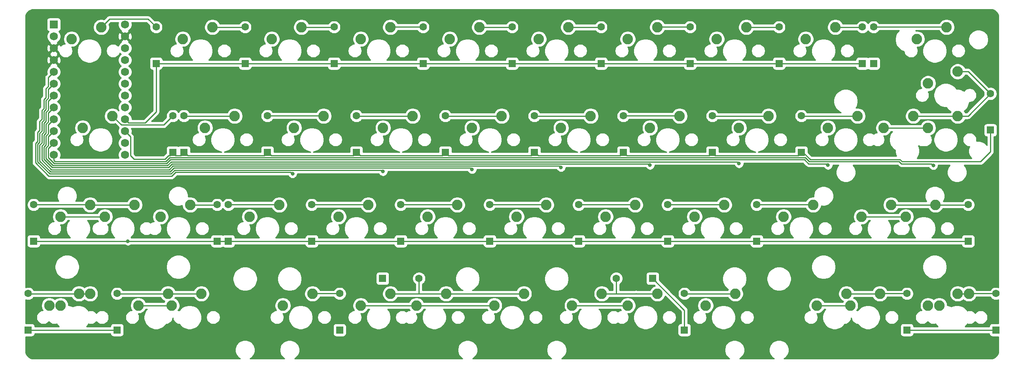
<source format=gbr>
%TF.GenerationSoftware,KiCad,Pcbnew,(5.1.9)-1*%
%TF.CreationDate,2021-08-31T12:46:25-07:00*%
%TF.ProjectId,warpstone,77617270-7374-46f6-9e65-2e6b69636164,rev?*%
%TF.SameCoordinates,Original*%
%TF.FileFunction,Copper,L1,Top*%
%TF.FilePolarity,Positive*%
%FSLAX46Y46*%
G04 Gerber Fmt 4.6, Leading zero omitted, Abs format (unit mm)*
G04 Created by KiCad (PCBNEW (5.1.9)-1) date 2021-08-31 12:46:25*
%MOMM*%
%LPD*%
G01*
G04 APERTURE LIST*
%TA.AperFunction,ComponentPad*%
%ADD10C,1.752600*%
%TD*%
%TA.AperFunction,ComponentPad*%
%ADD11R,1.752600X1.752600*%
%TD*%
%TA.AperFunction,ComponentPad*%
%ADD12C,2.250000*%
%TD*%
%TA.AperFunction,ComponentPad*%
%ADD13R,1.600000X1.600000*%
%TD*%
%TA.AperFunction,ComponentPad*%
%ADD14C,1.600000*%
%TD*%
%TA.AperFunction,ViaPad*%
%ADD15C,0.800000*%
%TD*%
%TA.AperFunction,Conductor*%
%ADD16C,0.250000*%
%TD*%
%TA.AperFunction,Conductor*%
%ADD17C,0.254000*%
%TD*%
%TA.AperFunction,Conductor*%
%ADD18C,0.100000*%
%TD*%
G04 APERTURE END LIST*
D10*
%TO.P,U1,24*%
%TO.N,RAW*%
X52863940Y-32464570D03*
%TO.P,U1,12*%
%TO.N,c10*%
X37623940Y-60404570D03*
%TO.P,U1,23*%
%TO.N,GND*%
X52863940Y-35004570D03*
%TO.P,U1,22*%
%TO.N,RST*%
X52863940Y-37544570D03*
%TO.P,U1,21*%
%TO.N,VCC*%
X52863940Y-40084570D03*
%TO.P,U1,20*%
%TO.N,Net-(U1-Pad20)*%
X52863940Y-42624570D03*
%TO.P,U1,19*%
%TO.N,Net-(U1-Pad19)*%
X52863940Y-45164570D03*
%TO.P,U1,18*%
%TO.N,Net-(U1-Pad18)*%
X52863940Y-47704570D03*
%TO.P,U1,17*%
%TO.N,Net-(U1-Pad17)*%
X52863940Y-50244570D03*
%TO.P,U1,16*%
%TO.N,r1*%
X52863940Y-52784570D03*
%TO.P,U1,15*%
%TO.N,r2*%
X52863940Y-55324570D03*
%TO.P,U1,14*%
%TO.N,r4*%
X52863940Y-57864570D03*
%TO.P,U1,13*%
%TO.N,r3*%
X52863940Y-60404570D03*
%TO.P,U1,11*%
%TO.N,c9*%
X37623940Y-57864570D03*
%TO.P,U1,10*%
%TO.N,c8*%
X37623940Y-55324570D03*
%TO.P,U1,9*%
%TO.N,c7*%
X37623940Y-52784570D03*
%TO.P,U1,8*%
%TO.N,c6*%
X37623940Y-50244570D03*
%TO.P,U1,7*%
%TO.N,c5*%
X37623940Y-47704570D03*
%TO.P,U1,6*%
%TO.N,c4*%
X37623940Y-45164570D03*
%TO.P,U1,5*%
%TO.N,c3*%
X37623940Y-42624570D03*
%TO.P,U1,4*%
%TO.N,GND*%
X37623940Y-40084570D03*
%TO.P,U1,3*%
X37623940Y-37544570D03*
%TO.P,U1,2*%
%TO.N,c1*%
X37623940Y-35004570D03*
D11*
%TO.P,U1,1*%
%TO.N,c2*%
X37623940Y-32464570D03*
%TD*%
D12*
%TO.P,MX30-2.75u1,2*%
%TO.N,Net-(D30-Pad2)*%
X216853400Y-71120320D03*
%TO.P,MX30-2.75u1,1*%
%TO.N,c10*%
X210503400Y-73660320D03*
%TD*%
%TO.P,MX21-2.25u1,2*%
%TO.N,Net-(D21-Pad2)*%
X54927720Y-71120320D03*
%TO.P,MX21-2.25u1,1*%
%TO.N,c1*%
X48577720Y-73660320D03*
%TD*%
%TO.P,MX11,2*%
%TO.N,Net-(D11-Pad2)*%
X50165200Y-52070240D03*
%TO.P,MX11,1*%
%TO.N,c1*%
X43815200Y-54610240D03*
%TD*%
%TO.P,MX20-ISO1,1*%
%TO.N,c10*%
X224790960Y-45085200D03*
%TO.P,MX20-ISO1,2*%
%TO.N,Net-(D20-Pad2)*%
X231140960Y-42545200D03*
%TD*%
%TO.P,MX20-2.25u1,2*%
%TO.N,Net-(D20-Pad2)*%
X221615920Y-52070240D03*
%TO.P,MX20-2.25u1,1*%
%TO.N,c10*%
X215265920Y-54610240D03*
%TD*%
%TO.P,MX38-1u1,2*%
%TO.N,Net-(D38-Pad2)*%
X233522220Y-90170400D03*
%TO.P,MX38-1u1,1*%
%TO.N,c9*%
X227172220Y-92710400D03*
%TD*%
%TO.P,MX37-1u1,2*%
%TO.N,Net-(D37-Pad2)*%
X214472140Y-90170400D03*
%TO.P,MX37-1u1,1*%
%TO.N,c8*%
X208122140Y-92710400D03*
%TD*%
%TO.P,MX32-1u1,2*%
%TO.N,Net-(D32-Pad2)*%
X62071500Y-90170400D03*
%TO.P,MX32-1u1,1*%
%TO.N,c3*%
X55721500Y-92710400D03*
%TD*%
%TO.P,MX31-1u1,2*%
%TO.N,Net-(D31-Pad2)*%
X43021420Y-90170400D03*
%TO.P,MX31-1u1,1*%
%TO.N,c2*%
X36671420Y-92710400D03*
%TD*%
%TO.P,MX34-7u1,2*%
%TO.N,Net-(D34-Pad2)*%
X138271820Y-90170400D03*
%TO.P,MX34-7u1,1*%
%TO.N,c5*%
X131921820Y-92710400D03*
%TD*%
%TO.P,MX34-6u1,1*%
%TO.N,c5*%
X131921820Y-92710400D03*
%TO.P,MX34-6u1,2*%
%TO.N,Net-(D34-Pad2)*%
X138271820Y-90170400D03*
%TD*%
%TO.P,MX35-3u1,2*%
%TO.N,Net-(D35-Pad2)*%
X166846940Y-90170400D03*
%TO.P,MX35-3u1,1*%
%TO.N,c6*%
X160496940Y-92710400D03*
%TD*%
%TO.P,MX34-3u1,2*%
%TO.N,Net-(D34-Pad2)*%
X109696700Y-90170400D03*
%TO.P,MX34-3u1,1*%
%TO.N,c5*%
X103346700Y-92710400D03*
%TD*%
%TO.P,MX38,2*%
%TO.N,Net-(D38-Pad2)*%
X231140960Y-90170400D03*
%TO.P,MX38,1*%
%TO.N,c9*%
X224790960Y-92710400D03*
%TD*%
%TO.P,MX37,2*%
%TO.N,Net-(D37-Pad2)*%
X207328360Y-90170400D03*
%TO.P,MX37,1*%
%TO.N,c8*%
X200978360Y-92710400D03*
%TD*%
%TO.P,MX36,2*%
%TO.N,Net-(D36-Pad2)*%
X183515760Y-90170400D03*
%TO.P,MX36,1*%
%TO.N,c7*%
X177165760Y-92710400D03*
%TD*%
%TO.P,MX35,2*%
%TO.N,Net-(D35-Pad2)*%
X154940640Y-90170400D03*
%TO.P,MX35,1*%
%TO.N,c6*%
X148590640Y-92710400D03*
%TD*%
%TO.P,MX34,2*%
%TO.N,Net-(D34-Pad2)*%
X121603000Y-90170400D03*
%TO.P,MX34,1*%
%TO.N,c5*%
X115253000Y-92710400D03*
%TD*%
%TO.P,MX33,2*%
%TO.N,Net-(D33-Pad2)*%
X93027880Y-90170400D03*
%TO.P,MX33,1*%
%TO.N,c4*%
X86677880Y-92710400D03*
%TD*%
%TO.P,MX32,2*%
%TO.N,Net-(D32-Pad2)*%
X69215280Y-90170400D03*
%TO.P,MX32,1*%
%TO.N,c3*%
X62865280Y-92710400D03*
%TD*%
%TO.P,MX31,2*%
%TO.N,Net-(D31-Pad2)*%
X45402680Y-90170400D03*
%TO.P,MX31,1*%
%TO.N,c2*%
X39052680Y-92710400D03*
%TD*%
%TO.P,MX30,2*%
%TO.N,Net-(D30-Pad2)*%
X226378440Y-71120320D03*
%TO.P,MX30,1*%
%TO.N,c10*%
X220028440Y-73660320D03*
%TD*%
%TO.P,MX29,2*%
%TO.N,Net-(D29-Pad2)*%
X200184580Y-71120320D03*
%TO.P,MX29,1*%
%TO.N,c9*%
X193834580Y-73660320D03*
%TD*%
%TO.P,MX28,2*%
%TO.N,Net-(D28-Pad2)*%
X181134500Y-71120320D03*
%TO.P,MX28,1*%
%TO.N,c8*%
X174784500Y-73660320D03*
%TD*%
%TO.P,MX27,2*%
%TO.N,Net-(D27-Pad2)*%
X162084420Y-71120320D03*
%TO.P,MX27,1*%
%TO.N,c7*%
X155734420Y-73660320D03*
%TD*%
%TO.P,MX26,2*%
%TO.N,Net-(D26-Pad2)*%
X143034340Y-71120320D03*
%TO.P,MX26,1*%
%TO.N,c6*%
X136684340Y-73660320D03*
%TD*%
%TO.P,MX25,2*%
%TO.N,Net-(D25-Pad2)*%
X123984260Y-71120320D03*
%TO.P,MX25,1*%
%TO.N,c5*%
X117634260Y-73660320D03*
%TD*%
%TO.P,MX24,2*%
%TO.N,Net-(D24-Pad2)*%
X104934180Y-71120320D03*
%TO.P,MX24,1*%
%TO.N,c4*%
X98584180Y-73660320D03*
%TD*%
%TO.P,MX23,2*%
%TO.N,Net-(D23-Pad2)*%
X85884100Y-71120320D03*
%TO.P,MX23,1*%
%TO.N,c3*%
X79534100Y-73660320D03*
%TD*%
%TO.P,MX22,2*%
%TO.N,Net-(D22-Pad2)*%
X66834020Y-71120320D03*
%TO.P,MX22,1*%
%TO.N,c2*%
X60484020Y-73660320D03*
%TD*%
%TO.P,MX21,2*%
%TO.N,Net-(D21-Pad2)*%
X45402680Y-71120320D03*
%TO.P,MX21,1*%
%TO.N,c1*%
X39052680Y-73660320D03*
%TD*%
%TO.P,MX20,2*%
%TO.N,Net-(D20-Pad2)*%
X231140960Y-52070240D03*
%TO.P,MX20,1*%
%TO.N,c10*%
X224790960Y-54610240D03*
%TD*%
%TO.P,MX19,2*%
%TO.N,Net-(D19-Pad2)*%
X209709620Y-52070240D03*
%TO.P,MX19,1*%
%TO.N,c9*%
X203359620Y-54610240D03*
%TD*%
%TO.P,MX18,2*%
%TO.N,Net-(D18-Pad2)*%
X190659540Y-52070240D03*
%TO.P,MX18,1*%
%TO.N,c8*%
X184309540Y-54610240D03*
%TD*%
%TO.P,MX17,2*%
%TO.N,Net-(D17-Pad2)*%
X171609460Y-52070240D03*
%TO.P,MX17,1*%
%TO.N,c7*%
X165259460Y-54610240D03*
%TD*%
%TO.P,MX16,2*%
%TO.N,Net-(D16-Pad2)*%
X152559380Y-52070240D03*
%TO.P,MX16,1*%
%TO.N,c6*%
X146209380Y-54610240D03*
%TD*%
%TO.P,MX15,2*%
%TO.N,Net-(D15-Pad2)*%
X133509300Y-52070240D03*
%TO.P,MX15,1*%
%TO.N,c5*%
X127159300Y-54610240D03*
%TD*%
%TO.P,MX14,2*%
%TO.N,Net-(D14-Pad2)*%
X114459220Y-52070240D03*
%TO.P,MX14,1*%
%TO.N,c4*%
X108109220Y-54610240D03*
%TD*%
%TO.P,MX13,2*%
%TO.N,Net-(D13-Pad2)*%
X95409140Y-52070240D03*
%TO.P,MX13,1*%
%TO.N,c3*%
X89059140Y-54610240D03*
%TD*%
%TO.P,MX12,2*%
%TO.N,Net-(D12-Pad2)*%
X76359060Y-52070240D03*
%TO.P,MX12,1*%
%TO.N,c2*%
X70009060Y-54610240D03*
%TD*%
%TO.P,MX10,2*%
%TO.N,Net-(D10-Pad2)*%
X228759700Y-33020160D03*
%TO.P,MX10,1*%
%TO.N,c10*%
X222409700Y-35560160D03*
%TD*%
%TO.P,MX9,2*%
%TO.N,Net-(D9-Pad2)*%
X204947100Y-33020160D03*
%TO.P,MX9,1*%
%TO.N,c9*%
X198597100Y-35560160D03*
%TD*%
%TO.P,MX8,2*%
%TO.N,Net-(D8-Pad2)*%
X185897020Y-33020160D03*
%TO.P,MX8,1*%
%TO.N,c8*%
X179547020Y-35560160D03*
%TD*%
%TO.P,MX7,2*%
%TO.N,Net-(D7-Pad2)*%
X166846940Y-33020160D03*
%TO.P,MX7,1*%
%TO.N,c7*%
X160496940Y-35560160D03*
%TD*%
%TO.P,MX6,2*%
%TO.N,Net-(D6-Pad2)*%
X147796860Y-33020160D03*
%TO.P,MX6,1*%
%TO.N,c6*%
X141446860Y-35560160D03*
%TD*%
%TO.P,MX5,2*%
%TO.N,Net-(D5-Pad2)*%
X128746780Y-33020160D03*
%TO.P,MX5,1*%
%TO.N,c5*%
X122396780Y-35560160D03*
%TD*%
%TO.P,MX4,2*%
%TO.N,Net-(D4-Pad2)*%
X109696700Y-33020160D03*
%TO.P,MX4,1*%
%TO.N,c4*%
X103346700Y-35560160D03*
%TD*%
%TO.P,MX3,2*%
%TO.N,Net-(D3-Pad2)*%
X90646620Y-33020160D03*
%TO.P,MX3,1*%
%TO.N,c3*%
X84296620Y-35560160D03*
%TD*%
%TO.P,MX2,2*%
%TO.N,Net-(D2-Pad2)*%
X71596540Y-33020160D03*
%TO.P,MX2,1*%
%TO.N,c2*%
X65246540Y-35560160D03*
%TD*%
%TO.P,MX1,2*%
%TO.N,Net-(D1-Pad2)*%
X47783940Y-33020160D03*
%TO.P,MX1,1*%
%TO.N,c1*%
X41433940Y-35560160D03*
%TD*%
D13*
%TO.P,D38,1*%
%TO.N,r4*%
X239316630Y-97959770D03*
D14*
%TO.P,D38,2*%
%TO.N,Net-(D38-Pad2)*%
X239316630Y-90159770D03*
%TD*%
D13*
%TO.P,D37,1*%
%TO.N,r4*%
X220266550Y-97959770D03*
D14*
%TO.P,D37,2*%
%TO.N,Net-(D37-Pad2)*%
X220266550Y-90159770D03*
%TD*%
D13*
%TO.P,D36,1*%
%TO.N,r4*%
X172641350Y-97959770D03*
D14*
%TO.P,D36,2*%
%TO.N,Net-(D36-Pad2)*%
X172641350Y-90159770D03*
%TD*%
D13*
%TO.P,D35,1*%
%TO.N,r4*%
X165825680Y-86915990D03*
D14*
%TO.P,D35,2*%
%TO.N,Net-(D35-Pad2)*%
X158025680Y-86915990D03*
%TD*%
D13*
%TO.P,D34,1*%
%TO.N,r4*%
X108019220Y-86915990D03*
D14*
%TO.P,D34,2*%
%TO.N,Net-(D34-Pad2)*%
X115819220Y-86915990D03*
%TD*%
D13*
%TO.P,D33,1*%
%TO.N,r4*%
X98822290Y-97959770D03*
D14*
%TO.P,D33,2*%
%TO.N,Net-(D33-Pad2)*%
X98822290Y-90159770D03*
%TD*%
D13*
%TO.P,D32,1*%
%TO.N,r4*%
X51197090Y-97959770D03*
D14*
%TO.P,D32,2*%
%TO.N,Net-(D32-Pad2)*%
X51197090Y-90159770D03*
%TD*%
D13*
%TO.P,D31,1*%
%TO.N,r4*%
X32147010Y-97959770D03*
D14*
%TO.P,D31,2*%
%TO.N,Net-(D31-Pad2)*%
X32147010Y-90159770D03*
%TD*%
D13*
%TO.P,D30,1*%
%TO.N,r3*%
X233363480Y-78909690D03*
D14*
%TO.P,D30,2*%
%TO.N,Net-(D30-Pad2)*%
X233363480Y-71109690D03*
%TD*%
D13*
%TO.P,D29,1*%
%TO.N,r3*%
X188119540Y-78909690D03*
D14*
%TO.P,D29,2*%
%TO.N,Net-(D29-Pad2)*%
X188119540Y-71109690D03*
%TD*%
D13*
%TO.P,D28,1*%
%TO.N,r3*%
X169069460Y-78909690D03*
D14*
%TO.P,D28,2*%
%TO.N,Net-(D28-Pad2)*%
X169069460Y-71109690D03*
%TD*%
D13*
%TO.P,D27,1*%
%TO.N,r3*%
X150019380Y-78909690D03*
D14*
%TO.P,D27,2*%
%TO.N,Net-(D27-Pad2)*%
X150019380Y-71109690D03*
%TD*%
D13*
%TO.P,D26,1*%
%TO.N,r3*%
X130969300Y-78909690D03*
D14*
%TO.P,D26,2*%
%TO.N,Net-(D26-Pad2)*%
X130969300Y-71109690D03*
%TD*%
D13*
%TO.P,D25,1*%
%TO.N,r3*%
X111919220Y-78909690D03*
D14*
%TO.P,D25,2*%
%TO.N,Net-(D25-Pad2)*%
X111919220Y-71109690D03*
%TD*%
D13*
%TO.P,D24,1*%
%TO.N,r3*%
X92869140Y-78909690D03*
D14*
%TO.P,D24,2*%
%TO.N,Net-(D24-Pad2)*%
X92869140Y-71109690D03*
%TD*%
D13*
%TO.P,D23,1*%
%TO.N,r3*%
X75009690Y-78909690D03*
D14*
%TO.P,D23,2*%
%TO.N,Net-(D23-Pad2)*%
X75009690Y-71109690D03*
%TD*%
D13*
%TO.P,D22,1*%
%TO.N,r3*%
X72628430Y-78909690D03*
D14*
%TO.P,D22,2*%
%TO.N,Net-(D22-Pad2)*%
X72628430Y-71109690D03*
%TD*%
D13*
%TO.P,D21,1*%
%TO.N,r3*%
X33337640Y-78909690D03*
D14*
%TO.P,D21,2*%
%TO.N,Net-(D21-Pad2)*%
X33337640Y-71109690D03*
%TD*%
D13*
%TO.P,D20,1*%
%TO.N,r2*%
X238126000Y-55097090D03*
D14*
%TO.P,D20,2*%
%TO.N,Net-(D20-Pad2)*%
X238126000Y-47297090D03*
%TD*%
D13*
%TO.P,D19,1*%
%TO.N,r2*%
X197644580Y-59859610D03*
D14*
%TO.P,D19,2*%
%TO.N,Net-(D19-Pad2)*%
X197644580Y-52059610D03*
%TD*%
D13*
%TO.P,D18,1*%
%TO.N,r2*%
X178594500Y-59859610D03*
D14*
%TO.P,D18,2*%
%TO.N,Net-(D18-Pad2)*%
X178594500Y-52059610D03*
%TD*%
D13*
%TO.P,D17,1*%
%TO.N,r2*%
X159544420Y-59859610D03*
D14*
%TO.P,D17,2*%
%TO.N,Net-(D17-Pad2)*%
X159544420Y-52059610D03*
%TD*%
D13*
%TO.P,D16,1*%
%TO.N,r2*%
X140494340Y-59859610D03*
D14*
%TO.P,D16,2*%
%TO.N,Net-(D16-Pad2)*%
X140494340Y-52059610D03*
%TD*%
D13*
%TO.P,D15,1*%
%TO.N,r2*%
X121444260Y-59859610D03*
D14*
%TO.P,D15,2*%
%TO.N,Net-(D15-Pad2)*%
X121444260Y-52059610D03*
%TD*%
D13*
%TO.P,D14,1*%
%TO.N,r2*%
X102394180Y-59859610D03*
D14*
%TO.P,D14,2*%
%TO.N,Net-(D14-Pad2)*%
X102394180Y-52059610D03*
%TD*%
D13*
%TO.P,D13,1*%
%TO.N,r2*%
X83344100Y-59859610D03*
D14*
%TO.P,D13,2*%
%TO.N,Net-(D13-Pad2)*%
X83344100Y-52059610D03*
%TD*%
D13*
%TO.P,D12,1*%
%TO.N,r2*%
X65484650Y-59859610D03*
D14*
%TO.P,D12,2*%
%TO.N,Net-(D12-Pad2)*%
X65484650Y-52059610D03*
%TD*%
D13*
%TO.P,D11,1*%
%TO.N,r2*%
X63103390Y-59859610D03*
D14*
%TO.P,D11,2*%
%TO.N,Net-(D11-Pad2)*%
X63103390Y-52059610D03*
%TD*%
D13*
%TO.P,D10,1*%
%TO.N,r1*%
X213122770Y-40809530D03*
D14*
%TO.P,D10,2*%
%TO.N,Net-(D10-Pad2)*%
X213122770Y-33009530D03*
%TD*%
D13*
%TO.P,D9,1*%
%TO.N,r1*%
X210741510Y-40809530D03*
D14*
%TO.P,D9,2*%
%TO.N,Net-(D9-Pad2)*%
X210741510Y-33009530D03*
%TD*%
D13*
%TO.P,D8,1*%
%TO.N,r1*%
X192882060Y-40809530D03*
D14*
%TO.P,D8,2*%
%TO.N,Net-(D8-Pad2)*%
X192882060Y-33009530D03*
%TD*%
D13*
%TO.P,D7,1*%
%TO.N,r1*%
X173831980Y-40809530D03*
D14*
%TO.P,D7,2*%
%TO.N,Net-(D7-Pad2)*%
X173831980Y-33009530D03*
%TD*%
D13*
%TO.P,D6,1*%
%TO.N,r1*%
X154781900Y-40809530D03*
D14*
%TO.P,D6,2*%
%TO.N,Net-(D6-Pad2)*%
X154781900Y-33009530D03*
%TD*%
D13*
%TO.P,D5,1*%
%TO.N,r1*%
X135731820Y-40809530D03*
D14*
%TO.P,D5,2*%
%TO.N,Net-(D5-Pad2)*%
X135731820Y-33009530D03*
%TD*%
D13*
%TO.P,D4,1*%
%TO.N,r1*%
X116681740Y-40809530D03*
D14*
%TO.P,D4,2*%
%TO.N,Net-(D4-Pad2)*%
X116681740Y-33009530D03*
%TD*%
D13*
%TO.P,D3,1*%
%TO.N,r1*%
X97631660Y-40809530D03*
D14*
%TO.P,D3,2*%
%TO.N,Net-(D3-Pad2)*%
X97631660Y-33009530D03*
%TD*%
D13*
%TO.P,D2,1*%
%TO.N,r1*%
X78581580Y-40809530D03*
D14*
%TO.P,D2,2*%
%TO.N,Net-(D2-Pad2)*%
X78581580Y-33009530D03*
%TD*%
D13*
%TO.P,D1,1*%
%TO.N,r1*%
X59531500Y-40809530D03*
D14*
%TO.P,D1,2*%
%TO.N,Net-(D1-Pad2)*%
X59531500Y-33009530D03*
%TD*%
D15*
%TO.N,r3*%
X53509690Y-78909690D03*
%TO.N,c3*%
X88747210Y-64447210D03*
%TO.N,c4*%
X108109220Y-63990780D03*
%TO.N,c5*%
X127159300Y-63540700D03*
%TO.N,c6*%
X146209380Y-63090620D03*
%TO.N,c7*%
X165259460Y-62640540D03*
%TO.N,c8*%
X184309540Y-62290460D03*
%TO.N,c9*%
X203359620Y-62640380D03*
%TO.N,c10*%
X225915959Y-62684041D03*
%TD*%
D16*
%TO.N,r1*%
X210741510Y-40809530D02*
X59531500Y-40809530D01*
X59531500Y-40809530D02*
X59531500Y-51204361D01*
X59531500Y-51204361D02*
X57200000Y-53535861D01*
X53615231Y-53535861D02*
X52863940Y-52784570D01*
X57200000Y-53535861D02*
X53615231Y-53535861D01*
%TO.N,Net-(D1-Pad2)*%
X49540831Y-31263269D02*
X47783940Y-33020160D01*
X57785239Y-31263269D02*
X49540831Y-31263269D01*
X59531500Y-33009530D02*
X57785239Y-31263269D01*
%TO.N,Net-(D2-Pad2)*%
X78570950Y-33020160D02*
X78581580Y-33009530D01*
X71596540Y-33020160D02*
X78570950Y-33020160D01*
%TO.N,Net-(D3-Pad2)*%
X97621030Y-33020160D02*
X97631660Y-33009530D01*
X90646620Y-33020160D02*
X97621030Y-33020160D01*
%TO.N,Net-(D4-Pad2)*%
X109707330Y-33009530D02*
X109696700Y-33020160D01*
X116681740Y-33009530D02*
X109707330Y-33009530D01*
%TO.N,Net-(D5-Pad2)*%
X135721190Y-33020160D02*
X135731820Y-33009530D01*
X128746780Y-33020160D02*
X135721190Y-33020160D01*
%TO.N,Net-(D6-Pad2)*%
X154771270Y-33020160D02*
X154781900Y-33009530D01*
X147796860Y-33020160D02*
X154771270Y-33020160D01*
%TO.N,Net-(D7-Pad2)*%
X166857570Y-33009530D02*
X166846940Y-33020160D01*
X173831980Y-33009530D02*
X166857570Y-33009530D01*
%TO.N,Net-(D8-Pad2)*%
X192871430Y-33020160D02*
X192882060Y-33009530D01*
X185897020Y-33020160D02*
X192871430Y-33020160D01*
%TO.N,Net-(D9-Pad2)*%
X210730880Y-33020160D02*
X210741510Y-33009530D01*
X204947100Y-33020160D02*
X210730880Y-33020160D01*
%TO.N,Net-(D10-Pad2)*%
X228749070Y-33009530D02*
X228759700Y-33020160D01*
X213122770Y-33009530D02*
X228749070Y-33009530D01*
%TO.N,r2*%
X65659610Y-59859610D02*
X66334601Y-60534601D01*
X65484650Y-59859610D02*
X65659610Y-59859610D01*
X82669109Y-60534601D02*
X83344100Y-59859610D01*
X66334601Y-60534601D02*
X82669109Y-60534601D01*
X83559610Y-59859610D02*
X84234601Y-60534601D01*
X83344100Y-59859610D02*
X83559610Y-59859610D01*
X101719189Y-60534601D02*
X102394180Y-59859610D01*
X84234601Y-60534601D02*
X101719189Y-60534601D01*
X102559610Y-59859610D02*
X103234601Y-60534601D01*
X102394180Y-59859610D02*
X102559610Y-59859610D01*
X120769269Y-60534601D02*
X121444260Y-59859610D01*
X103234601Y-60534601D02*
X120769269Y-60534601D01*
X121459610Y-59859610D02*
X122134601Y-60534601D01*
X121444260Y-59859610D02*
X121459610Y-59859610D01*
X139819349Y-60534601D02*
X140494340Y-59859610D01*
X122134601Y-60534601D02*
X139819349Y-60534601D01*
X140659610Y-59859610D02*
X141334601Y-60534601D01*
X140494340Y-59859610D02*
X140659610Y-59859610D01*
X158869429Y-60534601D02*
X159544420Y-59859610D01*
X141334601Y-60534601D02*
X158869429Y-60534601D01*
X159659610Y-59859610D02*
X160334601Y-60534601D01*
X159544420Y-59859610D02*
X159659610Y-59859610D01*
X177919509Y-60534601D02*
X178594500Y-59859610D01*
X160334601Y-60534601D02*
X177919509Y-60534601D01*
X178594500Y-59894500D02*
X179234601Y-60534601D01*
X178594500Y-59859610D02*
X178594500Y-59894500D01*
X196969589Y-60534601D02*
X197644580Y-59859610D01*
X179234601Y-60534601D02*
X196969589Y-60534601D01*
X62565399Y-60534601D02*
X62228988Y-60534602D01*
X63103390Y-59996610D02*
X62565399Y-60534601D01*
X63103390Y-59859610D02*
X63103390Y-59996610D01*
X62228988Y-60534602D02*
X61413600Y-61349990D01*
X54849990Y-61349990D02*
X54065241Y-60565241D01*
X61413600Y-61349990D02*
X54849990Y-61349990D01*
X54065241Y-56525871D02*
X52863940Y-55324570D01*
X54065241Y-60565241D02*
X54065241Y-56525871D01*
X63103390Y-59903390D02*
X63734601Y-60534601D01*
X63103390Y-59859610D02*
X63103390Y-59903390D01*
X64809659Y-60534601D02*
X65484650Y-59859610D01*
X63734601Y-60534601D02*
X64809659Y-60534601D01*
X197644580Y-59859610D02*
X197996020Y-59859610D01*
X197996020Y-59859610D02*
X199568501Y-61432091D01*
X218782877Y-61432091D02*
X219232887Y-61882101D01*
X199568501Y-61432091D02*
X218782877Y-61432091D01*
X238126000Y-59759682D02*
X238126000Y-55097090D01*
X236003581Y-61882101D02*
X238126000Y-59759682D01*
X219232887Y-61882101D02*
X236003581Y-61882101D01*
%TO.N,Net-(D11-Pad2)*%
X61177129Y-53985871D02*
X63103390Y-52059610D01*
X52080831Y-53985871D02*
X61177129Y-53985871D01*
X50165200Y-52070240D02*
X52080831Y-53985871D01*
%TO.N,Net-(D12-Pad2)*%
X65495280Y-52070240D02*
X65484650Y-52059610D01*
X76359060Y-52070240D02*
X65495280Y-52070240D01*
%TO.N,Net-(D13-Pad2)*%
X95398510Y-52059610D02*
X95409140Y-52070240D01*
X83344100Y-52059610D02*
X95398510Y-52059610D01*
%TO.N,Net-(D14-Pad2)*%
X102404810Y-52070240D02*
X102394180Y-52059610D01*
X114459220Y-52070240D02*
X102404810Y-52070240D01*
%TO.N,Net-(D15-Pad2)*%
X121454890Y-52070240D02*
X121444260Y-52059610D01*
X133509300Y-52070240D02*
X121454890Y-52070240D01*
%TO.N,Net-(D16-Pad2)*%
X140504970Y-52070240D02*
X140494340Y-52059610D01*
X152559380Y-52070240D02*
X140504970Y-52070240D01*
%TO.N,Net-(D17-Pad2)*%
X171598830Y-52059610D02*
X171609460Y-52070240D01*
X159544420Y-52059610D02*
X171598830Y-52059610D01*
%TO.N,Net-(D18-Pad2)*%
X178605130Y-52070240D02*
X178594500Y-52059610D01*
X190659540Y-52070240D02*
X178605130Y-52070240D01*
%TO.N,Net-(D19-Pad2)*%
X197655210Y-52070240D02*
X197644580Y-52059610D01*
X209709620Y-52070240D02*
X197655210Y-52070240D01*
%TO.N,Net-(D20-Pad2)*%
X233352850Y-52070240D02*
X238126000Y-47297090D01*
X231140960Y-52070240D02*
X233352850Y-52070240D01*
X231140960Y-52070240D02*
X221615920Y-52070240D01*
X233374110Y-42545200D02*
X238126000Y-47297090D01*
X231140960Y-42545200D02*
X233374110Y-42545200D01*
%TO.N,r3*%
X233363480Y-78909690D02*
X188119540Y-78909690D01*
X50090310Y-78909690D02*
X33337640Y-78909690D01*
X53509690Y-78909690D02*
X50090310Y-78909690D01*
X188119540Y-78909690D02*
X53509690Y-78909690D01*
%TO.N,Net-(D21-Pad2)*%
X45392050Y-71109690D02*
X45402680Y-71120320D01*
X33337640Y-71109690D02*
X45392050Y-71109690D01*
X45402680Y-71120320D02*
X54927720Y-71120320D01*
%TO.N,Net-(D22-Pad2)*%
X72617800Y-71120320D02*
X72628430Y-71109690D01*
X66834020Y-71120320D02*
X72617800Y-71120320D01*
%TO.N,Net-(D23-Pad2)*%
X85873470Y-71109690D02*
X85884100Y-71120320D01*
X75009690Y-71109690D02*
X85873470Y-71109690D01*
%TO.N,Net-(D24-Pad2)*%
X104923550Y-71109690D02*
X104934180Y-71120320D01*
X92869140Y-71109690D02*
X104923550Y-71109690D01*
%TO.N,Net-(D25-Pad2)*%
X123973630Y-71109690D02*
X123984260Y-71120320D01*
X111919220Y-71109690D02*
X123973630Y-71109690D01*
%TO.N,Net-(D26-Pad2)*%
X143023710Y-71109690D02*
X143034340Y-71120320D01*
X130969300Y-71109690D02*
X143023710Y-71109690D01*
%TO.N,Net-(D27-Pad2)*%
X162073790Y-71109690D02*
X162084420Y-71120320D01*
X150019380Y-71109690D02*
X162073790Y-71109690D01*
%TO.N,Net-(D28-Pad2)*%
X181123870Y-71109690D02*
X181134500Y-71120320D01*
X169069460Y-71109690D02*
X181123870Y-71109690D01*
%TO.N,Net-(D29-Pad2)*%
X200173950Y-71109690D02*
X200184580Y-71120320D01*
X188119540Y-71109690D02*
X200173950Y-71109690D01*
%TO.N,Net-(D30-Pad2)*%
X216853400Y-71120320D02*
X226378440Y-71120320D01*
X233352850Y-71120320D02*
X233363480Y-71109690D01*
X226378440Y-71120320D02*
X233352850Y-71120320D01*
%TO.N,Net-(D31-Pad2)*%
X45402680Y-90170400D02*
X43021420Y-90170400D01*
X32157640Y-90170400D02*
X32147010Y-90159770D01*
X43021420Y-90170400D02*
X32157640Y-90170400D01*
%TO.N,r4*%
X172641350Y-93731660D02*
X165825680Y-86915990D01*
X172641350Y-97959770D02*
X172641350Y-93731660D01*
X32147010Y-97959770D02*
X51197090Y-97959770D01*
X239316630Y-97959770D02*
X220266550Y-97959770D01*
%TO.N,Net-(D32-Pad2)*%
X69215280Y-90170400D02*
X62071500Y-90170400D01*
X51207720Y-90170400D02*
X51197090Y-90159770D01*
X62071500Y-90170400D02*
X51207720Y-90170400D01*
%TO.N,Net-(D33-Pad2)*%
X93038510Y-90159770D02*
X93027880Y-90170400D01*
X98822290Y-90159770D02*
X93038510Y-90159770D01*
%TO.N,Net-(D34-Pad2)*%
X138271820Y-90170400D02*
X121603000Y-90170400D01*
X115819220Y-86915990D02*
X115819220Y-90160020D01*
X115829600Y-90170400D02*
X109696700Y-90170400D01*
X115819220Y-90160020D02*
X115829600Y-90170400D01*
X121603000Y-90170400D02*
X115829600Y-90170400D01*
%TO.N,Net-(D35-Pad2)*%
X162253790Y-90146210D02*
X162229600Y-90170400D01*
X166846940Y-90170400D02*
X162229600Y-90170400D01*
X158025680Y-90166480D02*
X158029600Y-90170400D01*
X158025680Y-86915990D02*
X158025680Y-90166480D01*
X158029600Y-90170400D02*
X154940640Y-90170400D01*
X162229600Y-90170400D02*
X158029600Y-90170400D01*
%TO.N,Net-(D36-Pad2)*%
X172651980Y-90170400D02*
X172641350Y-90159770D01*
X183515760Y-90170400D02*
X172651980Y-90170400D01*
%TO.N,Net-(D37-Pad2)*%
X214482770Y-90159770D02*
X214472140Y-90170400D01*
X220266550Y-90159770D02*
X214482770Y-90159770D01*
X207328360Y-90170400D02*
X214472140Y-90170400D01*
%TO.N,Net-(D38-Pad2)*%
X233532850Y-90159770D02*
X233522220Y-90170400D01*
X239316630Y-90159770D02*
X233532850Y-90159770D01*
X231140960Y-90170400D02*
X233522220Y-90170400D01*
%TO.N,c1*%
X48577720Y-73660320D02*
X39052680Y-73660320D01*
%TO.N,c3*%
X55721500Y-92710400D02*
X62865280Y-92710400D01*
X88647210Y-64447210D02*
X88334681Y-64134681D01*
X88747210Y-64447210D02*
X88647210Y-64447210D01*
X88334681Y-64134681D02*
X63720185Y-64134681D01*
X63720185Y-64134681D02*
X62904798Y-64950068D01*
X36573048Y-64950061D02*
X36498533Y-64875544D01*
X37150063Y-64950063D02*
X36573048Y-64950061D01*
X37150068Y-64950068D02*
X37150063Y-64950063D01*
X62904798Y-64950068D02*
X37150068Y-64950068D01*
X36498533Y-64875544D02*
X33722584Y-62099590D01*
X33722584Y-62099590D02*
X33722585Y-57947465D01*
X34172592Y-57497458D02*
X34172593Y-55593867D01*
X33722585Y-57947465D02*
X34172592Y-57497458D01*
X34172593Y-55593867D02*
X34622602Y-55143858D01*
X34622602Y-55143858D02*
X34622603Y-53240267D01*
X35072611Y-52790259D02*
X35072612Y-50886668D01*
X34622603Y-53240267D02*
X35072611Y-52790259D01*
X35522620Y-50436660D02*
X35522621Y-48533069D01*
X35072612Y-50886668D02*
X35522620Y-50436660D01*
X35972629Y-48083061D02*
X35972630Y-46179470D01*
X35522621Y-48533069D02*
X35972629Y-48083061D01*
X36422639Y-45729461D02*
X36422639Y-43825871D01*
X36422639Y-43825871D02*
X37623940Y-42624570D01*
X35972630Y-46179470D02*
X36422639Y-45729461D01*
%TO.N,c4*%
X36422639Y-46365871D02*
X37623940Y-45164570D01*
X35972630Y-48719470D02*
X36422639Y-48269461D01*
X35522621Y-51073069D02*
X35972629Y-50623061D01*
X35972629Y-50623061D02*
X35972630Y-48719470D01*
X35522620Y-52976660D02*
X35522621Y-51073069D01*
X108109220Y-63990780D02*
X108090780Y-63990780D01*
X108090780Y-63990780D02*
X107784671Y-63684671D01*
X34622602Y-55780268D02*
X35072611Y-55330259D01*
X35072612Y-53426668D02*
X35522620Y-52976660D01*
X107784671Y-63684671D02*
X63533786Y-63684671D01*
X63533786Y-63684671D02*
X62718398Y-64500058D01*
X62718398Y-64500058D02*
X37400058Y-64500058D01*
X34172593Y-61913191D02*
X34172594Y-58133866D01*
X37400058Y-64500058D02*
X37400055Y-64500055D01*
X36759449Y-64500052D02*
X34172593Y-61913191D01*
X37400055Y-64500055D02*
X36759449Y-64500052D01*
X36422639Y-48269461D02*
X36422639Y-46365871D01*
X34172594Y-58133866D02*
X34622601Y-57683859D01*
X35072611Y-55330259D02*
X35072612Y-53426668D01*
X34622601Y-57683859D02*
X34622602Y-55780268D01*
%TO.N,c5*%
X131921820Y-92710400D02*
X115253000Y-92710400D01*
X115253000Y-92710400D02*
X103346700Y-92710400D01*
X127140700Y-63540700D02*
X126834661Y-63234661D01*
X127159300Y-63540700D02*
X127140700Y-63540700D01*
X126834661Y-63234661D02*
X63347387Y-63234661D01*
X63347387Y-63234661D02*
X62531998Y-64050048D01*
X37650046Y-64050046D02*
X36945850Y-64050044D01*
X37650048Y-64050048D02*
X37650046Y-64050046D01*
X62531998Y-64050048D02*
X37650048Y-64050048D01*
X36945850Y-64050044D02*
X34622602Y-61726792D01*
X34622602Y-61726792D02*
X34622603Y-58320267D01*
X35072611Y-57870259D02*
X35072611Y-55966669D01*
X34622603Y-58320267D02*
X35072611Y-57870259D01*
X35522620Y-55516660D02*
X35522621Y-53613069D01*
X35072611Y-55966669D02*
X35522620Y-55516660D01*
X35972629Y-53163061D02*
X35972630Y-51259470D01*
X35522621Y-53613069D02*
X35972629Y-53163061D01*
X36422639Y-48905871D02*
X37623940Y-47704570D01*
X36422639Y-50809461D02*
X36422639Y-48905871D01*
X35972630Y-51259470D02*
X36422639Y-50809461D01*
%TO.N,c6*%
X160496940Y-92710400D02*
X148590640Y-92710400D01*
X146190620Y-63090620D02*
X145884651Y-62784651D01*
X146209380Y-63090620D02*
X146190620Y-63090620D01*
X145884651Y-62784651D02*
X63160988Y-62784651D01*
X63160988Y-62784651D02*
X62345598Y-63600038D01*
X62345598Y-63600038D02*
X47700000Y-63600038D01*
X37132251Y-63600036D02*
X35072611Y-61540393D01*
X47700000Y-63600038D02*
X37132251Y-63600036D01*
X35072611Y-61540393D02*
X35072612Y-58506668D01*
X35522620Y-58056660D02*
X35522621Y-56153069D01*
X35072612Y-58506668D02*
X35522620Y-58056660D01*
X35972629Y-55703061D02*
X35972630Y-53799470D01*
X35522621Y-56153069D02*
X35972629Y-55703061D01*
X36422639Y-51445871D02*
X37623940Y-50244570D01*
X36422639Y-53349461D02*
X36422639Y-51445871D01*
X35972630Y-53799470D02*
X36422639Y-53349461D01*
%TO.N,c7*%
X35972630Y-56339470D02*
X36422639Y-55889461D01*
X36422639Y-55889461D02*
X36422639Y-53985871D01*
X37318652Y-63150028D02*
X35522620Y-61353994D01*
X62159199Y-63150029D02*
X37318652Y-63150028D01*
X36422639Y-53985871D02*
X37623940Y-52784570D01*
X35972629Y-58243061D02*
X35972630Y-56339470D01*
X62974589Y-62334641D02*
X62159199Y-63150029D01*
X164834641Y-62334641D02*
X62974589Y-62334641D01*
X35522621Y-58693069D02*
X35972629Y-58243061D01*
X165140540Y-62640540D02*
X164834641Y-62334641D01*
X35522620Y-61353994D02*
X35522621Y-58693069D01*
X165259460Y-62640540D02*
X165140540Y-62640540D01*
%TO.N,c8*%
X208122140Y-92710400D02*
X200978360Y-92710400D01*
X35972629Y-61167595D02*
X35972630Y-58879470D01*
X35972630Y-58879470D02*
X36422639Y-58429461D01*
X37505053Y-62700019D02*
X35972629Y-61167595D01*
X61972800Y-62700020D02*
X37505053Y-62700019D01*
X36422639Y-58429461D02*
X36422639Y-56525871D01*
X62788189Y-61884631D02*
X61972800Y-62700020D01*
X36422639Y-56525871D02*
X37623940Y-55324570D01*
X183903711Y-61884631D02*
X62788189Y-61884631D01*
X184309540Y-62290460D02*
X183903711Y-61884631D01*
%TO.N,c9*%
X36422639Y-59065871D02*
X37623940Y-57864570D01*
X36422639Y-60981195D02*
X36422639Y-59065871D01*
X37691454Y-62250010D02*
X36422639Y-60981195D01*
X198298211Y-61434621D02*
X62601789Y-61434621D01*
X61786400Y-62250010D02*
X37691454Y-62250010D01*
X62601789Y-61434621D02*
X61786400Y-62250010D01*
X199195700Y-62332110D02*
X198298211Y-61434621D01*
X203032111Y-62332111D02*
X199195700Y-62332110D01*
X203340380Y-62640380D02*
X203032111Y-62332111D01*
X203359620Y-62640380D02*
X203340380Y-62640380D01*
%TO.N,c10*%
X224790960Y-54610240D02*
X215265920Y-54610240D01*
X220028440Y-73660320D02*
X210503400Y-73660320D01*
X62415389Y-60984611D02*
X198484611Y-60984611D01*
X61600000Y-61800000D02*
X62415389Y-60984611D01*
X198484611Y-60984611D02*
X199382101Y-61882101D01*
X37877854Y-61800000D02*
X61600000Y-61800000D01*
X37623940Y-61546086D02*
X37877854Y-61800000D01*
X37623940Y-60404570D02*
X37623940Y-61546086D01*
X199382101Y-61882101D02*
X205382101Y-61882101D01*
X205382101Y-61882101D02*
X206800000Y-61882101D01*
X206800000Y-61882101D02*
X218596477Y-61882101D01*
X225884041Y-62684041D02*
X225532111Y-62332111D01*
X225915959Y-62684041D02*
X225884041Y-62684041D01*
X219046487Y-62332111D02*
X218596477Y-61882101D01*
X225532111Y-62332111D02*
X219046487Y-62332111D01*
%TD*%
D17*
%TO.N,GND*%
X238459711Y-29271006D02*
X238780714Y-29367922D01*
X239076780Y-29525343D01*
X239336627Y-29737269D01*
X239550365Y-29995632D01*
X239709848Y-30290590D01*
X239809004Y-30610912D01*
X239847261Y-30974903D01*
X239847260Y-88826332D01*
X239735204Y-88779917D01*
X239457965Y-88724770D01*
X239175295Y-88724770D01*
X238898056Y-88779917D01*
X238636903Y-88888090D01*
X238401871Y-89045133D01*
X238201993Y-89245011D01*
X238098587Y-89399770D01*
X235108025Y-89399770D01*
X235081912Y-89336727D01*
X234889301Y-89048465D01*
X234644155Y-88803319D01*
X234355893Y-88610708D01*
X234035593Y-88478036D01*
X233695565Y-88410400D01*
X233348875Y-88410400D01*
X233008847Y-88478036D01*
X232688547Y-88610708D01*
X232400285Y-88803319D01*
X232331590Y-88872014D01*
X232262895Y-88803319D01*
X231974633Y-88610708D01*
X231654333Y-88478036D01*
X231314305Y-88410400D01*
X230967615Y-88410400D01*
X230627587Y-88478036D01*
X230307287Y-88610708D01*
X230019025Y-88803319D01*
X229773879Y-89048465D01*
X229581268Y-89336727D01*
X229448596Y-89657027D01*
X229380960Y-89997055D01*
X229380960Y-90343745D01*
X229448596Y-90683773D01*
X229581268Y-91004073D01*
X229773879Y-91292335D01*
X230019025Y-91537481D01*
X230307287Y-91730092D01*
X230627587Y-91862764D01*
X230967615Y-91930400D01*
X231314305Y-91930400D01*
X231654333Y-91862764D01*
X231974633Y-91730092D01*
X232262895Y-91537481D01*
X232331590Y-91468786D01*
X232400285Y-91537481D01*
X232688547Y-91730092D01*
X233008847Y-91862764D01*
X233348875Y-91930400D01*
X233695565Y-91930400D01*
X234035593Y-91862764D01*
X234355893Y-91730092D01*
X234644155Y-91537481D01*
X234889301Y-91292335D01*
X235081912Y-91004073D01*
X235116831Y-90919770D01*
X238098587Y-90919770D01*
X238201993Y-91074529D01*
X238401871Y-91274407D01*
X238636903Y-91431450D01*
X238898056Y-91539623D01*
X239175295Y-91594770D01*
X239457965Y-91594770D01*
X239735204Y-91539623D01*
X239847260Y-91493208D01*
X239847260Y-96521698D01*
X238516630Y-96521698D01*
X238392148Y-96533958D01*
X238272450Y-96570268D01*
X238162136Y-96629233D01*
X238065445Y-96708585D01*
X237986093Y-96805276D01*
X237927128Y-96915590D01*
X237890818Y-97035288D01*
X237878558Y-97159770D01*
X237878558Y-97199770D01*
X232750676Y-97199770D01*
X233024220Y-96926226D01*
X233188257Y-96680727D01*
X233240509Y-96702371D01*
X233532238Y-96760400D01*
X233829682Y-96760400D01*
X234121411Y-96702371D01*
X234396213Y-96588544D01*
X234643529Y-96423293D01*
X234853853Y-96212969D01*
X234871590Y-96186424D01*
X234889327Y-96212969D01*
X235099651Y-96423293D01*
X235346967Y-96588544D01*
X235621769Y-96702371D01*
X235913498Y-96760400D01*
X236210942Y-96760400D01*
X236502671Y-96702371D01*
X236777473Y-96588544D01*
X237024789Y-96423293D01*
X237235113Y-96212969D01*
X237400364Y-95965653D01*
X237514191Y-95690851D01*
X237572220Y-95399122D01*
X237572220Y-95101678D01*
X237514191Y-94809949D01*
X237400364Y-94535147D01*
X237235113Y-94287831D01*
X237024789Y-94077507D01*
X236777473Y-93912256D01*
X236502671Y-93798429D01*
X236210942Y-93740400D01*
X235913498Y-93740400D01*
X235621769Y-93798429D01*
X235346967Y-93912256D01*
X235099651Y-94077507D01*
X234889327Y-94287831D01*
X234871590Y-94314376D01*
X234853853Y-94287831D01*
X234643529Y-94077507D01*
X234396213Y-93912256D01*
X234121411Y-93798429D01*
X233829682Y-93740400D01*
X233532238Y-93740400D01*
X233240509Y-93798429D01*
X233188257Y-93820073D01*
X233024220Y-93574574D01*
X232658046Y-93208400D01*
X232227471Y-92920699D01*
X231749042Y-92722527D01*
X231241144Y-92621500D01*
X230723296Y-92621500D01*
X230215398Y-92722527D01*
X229791590Y-92898074D01*
X229367782Y-92722527D01*
X228932220Y-92635888D01*
X228932220Y-92537055D01*
X228864584Y-92197027D01*
X228731912Y-91876727D01*
X228539301Y-91588465D01*
X228294155Y-91343319D01*
X228005893Y-91150708D01*
X227685593Y-91018036D01*
X227345565Y-90950400D01*
X226998875Y-90950400D01*
X226658847Y-91018036D01*
X226338547Y-91150708D01*
X226050285Y-91343319D01*
X225981590Y-91412014D01*
X225912895Y-91343319D01*
X225624633Y-91150708D01*
X225304333Y-91018036D01*
X224964305Y-90950400D01*
X224617615Y-90950400D01*
X224277587Y-91018036D01*
X223957287Y-91150708D01*
X223669025Y-91343319D01*
X223423879Y-91588465D01*
X223231268Y-91876727D01*
X223098596Y-92197027D01*
X223030960Y-92537055D01*
X223030960Y-92883745D01*
X223098596Y-93223773D01*
X223231268Y-93544073D01*
X223363598Y-93742119D01*
X223080509Y-93798429D01*
X222805707Y-93912256D01*
X222558391Y-94077507D01*
X222348067Y-94287831D01*
X222182816Y-94535147D01*
X222068989Y-94809949D01*
X222010960Y-95101678D01*
X222010960Y-95399122D01*
X222068989Y-95690851D01*
X222182816Y-95965653D01*
X222348067Y-96212969D01*
X222558391Y-96423293D01*
X222805707Y-96588544D01*
X223080509Y-96702371D01*
X223372238Y-96760400D01*
X223669682Y-96760400D01*
X223961411Y-96702371D01*
X224236213Y-96588544D01*
X224483529Y-96423293D01*
X224693853Y-96212969D01*
X224711590Y-96186424D01*
X224729327Y-96212969D01*
X224939651Y-96423293D01*
X225186967Y-96588544D01*
X225461769Y-96702371D01*
X225753498Y-96760400D01*
X226050942Y-96760400D01*
X226342671Y-96702371D01*
X226394923Y-96680727D01*
X226558960Y-96926226D01*
X226832504Y-97199770D01*
X221704622Y-97199770D01*
X221704622Y-97159770D01*
X221692362Y-97035288D01*
X221656052Y-96915590D01*
X221597087Y-96805276D01*
X221517735Y-96708585D01*
X221421044Y-96629233D01*
X221310730Y-96570268D01*
X221191032Y-96533958D01*
X221066550Y-96521698D01*
X219466550Y-96521698D01*
X219342068Y-96533958D01*
X219222370Y-96570268D01*
X219112056Y-96629233D01*
X219015365Y-96708585D01*
X218936013Y-96805276D01*
X218877048Y-96915590D01*
X218840738Y-97035288D01*
X218828478Y-97159770D01*
X218828478Y-98759770D01*
X218840738Y-98884252D01*
X218877048Y-99003950D01*
X218936013Y-99114264D01*
X219015365Y-99210955D01*
X219112056Y-99290307D01*
X219222370Y-99349272D01*
X219342068Y-99385582D01*
X219466550Y-99397842D01*
X221066550Y-99397842D01*
X221191032Y-99385582D01*
X221310730Y-99349272D01*
X221421044Y-99290307D01*
X221517735Y-99210955D01*
X221597087Y-99114264D01*
X221656052Y-99003950D01*
X221692362Y-98884252D01*
X221704622Y-98759770D01*
X221704622Y-98719770D01*
X237878558Y-98719770D01*
X237878558Y-98759770D01*
X237890818Y-98884252D01*
X237927128Y-99003950D01*
X237986093Y-99114264D01*
X238065445Y-99210955D01*
X238162136Y-99290307D01*
X238272450Y-99349272D01*
X238392148Y-99385582D01*
X238516630Y-99397842D01*
X239847260Y-99397842D01*
X239847260Y-102361901D01*
X239811374Y-102727891D01*
X239714457Y-103048898D01*
X239557037Y-103344959D01*
X239345109Y-103604808D01*
X239086746Y-103818546D01*
X238791790Y-103978028D01*
X238471468Y-104077184D01*
X238107487Y-104115440D01*
X193954238Y-104115440D01*
X194258102Y-103912404D01*
X194558824Y-103611682D01*
X194795101Y-103258070D01*
X194957850Y-102865157D01*
X195040820Y-102448043D01*
X195040820Y-102022757D01*
X194957850Y-101605643D01*
X194795101Y-101212730D01*
X194558824Y-100859118D01*
X194258102Y-100558396D01*
X193904490Y-100322119D01*
X193511577Y-100159370D01*
X193094463Y-100076400D01*
X192669177Y-100076400D01*
X192252063Y-100159370D01*
X191859150Y-100322119D01*
X191505538Y-100558396D01*
X191204816Y-100859118D01*
X190968539Y-101212730D01*
X190805790Y-101605643D01*
X190722820Y-102022757D01*
X190722820Y-102448043D01*
X190805790Y-102865157D01*
X190968539Y-103258070D01*
X191204816Y-103611682D01*
X191505538Y-103912404D01*
X191809402Y-104115440D01*
X184429358Y-104115440D01*
X184733222Y-103912404D01*
X185033944Y-103611682D01*
X185270221Y-103258070D01*
X185432970Y-102865157D01*
X185515940Y-102448043D01*
X185515940Y-102022757D01*
X185432970Y-101605643D01*
X185270221Y-101212730D01*
X185033944Y-100859118D01*
X184733222Y-100558396D01*
X184379610Y-100322119D01*
X183986697Y-100159370D01*
X183569583Y-100076400D01*
X183144177Y-100076400D01*
X182727063Y-100159370D01*
X182334150Y-100322119D01*
X181980538Y-100558396D01*
X181679816Y-100859118D01*
X181443539Y-101212730D01*
X181280790Y-101605643D01*
X181197820Y-102022757D01*
X181197820Y-102448043D01*
X181280790Y-102865157D01*
X181443539Y-103258070D01*
X181679816Y-103611682D01*
X181980538Y-103912404D01*
X182284402Y-104115440D01*
X146329358Y-104115440D01*
X146633222Y-103912404D01*
X146933944Y-103611682D01*
X147170221Y-103258070D01*
X147332970Y-102865157D01*
X147415940Y-102448043D01*
X147415940Y-102022757D01*
X147332970Y-101605643D01*
X147170221Y-101212730D01*
X146933944Y-100859118D01*
X146633222Y-100558396D01*
X146279610Y-100322119D01*
X145886697Y-100159370D01*
X145469583Y-100076400D01*
X145044297Y-100076400D01*
X144627183Y-100159370D01*
X144234270Y-100322119D01*
X143880658Y-100558396D01*
X143579936Y-100859118D01*
X143343659Y-101212730D01*
X143180910Y-101605643D01*
X143097940Y-102022757D01*
X143097940Y-102448043D01*
X143180910Y-102865157D01*
X143343659Y-103258070D01*
X143579936Y-103611682D01*
X143880658Y-103912404D01*
X144184522Y-104115440D01*
X127279118Y-104115440D01*
X127582982Y-103912404D01*
X127883704Y-103611682D01*
X128119981Y-103258070D01*
X128282730Y-102865157D01*
X128365700Y-102448043D01*
X128365700Y-102022757D01*
X128282730Y-101605643D01*
X128119981Y-101212730D01*
X127883704Y-100859118D01*
X127582982Y-100558396D01*
X127229370Y-100322119D01*
X126836457Y-100159370D01*
X126419343Y-100076400D01*
X125994057Y-100076400D01*
X125576943Y-100159370D01*
X125184030Y-100322119D01*
X124830418Y-100558396D01*
X124529696Y-100859118D01*
X124293419Y-101212730D01*
X124130670Y-101605643D01*
X124047700Y-102022757D01*
X124047700Y-102448043D01*
X124130670Y-102865157D01*
X124293419Y-103258070D01*
X124529696Y-103611682D01*
X124830418Y-103912404D01*
X125134282Y-104115440D01*
X89179238Y-104115440D01*
X89483102Y-103912404D01*
X89783824Y-103611682D01*
X90020101Y-103258070D01*
X90182850Y-102865157D01*
X90265820Y-102448043D01*
X90265820Y-102022757D01*
X90182850Y-101605643D01*
X90020101Y-101212730D01*
X89783824Y-100859118D01*
X89483102Y-100558396D01*
X89129490Y-100322119D01*
X88736577Y-100159370D01*
X88319463Y-100076400D01*
X87894057Y-100076400D01*
X87476943Y-100159370D01*
X87084030Y-100322119D01*
X86730418Y-100558396D01*
X86429696Y-100859118D01*
X86193419Y-101212730D01*
X86030670Y-101605643D01*
X85947700Y-102022757D01*
X85947700Y-102448043D01*
X86030670Y-102865157D01*
X86193419Y-103258070D01*
X86429696Y-103611682D01*
X86730418Y-103912404D01*
X87034282Y-104115440D01*
X79654238Y-104115440D01*
X79958102Y-103912404D01*
X80258824Y-103611682D01*
X80495101Y-103258070D01*
X80657850Y-102865157D01*
X80740820Y-102448043D01*
X80740820Y-102022757D01*
X80657850Y-101605643D01*
X80495101Y-101212730D01*
X80258824Y-100859118D01*
X79958102Y-100558396D01*
X79604490Y-100322119D01*
X79211577Y-100159370D01*
X78794463Y-100076400D01*
X78369177Y-100076400D01*
X77952063Y-100159370D01*
X77559150Y-100322119D01*
X77205538Y-100558396D01*
X76904816Y-100859118D01*
X76668539Y-101212730D01*
X76505790Y-101605643D01*
X76422820Y-102022757D01*
X76422820Y-102448043D01*
X76505790Y-102865157D01*
X76668539Y-103258070D01*
X76904816Y-103611682D01*
X77205538Y-103912404D01*
X77509402Y-104115440D01*
X33369919Y-104115440D01*
X33003929Y-104079554D01*
X32682922Y-103982637D01*
X32386861Y-103825217D01*
X32127012Y-103613289D01*
X31913274Y-103354926D01*
X31753792Y-103059970D01*
X31654636Y-102739648D01*
X31616380Y-102375667D01*
X31616380Y-99397842D01*
X32947010Y-99397842D01*
X33071492Y-99385582D01*
X33191190Y-99349272D01*
X33301504Y-99290307D01*
X33398195Y-99210955D01*
X33477547Y-99114264D01*
X33536512Y-99003950D01*
X33572822Y-98884252D01*
X33585082Y-98759770D01*
X33585082Y-98719770D01*
X49759018Y-98719770D01*
X49759018Y-98759770D01*
X49771278Y-98884252D01*
X49807588Y-99003950D01*
X49866553Y-99114264D01*
X49945905Y-99210955D01*
X50042596Y-99290307D01*
X50152910Y-99349272D01*
X50272608Y-99385582D01*
X50397090Y-99397842D01*
X51997090Y-99397842D01*
X52121572Y-99385582D01*
X52241270Y-99349272D01*
X52351584Y-99290307D01*
X52448275Y-99210955D01*
X52527627Y-99114264D01*
X52586592Y-99003950D01*
X52622902Y-98884252D01*
X52635162Y-98759770D01*
X52635162Y-97159770D01*
X52622902Y-97035288D01*
X52586592Y-96915590D01*
X52527627Y-96805276D01*
X52448275Y-96708585D01*
X52351584Y-96629233D01*
X52241270Y-96570268D01*
X52121572Y-96533958D01*
X51997090Y-96521698D01*
X50397090Y-96521698D01*
X50272608Y-96533958D01*
X50152910Y-96570268D01*
X50042596Y-96629233D01*
X49945905Y-96708585D01*
X49866553Y-96805276D01*
X49807588Y-96915590D01*
X49771278Y-97035288D01*
X49759018Y-97159770D01*
X49759018Y-97199770D01*
X44631136Y-97199770D01*
X44904680Y-96926226D01*
X45068717Y-96680727D01*
X45120969Y-96702371D01*
X45412698Y-96760400D01*
X45710142Y-96760400D01*
X46001871Y-96702371D01*
X46276673Y-96588544D01*
X46523989Y-96423293D01*
X46734313Y-96212969D01*
X46752050Y-96186424D01*
X46769787Y-96212969D01*
X46980111Y-96423293D01*
X47227427Y-96588544D01*
X47502229Y-96702371D01*
X47793958Y-96760400D01*
X48091402Y-96760400D01*
X48383131Y-96702371D01*
X48657933Y-96588544D01*
X48905249Y-96423293D01*
X49115573Y-96212969D01*
X49280824Y-95965653D01*
X49394651Y-95690851D01*
X49452680Y-95399122D01*
X49452680Y-95101678D01*
X49394651Y-94809949D01*
X49280824Y-94535147D01*
X49115573Y-94287831D01*
X48905249Y-94077507D01*
X48657933Y-93912256D01*
X48383131Y-93798429D01*
X48091402Y-93740400D01*
X47793958Y-93740400D01*
X47502229Y-93798429D01*
X47227427Y-93912256D01*
X46980111Y-94077507D01*
X46769787Y-94287831D01*
X46752050Y-94314376D01*
X46734313Y-94287831D01*
X46523989Y-94077507D01*
X46276673Y-93912256D01*
X46001871Y-93798429D01*
X45710142Y-93740400D01*
X45412698Y-93740400D01*
X45120969Y-93798429D01*
X45068717Y-93820073D01*
X44904680Y-93574574D01*
X44538506Y-93208400D01*
X44107931Y-92920699D01*
X43629502Y-92722527D01*
X43121604Y-92621500D01*
X42603756Y-92621500D01*
X42095858Y-92722527D01*
X41672050Y-92898074D01*
X41248242Y-92722527D01*
X40812680Y-92635888D01*
X40812680Y-92537055D01*
X40745044Y-92197027D01*
X40612372Y-91876727D01*
X40419761Y-91588465D01*
X40174615Y-91343319D01*
X39886353Y-91150708D01*
X39566053Y-91018036D01*
X39226025Y-90950400D01*
X38879335Y-90950400D01*
X38539307Y-91018036D01*
X38219007Y-91150708D01*
X37930745Y-91343319D01*
X37862050Y-91412014D01*
X37793355Y-91343319D01*
X37505093Y-91150708D01*
X37184793Y-91018036D01*
X36844765Y-90950400D01*
X36498075Y-90950400D01*
X36158047Y-91018036D01*
X35837747Y-91150708D01*
X35549485Y-91343319D01*
X35304339Y-91588465D01*
X35111728Y-91876727D01*
X34979056Y-92197027D01*
X34911420Y-92537055D01*
X34911420Y-92883745D01*
X34979056Y-93223773D01*
X35111728Y-93544073D01*
X35244058Y-93742119D01*
X34960969Y-93798429D01*
X34686167Y-93912256D01*
X34438851Y-94077507D01*
X34228527Y-94287831D01*
X34063276Y-94535147D01*
X33949449Y-94809949D01*
X33891420Y-95101678D01*
X33891420Y-95399122D01*
X33949449Y-95690851D01*
X34063276Y-95965653D01*
X34228527Y-96212969D01*
X34438851Y-96423293D01*
X34686167Y-96588544D01*
X34960969Y-96702371D01*
X35252698Y-96760400D01*
X35550142Y-96760400D01*
X35841871Y-96702371D01*
X36116673Y-96588544D01*
X36363989Y-96423293D01*
X36574313Y-96212969D01*
X36592050Y-96186424D01*
X36609787Y-96212969D01*
X36820111Y-96423293D01*
X37067427Y-96588544D01*
X37342229Y-96702371D01*
X37633958Y-96760400D01*
X37931402Y-96760400D01*
X38223131Y-96702371D01*
X38275383Y-96680727D01*
X38439420Y-96926226D01*
X38712964Y-97199770D01*
X33585082Y-97199770D01*
X33585082Y-97159770D01*
X33572822Y-97035288D01*
X33536512Y-96915590D01*
X33477547Y-96805276D01*
X33398195Y-96708585D01*
X33301504Y-96629233D01*
X33191190Y-96570268D01*
X33071492Y-96533958D01*
X32947010Y-96521698D01*
X31616380Y-96521698D01*
X31616380Y-91493208D01*
X31728436Y-91539623D01*
X32005675Y-91594770D01*
X32288345Y-91594770D01*
X32565584Y-91539623D01*
X32826737Y-91431450D01*
X33061769Y-91274407D01*
X33261647Y-91074529D01*
X33357951Y-90930400D01*
X41431212Y-90930400D01*
X41461728Y-91004073D01*
X41654339Y-91292335D01*
X41899485Y-91537481D01*
X42187747Y-91730092D01*
X42508047Y-91862764D01*
X42848075Y-91930400D01*
X43194765Y-91930400D01*
X43534793Y-91862764D01*
X43855093Y-91730092D01*
X44143355Y-91537481D01*
X44212050Y-91468786D01*
X44280745Y-91537481D01*
X44569007Y-91730092D01*
X44889307Y-91862764D01*
X45229335Y-91930400D01*
X45576025Y-91930400D01*
X45916053Y-91862764D01*
X46236353Y-91730092D01*
X46524615Y-91537481D01*
X46769761Y-91292335D01*
X46962372Y-91004073D01*
X47095044Y-90683773D01*
X47162680Y-90343745D01*
X47162680Y-90018435D01*
X49762090Y-90018435D01*
X49762090Y-90301105D01*
X49817237Y-90578344D01*
X49925410Y-90839497D01*
X50082453Y-91074529D01*
X50282331Y-91274407D01*
X50517363Y-91431450D01*
X50778516Y-91539623D01*
X51055755Y-91594770D01*
X51338425Y-91594770D01*
X51615664Y-91539623D01*
X51876817Y-91431450D01*
X52111849Y-91274407D01*
X52311727Y-91074529D01*
X52408031Y-90930400D01*
X60481292Y-90930400D01*
X60511808Y-91004073D01*
X60704419Y-91292335D01*
X60949565Y-91537481D01*
X61237827Y-91730092D01*
X61367639Y-91783862D01*
X61305588Y-91876727D01*
X61275072Y-91950400D01*
X57311708Y-91950400D01*
X57281192Y-91876727D01*
X57088581Y-91588465D01*
X56843435Y-91343319D01*
X56555173Y-91150708D01*
X56234873Y-91018036D01*
X55894845Y-90950400D01*
X55548155Y-90950400D01*
X55208127Y-91018036D01*
X54887827Y-91150708D01*
X54599565Y-91343319D01*
X54354419Y-91588465D01*
X54161808Y-91876727D01*
X54029136Y-92197027D01*
X53961500Y-92537055D01*
X53961500Y-92883745D01*
X54029136Y-93223773D01*
X54161808Y-93544073D01*
X54294138Y-93742119D01*
X54011049Y-93798429D01*
X53736247Y-93912256D01*
X53488931Y-94077507D01*
X53278607Y-94287831D01*
X53113356Y-94535147D01*
X52999529Y-94809949D01*
X52941500Y-95101678D01*
X52941500Y-95399122D01*
X52999529Y-95690851D01*
X53113356Y-95965653D01*
X53278607Y-96212969D01*
X53488931Y-96423293D01*
X53736247Y-96588544D01*
X54011049Y-96702371D01*
X54302778Y-96760400D01*
X54600222Y-96760400D01*
X54891951Y-96702371D01*
X55166753Y-96588544D01*
X55414069Y-96423293D01*
X55624393Y-96212969D01*
X55789644Y-95965653D01*
X55903471Y-95690851D01*
X55961500Y-95399122D01*
X55961500Y-95101678D01*
X55903471Y-94809949D01*
X55789644Y-94535147D01*
X55746382Y-94470400D01*
X55894845Y-94470400D01*
X56234873Y-94402764D01*
X56555173Y-94270092D01*
X56843435Y-94077481D01*
X57088581Y-93832335D01*
X57281192Y-93544073D01*
X57311708Y-93470400D01*
X57593674Y-93470400D01*
X57489500Y-93574574D01*
X57201799Y-94005149D01*
X57003627Y-94483578D01*
X56902600Y-94991476D01*
X56902600Y-95509324D01*
X57003627Y-96017222D01*
X57201799Y-96495651D01*
X57489500Y-96926226D01*
X57855674Y-97292400D01*
X58286249Y-97580101D01*
X58764678Y-97778273D01*
X59272576Y-97879300D01*
X59790424Y-97879300D01*
X60298322Y-97778273D01*
X60776751Y-97580101D01*
X61207326Y-97292400D01*
X61573500Y-96926226D01*
X61684301Y-96760400D01*
X61744002Y-96760400D01*
X62035731Y-96702371D01*
X62310533Y-96588544D01*
X62557849Y-96423293D01*
X62768173Y-96212969D01*
X62933424Y-95965653D01*
X63047251Y-95690851D01*
X63103390Y-95408624D01*
X63159529Y-95690851D01*
X63273356Y-95965653D01*
X63438607Y-96212969D01*
X63648931Y-96423293D01*
X63896247Y-96588544D01*
X64171049Y-96702371D01*
X64462778Y-96760400D01*
X64522479Y-96760400D01*
X64633280Y-96926226D01*
X64999454Y-97292400D01*
X65430029Y-97580101D01*
X65908458Y-97778273D01*
X66416356Y-97879300D01*
X66934204Y-97879300D01*
X67442102Y-97778273D01*
X67920531Y-97580101D01*
X68351106Y-97292400D01*
X68717280Y-96926226D01*
X69004981Y-96495651D01*
X69203153Y-96017222D01*
X69304180Y-95509324D01*
X69304180Y-95101678D01*
X70245280Y-95101678D01*
X70245280Y-95399122D01*
X70303309Y-95690851D01*
X70417136Y-95965653D01*
X70582387Y-96212969D01*
X70792711Y-96423293D01*
X71040027Y-96588544D01*
X71314829Y-96702371D01*
X71606558Y-96760400D01*
X71904002Y-96760400D01*
X72195731Y-96702371D01*
X72470533Y-96588544D01*
X72717849Y-96423293D01*
X72928173Y-96212969D01*
X73093424Y-95965653D01*
X73207251Y-95690851D01*
X73265280Y-95399122D01*
X73265280Y-95101678D01*
X83897880Y-95101678D01*
X83897880Y-95399122D01*
X83955909Y-95690851D01*
X84069736Y-95965653D01*
X84234987Y-96212969D01*
X84445311Y-96423293D01*
X84692627Y-96588544D01*
X84967429Y-96702371D01*
X85259158Y-96760400D01*
X85556602Y-96760400D01*
X85848331Y-96702371D01*
X86123133Y-96588544D01*
X86370449Y-96423293D01*
X86580773Y-96212969D01*
X86746024Y-95965653D01*
X86859851Y-95690851D01*
X86917880Y-95399122D01*
X86917880Y-95101678D01*
X86895960Y-94991476D01*
X87858980Y-94991476D01*
X87858980Y-95509324D01*
X87960007Y-96017222D01*
X88158179Y-96495651D01*
X88445880Y-96926226D01*
X88812054Y-97292400D01*
X89242629Y-97580101D01*
X89721058Y-97778273D01*
X90228956Y-97879300D01*
X90746804Y-97879300D01*
X91254702Y-97778273D01*
X91733131Y-97580101D01*
X92163706Y-97292400D01*
X92296336Y-97159770D01*
X97384218Y-97159770D01*
X97384218Y-98759770D01*
X97396478Y-98884252D01*
X97432788Y-99003950D01*
X97491753Y-99114264D01*
X97571105Y-99210955D01*
X97667796Y-99290307D01*
X97778110Y-99349272D01*
X97897808Y-99385582D01*
X98022290Y-99397842D01*
X99622290Y-99397842D01*
X99746772Y-99385582D01*
X99866470Y-99349272D01*
X99976784Y-99290307D01*
X100073475Y-99210955D01*
X100152827Y-99114264D01*
X100211792Y-99003950D01*
X100248102Y-98884252D01*
X100260362Y-98759770D01*
X100260362Y-97159770D01*
X100248102Y-97035288D01*
X100211792Y-96915590D01*
X100152827Y-96805276D01*
X100073475Y-96708585D01*
X99976784Y-96629233D01*
X99866470Y-96570268D01*
X99746772Y-96533958D01*
X99622290Y-96521698D01*
X98022290Y-96521698D01*
X97897808Y-96533958D01*
X97778110Y-96570268D01*
X97667796Y-96629233D01*
X97571105Y-96708585D01*
X97491753Y-96805276D01*
X97432788Y-96915590D01*
X97396478Y-97035288D01*
X97384218Y-97159770D01*
X92296336Y-97159770D01*
X92529880Y-96926226D01*
X92817581Y-96495651D01*
X93015753Y-96017222D01*
X93116780Y-95509324D01*
X93116780Y-95101678D01*
X94057880Y-95101678D01*
X94057880Y-95399122D01*
X94115909Y-95690851D01*
X94229736Y-95965653D01*
X94394987Y-96212969D01*
X94605311Y-96423293D01*
X94852627Y-96588544D01*
X95127429Y-96702371D01*
X95419158Y-96760400D01*
X95716602Y-96760400D01*
X96008331Y-96702371D01*
X96283133Y-96588544D01*
X96530449Y-96423293D01*
X96740773Y-96212969D01*
X96906024Y-95965653D01*
X97019851Y-95690851D01*
X97077880Y-95399122D01*
X97077880Y-95101678D01*
X100566700Y-95101678D01*
X100566700Y-95399122D01*
X100624729Y-95690851D01*
X100738556Y-95965653D01*
X100903807Y-96212969D01*
X101114131Y-96423293D01*
X101361447Y-96588544D01*
X101636249Y-96702371D01*
X101927978Y-96760400D01*
X102225422Y-96760400D01*
X102517151Y-96702371D01*
X102791953Y-96588544D01*
X103039269Y-96423293D01*
X103249593Y-96212969D01*
X103414844Y-95965653D01*
X103528671Y-95690851D01*
X103586700Y-95399122D01*
X103586700Y-95101678D01*
X103528671Y-94809949D01*
X103414844Y-94535147D01*
X103371582Y-94470400D01*
X103520045Y-94470400D01*
X103860073Y-94402764D01*
X104180373Y-94270092D01*
X104468635Y-94077481D01*
X104713781Y-93832335D01*
X104906392Y-93544073D01*
X104936908Y-93470400D01*
X105218874Y-93470400D01*
X105114700Y-93574574D01*
X104826999Y-94005149D01*
X104628827Y-94483578D01*
X104527800Y-94991476D01*
X104527800Y-95509324D01*
X104628827Y-96017222D01*
X104826999Y-96495651D01*
X105114700Y-96926226D01*
X105480874Y-97292400D01*
X105911449Y-97580101D01*
X106389878Y-97778273D01*
X106897776Y-97879300D01*
X107415624Y-97879300D01*
X107923522Y-97778273D01*
X108401951Y-97580101D01*
X108832526Y-97292400D01*
X109198700Y-96926226D01*
X109486401Y-96495651D01*
X109684573Y-96017222D01*
X109785600Y-95509324D01*
X109785600Y-94991476D01*
X109684573Y-94483578D01*
X109486401Y-94005149D01*
X109198700Y-93574574D01*
X109094526Y-93470400D01*
X113662792Y-93470400D01*
X113693308Y-93544073D01*
X113825638Y-93742119D01*
X113542549Y-93798429D01*
X113267747Y-93912256D01*
X113109850Y-94017759D01*
X112951953Y-93912256D01*
X112677151Y-93798429D01*
X112385422Y-93740400D01*
X112087978Y-93740400D01*
X111796249Y-93798429D01*
X111521447Y-93912256D01*
X111274131Y-94077507D01*
X111063807Y-94287831D01*
X110898556Y-94535147D01*
X110784729Y-94809949D01*
X110726700Y-95101678D01*
X110726700Y-95399122D01*
X110784729Y-95690851D01*
X110898556Y-95965653D01*
X111063807Y-96212969D01*
X111274131Y-96423293D01*
X111521447Y-96588544D01*
X111796249Y-96702371D01*
X112087978Y-96760400D01*
X112385422Y-96760400D01*
X112677151Y-96702371D01*
X112951953Y-96588544D01*
X113109850Y-96483041D01*
X113267747Y-96588544D01*
X113542549Y-96702371D01*
X113834278Y-96760400D01*
X114131722Y-96760400D01*
X114423451Y-96702371D01*
X114698253Y-96588544D01*
X114945569Y-96423293D01*
X115155893Y-96212969D01*
X115321144Y-95965653D01*
X115434971Y-95690851D01*
X115493000Y-95399122D01*
X115493000Y-95101678D01*
X115434971Y-94809949D01*
X115321144Y-94535147D01*
X115277882Y-94470400D01*
X115426345Y-94470400D01*
X115766373Y-94402764D01*
X116086673Y-94270092D01*
X116374935Y-94077481D01*
X116620081Y-93832335D01*
X116812692Y-93544073D01*
X116843208Y-93470400D01*
X117125174Y-93470400D01*
X117021000Y-93574574D01*
X116733299Y-94005149D01*
X116535127Y-94483578D01*
X116434100Y-94991476D01*
X116434100Y-95509324D01*
X116535127Y-96017222D01*
X116733299Y-96495651D01*
X117021000Y-96926226D01*
X117387174Y-97292400D01*
X117817749Y-97580101D01*
X118296178Y-97778273D01*
X118804076Y-97879300D01*
X119321924Y-97879300D01*
X119829822Y-97778273D01*
X120308251Y-97580101D01*
X120738826Y-97292400D01*
X121105000Y-96926226D01*
X121392701Y-96495651D01*
X121590873Y-96017222D01*
X121691900Y-95509324D01*
X121691900Y-95101678D01*
X122633000Y-95101678D01*
X122633000Y-95399122D01*
X122691029Y-95690851D01*
X122804856Y-95965653D01*
X122970107Y-96212969D01*
X123180431Y-96423293D01*
X123427747Y-96588544D01*
X123702549Y-96702371D01*
X123994278Y-96760400D01*
X124291722Y-96760400D01*
X124583451Y-96702371D01*
X124858253Y-96588544D01*
X125105569Y-96423293D01*
X125315893Y-96212969D01*
X125481144Y-95965653D01*
X125594971Y-95690851D01*
X125653000Y-95399122D01*
X125653000Y-95101678D01*
X125594971Y-94809949D01*
X125481144Y-94535147D01*
X125315893Y-94287831D01*
X125105569Y-94077507D01*
X124858253Y-93912256D01*
X124583451Y-93798429D01*
X124291722Y-93740400D01*
X123994278Y-93740400D01*
X123702549Y-93798429D01*
X123427747Y-93912256D01*
X123180431Y-94077507D01*
X122970107Y-94287831D01*
X122804856Y-94535147D01*
X122691029Y-94809949D01*
X122633000Y-95101678D01*
X121691900Y-95101678D01*
X121691900Y-94991476D01*
X121590873Y-94483578D01*
X121392701Y-94005149D01*
X121105000Y-93574574D01*
X121000826Y-93470400D01*
X130331612Y-93470400D01*
X130362128Y-93544073D01*
X130494458Y-93742119D01*
X130211369Y-93798429D01*
X129936567Y-93912256D01*
X129689251Y-94077507D01*
X129478927Y-94287831D01*
X129313676Y-94535147D01*
X129199849Y-94809949D01*
X129141820Y-95101678D01*
X129141820Y-95399122D01*
X129199849Y-95690851D01*
X129313676Y-95965653D01*
X129478927Y-96212969D01*
X129689251Y-96423293D01*
X129936567Y-96588544D01*
X130211369Y-96702371D01*
X130503098Y-96760400D01*
X130800542Y-96760400D01*
X131092271Y-96702371D01*
X131367073Y-96588544D01*
X131614389Y-96423293D01*
X131824713Y-96212969D01*
X131989964Y-95965653D01*
X132103791Y-95690851D01*
X132161820Y-95399122D01*
X132161820Y-95101678D01*
X132139900Y-94991476D01*
X133102920Y-94991476D01*
X133102920Y-95509324D01*
X133203947Y-96017222D01*
X133402119Y-96495651D01*
X133689820Y-96926226D01*
X134055994Y-97292400D01*
X134486569Y-97580101D01*
X134964998Y-97778273D01*
X135472896Y-97879300D01*
X135990744Y-97879300D01*
X136498642Y-97778273D01*
X136977071Y-97580101D01*
X137407646Y-97292400D01*
X137773820Y-96926226D01*
X138061521Y-96495651D01*
X138259693Y-96017222D01*
X138360720Y-95509324D01*
X138360720Y-95101678D01*
X139301820Y-95101678D01*
X139301820Y-95399122D01*
X139359849Y-95690851D01*
X139473676Y-95965653D01*
X139638927Y-96212969D01*
X139849251Y-96423293D01*
X140096567Y-96588544D01*
X140371369Y-96702371D01*
X140663098Y-96760400D01*
X140960542Y-96760400D01*
X141252271Y-96702371D01*
X141527073Y-96588544D01*
X141774389Y-96423293D01*
X141984713Y-96212969D01*
X142149964Y-95965653D01*
X142263791Y-95690851D01*
X142321820Y-95399122D01*
X142321820Y-95101678D01*
X145810640Y-95101678D01*
X145810640Y-95399122D01*
X145868669Y-95690851D01*
X145982496Y-95965653D01*
X146147747Y-96212969D01*
X146358071Y-96423293D01*
X146605387Y-96588544D01*
X146880189Y-96702371D01*
X147171918Y-96760400D01*
X147469362Y-96760400D01*
X147761091Y-96702371D01*
X148035893Y-96588544D01*
X148283209Y-96423293D01*
X148493533Y-96212969D01*
X148658784Y-95965653D01*
X148772611Y-95690851D01*
X148830640Y-95399122D01*
X148830640Y-95101678D01*
X148772611Y-94809949D01*
X148658784Y-94535147D01*
X148615522Y-94470400D01*
X148763985Y-94470400D01*
X149104013Y-94402764D01*
X149424313Y-94270092D01*
X149712575Y-94077481D01*
X149957721Y-93832335D01*
X150150332Y-93544073D01*
X150180848Y-93470400D01*
X150462814Y-93470400D01*
X150358640Y-93574574D01*
X150070939Y-94005149D01*
X149872767Y-94483578D01*
X149771740Y-94991476D01*
X149771740Y-95509324D01*
X149872767Y-96017222D01*
X150070939Y-96495651D01*
X150358640Y-96926226D01*
X150724814Y-97292400D01*
X151155389Y-97580101D01*
X151633818Y-97778273D01*
X152141716Y-97879300D01*
X152659564Y-97879300D01*
X153167462Y-97778273D01*
X153645891Y-97580101D01*
X154076466Y-97292400D01*
X154442640Y-96926226D01*
X154730341Y-96495651D01*
X154928513Y-96017222D01*
X155029540Y-95509324D01*
X155029540Y-94991476D01*
X154928513Y-94483578D01*
X154730341Y-94005149D01*
X154442640Y-93574574D01*
X154338466Y-93470400D01*
X158906732Y-93470400D01*
X158937248Y-93544073D01*
X159069578Y-93742119D01*
X158786489Y-93798429D01*
X158511687Y-93912256D01*
X158353790Y-94017759D01*
X158195893Y-93912256D01*
X157921091Y-93798429D01*
X157629362Y-93740400D01*
X157331918Y-93740400D01*
X157040189Y-93798429D01*
X156765387Y-93912256D01*
X156518071Y-94077507D01*
X156307747Y-94287831D01*
X156142496Y-94535147D01*
X156028669Y-94809949D01*
X155970640Y-95101678D01*
X155970640Y-95399122D01*
X156028669Y-95690851D01*
X156142496Y-95965653D01*
X156307747Y-96212969D01*
X156518071Y-96423293D01*
X156765387Y-96588544D01*
X157040189Y-96702371D01*
X157331918Y-96760400D01*
X157629362Y-96760400D01*
X157921091Y-96702371D01*
X158195893Y-96588544D01*
X158353790Y-96483041D01*
X158511687Y-96588544D01*
X158786489Y-96702371D01*
X159078218Y-96760400D01*
X159375662Y-96760400D01*
X159667391Y-96702371D01*
X159942193Y-96588544D01*
X160189509Y-96423293D01*
X160399833Y-96212969D01*
X160565084Y-95965653D01*
X160678911Y-95690851D01*
X160736940Y-95399122D01*
X160736940Y-95101678D01*
X160715020Y-94991476D01*
X161678040Y-94991476D01*
X161678040Y-95509324D01*
X161779067Y-96017222D01*
X161977239Y-96495651D01*
X162264940Y-96926226D01*
X162631114Y-97292400D01*
X163061689Y-97580101D01*
X163540118Y-97778273D01*
X164048016Y-97879300D01*
X164565864Y-97879300D01*
X165073762Y-97778273D01*
X165552191Y-97580101D01*
X165982766Y-97292400D01*
X166348940Y-96926226D01*
X166636641Y-96495651D01*
X166834813Y-96017222D01*
X166935840Y-95509324D01*
X166935840Y-95101678D01*
X167876940Y-95101678D01*
X167876940Y-95399122D01*
X167934969Y-95690851D01*
X168048796Y-95965653D01*
X168214047Y-96212969D01*
X168424371Y-96423293D01*
X168671687Y-96588544D01*
X168946489Y-96702371D01*
X169238218Y-96760400D01*
X169535662Y-96760400D01*
X169827391Y-96702371D01*
X170102193Y-96588544D01*
X170349509Y-96423293D01*
X170559833Y-96212969D01*
X170725084Y-95965653D01*
X170838911Y-95690851D01*
X170896940Y-95399122D01*
X170896940Y-95101678D01*
X170838911Y-94809949D01*
X170725084Y-94535147D01*
X170559833Y-94287831D01*
X170349509Y-94077507D01*
X170102193Y-93912256D01*
X169827391Y-93798429D01*
X169535662Y-93740400D01*
X169238218Y-93740400D01*
X168946489Y-93798429D01*
X168671687Y-93912256D01*
X168424371Y-94077507D01*
X168214047Y-94287831D01*
X168048796Y-94535147D01*
X167934969Y-94809949D01*
X167876940Y-95101678D01*
X166935840Y-95101678D01*
X166935840Y-94991476D01*
X166834813Y-94483578D01*
X166636641Y-94005149D01*
X166348940Y-93574574D01*
X165982766Y-93208400D01*
X165552191Y-92920699D01*
X165073762Y-92722527D01*
X164565864Y-92621500D01*
X164048016Y-92621500D01*
X163540118Y-92722527D01*
X163061689Y-92920699D01*
X162631114Y-93208400D01*
X162264940Y-93574574D01*
X161977239Y-94005149D01*
X161779067Y-94483578D01*
X161678040Y-94991476D01*
X160715020Y-94991476D01*
X160678911Y-94809949D01*
X160565084Y-94535147D01*
X160521822Y-94470400D01*
X160670285Y-94470400D01*
X161010313Y-94402764D01*
X161330613Y-94270092D01*
X161618875Y-94077481D01*
X161864021Y-93832335D01*
X162056632Y-93544073D01*
X162189304Y-93223773D01*
X162256940Y-92883745D01*
X162256940Y-92537055D01*
X162189304Y-92197027D01*
X162056632Y-91876727D01*
X161864021Y-91588465D01*
X161618875Y-91343319D01*
X161330613Y-91150708D01*
X161010313Y-91018036D01*
X160670285Y-90950400D01*
X160323595Y-90950400D01*
X159983567Y-91018036D01*
X159663267Y-91150708D01*
X159375005Y-91343319D01*
X159129859Y-91588465D01*
X158937248Y-91876727D01*
X158906732Y-91950400D01*
X150180848Y-91950400D01*
X150150332Y-91876727D01*
X149957721Y-91588465D01*
X149712575Y-91343319D01*
X149424313Y-91150708D01*
X149104013Y-91018036D01*
X148763985Y-90950400D01*
X148417295Y-90950400D01*
X148077267Y-91018036D01*
X147756967Y-91150708D01*
X147468705Y-91343319D01*
X147223559Y-91588465D01*
X147030948Y-91876727D01*
X146898276Y-92197027D01*
X146830640Y-92537055D01*
X146830640Y-92883745D01*
X146898276Y-93223773D01*
X147030948Y-93544073D01*
X147163278Y-93742119D01*
X146880189Y-93798429D01*
X146605387Y-93912256D01*
X146358071Y-94077507D01*
X146147747Y-94287831D01*
X145982496Y-94535147D01*
X145868669Y-94809949D01*
X145810640Y-95101678D01*
X142321820Y-95101678D01*
X142263791Y-94809949D01*
X142149964Y-94535147D01*
X141984713Y-94287831D01*
X141774389Y-94077507D01*
X141527073Y-93912256D01*
X141252271Y-93798429D01*
X140960542Y-93740400D01*
X140663098Y-93740400D01*
X140371369Y-93798429D01*
X140096567Y-93912256D01*
X139849251Y-94077507D01*
X139638927Y-94287831D01*
X139473676Y-94535147D01*
X139359849Y-94809949D01*
X139301820Y-95101678D01*
X138360720Y-95101678D01*
X138360720Y-94991476D01*
X138259693Y-94483578D01*
X138061521Y-94005149D01*
X137773820Y-93574574D01*
X137407646Y-93208400D01*
X136977071Y-92920699D01*
X136498642Y-92722527D01*
X135990744Y-92621500D01*
X135472896Y-92621500D01*
X134964998Y-92722527D01*
X134486569Y-92920699D01*
X134055994Y-93208400D01*
X133689820Y-93574574D01*
X133402119Y-94005149D01*
X133203947Y-94483578D01*
X133102920Y-94991476D01*
X132139900Y-94991476D01*
X132103791Y-94809949D01*
X131989964Y-94535147D01*
X131946702Y-94470400D01*
X132095165Y-94470400D01*
X132435193Y-94402764D01*
X132755493Y-94270092D01*
X133043755Y-94077481D01*
X133288901Y-93832335D01*
X133481512Y-93544073D01*
X133614184Y-93223773D01*
X133681820Y-92883745D01*
X133681820Y-92537055D01*
X133614184Y-92197027D01*
X133481512Y-91876727D01*
X133288901Y-91588465D01*
X133043755Y-91343319D01*
X132755493Y-91150708D01*
X132435193Y-91018036D01*
X132095165Y-90950400D01*
X131748475Y-90950400D01*
X131408447Y-91018036D01*
X131088147Y-91150708D01*
X130799885Y-91343319D01*
X130554739Y-91588465D01*
X130362128Y-91876727D01*
X130331612Y-91950400D01*
X116843208Y-91950400D01*
X116812692Y-91876727D01*
X116620081Y-91588465D01*
X116374935Y-91343319D01*
X116086673Y-91150708D01*
X115766373Y-91018036D01*
X115426345Y-90950400D01*
X115079655Y-90950400D01*
X114739627Y-91018036D01*
X114419327Y-91150708D01*
X114131065Y-91343319D01*
X113885919Y-91588465D01*
X113693308Y-91876727D01*
X113662792Y-91950400D01*
X104936908Y-91950400D01*
X104906392Y-91876727D01*
X104713781Y-91588465D01*
X104468635Y-91343319D01*
X104180373Y-91150708D01*
X103860073Y-91018036D01*
X103520045Y-90950400D01*
X103173355Y-90950400D01*
X102833327Y-91018036D01*
X102513027Y-91150708D01*
X102224765Y-91343319D01*
X101979619Y-91588465D01*
X101787008Y-91876727D01*
X101654336Y-92197027D01*
X101586700Y-92537055D01*
X101586700Y-92883745D01*
X101654336Y-93223773D01*
X101787008Y-93544073D01*
X101919338Y-93742119D01*
X101636249Y-93798429D01*
X101361447Y-93912256D01*
X101114131Y-94077507D01*
X100903807Y-94287831D01*
X100738556Y-94535147D01*
X100624729Y-94809949D01*
X100566700Y-95101678D01*
X97077880Y-95101678D01*
X97019851Y-94809949D01*
X96906024Y-94535147D01*
X96740773Y-94287831D01*
X96530449Y-94077507D01*
X96283133Y-93912256D01*
X96008331Y-93798429D01*
X95716602Y-93740400D01*
X95419158Y-93740400D01*
X95127429Y-93798429D01*
X94852627Y-93912256D01*
X94605311Y-94077507D01*
X94394987Y-94287831D01*
X94229736Y-94535147D01*
X94115909Y-94809949D01*
X94057880Y-95101678D01*
X93116780Y-95101678D01*
X93116780Y-94991476D01*
X93015753Y-94483578D01*
X92817581Y-94005149D01*
X92529880Y-93574574D01*
X92163706Y-93208400D01*
X91733131Y-92920699D01*
X91254702Y-92722527D01*
X90746804Y-92621500D01*
X90228956Y-92621500D01*
X89721058Y-92722527D01*
X89242629Y-92920699D01*
X88812054Y-93208400D01*
X88445880Y-93574574D01*
X88158179Y-94005149D01*
X87960007Y-94483578D01*
X87858980Y-94991476D01*
X86895960Y-94991476D01*
X86859851Y-94809949D01*
X86746024Y-94535147D01*
X86702762Y-94470400D01*
X86851225Y-94470400D01*
X87191253Y-94402764D01*
X87511553Y-94270092D01*
X87799815Y-94077481D01*
X88044961Y-93832335D01*
X88237572Y-93544073D01*
X88370244Y-93223773D01*
X88437880Y-92883745D01*
X88437880Y-92537055D01*
X88370244Y-92197027D01*
X88237572Y-91876727D01*
X88044961Y-91588465D01*
X87799815Y-91343319D01*
X87511553Y-91150708D01*
X87191253Y-91018036D01*
X86851225Y-90950400D01*
X86504535Y-90950400D01*
X86164507Y-91018036D01*
X85844207Y-91150708D01*
X85555945Y-91343319D01*
X85310799Y-91588465D01*
X85118188Y-91876727D01*
X84985516Y-92197027D01*
X84917880Y-92537055D01*
X84917880Y-92883745D01*
X84985516Y-93223773D01*
X85118188Y-93544073D01*
X85250518Y-93742119D01*
X84967429Y-93798429D01*
X84692627Y-93912256D01*
X84445311Y-94077507D01*
X84234987Y-94287831D01*
X84069736Y-94535147D01*
X83955909Y-94809949D01*
X83897880Y-95101678D01*
X73265280Y-95101678D01*
X73207251Y-94809949D01*
X73093424Y-94535147D01*
X72928173Y-94287831D01*
X72717849Y-94077507D01*
X72470533Y-93912256D01*
X72195731Y-93798429D01*
X71904002Y-93740400D01*
X71606558Y-93740400D01*
X71314829Y-93798429D01*
X71040027Y-93912256D01*
X70792711Y-94077507D01*
X70582387Y-94287831D01*
X70417136Y-94535147D01*
X70303309Y-94809949D01*
X70245280Y-95101678D01*
X69304180Y-95101678D01*
X69304180Y-94991476D01*
X69203153Y-94483578D01*
X69004981Y-94005149D01*
X68717280Y-93574574D01*
X68351106Y-93208400D01*
X67920531Y-92920699D01*
X67442102Y-92722527D01*
X66934204Y-92621500D01*
X66416356Y-92621500D01*
X65908458Y-92722527D01*
X65430029Y-92920699D01*
X64999454Y-93208400D01*
X64633280Y-93574574D01*
X64522479Y-93740400D01*
X64462778Y-93740400D01*
X64267887Y-93779167D01*
X64424972Y-93544073D01*
X64557644Y-93223773D01*
X64625280Y-92883745D01*
X64625280Y-92537055D01*
X64557644Y-92197027D01*
X64424972Y-91876727D01*
X64232361Y-91588465D01*
X63987215Y-91343319D01*
X63698953Y-91150708D01*
X63569141Y-91096938D01*
X63631192Y-91004073D01*
X63661708Y-90930400D01*
X67625072Y-90930400D01*
X67655588Y-91004073D01*
X67848199Y-91292335D01*
X68093345Y-91537481D01*
X68381607Y-91730092D01*
X68701907Y-91862764D01*
X69041935Y-91930400D01*
X69388625Y-91930400D01*
X69728653Y-91862764D01*
X70048953Y-91730092D01*
X70337215Y-91537481D01*
X70582361Y-91292335D01*
X70774972Y-91004073D01*
X70907644Y-90683773D01*
X70975280Y-90343745D01*
X70975280Y-89997055D01*
X91267880Y-89997055D01*
X91267880Y-90343745D01*
X91335516Y-90683773D01*
X91468188Y-91004073D01*
X91660799Y-91292335D01*
X91905945Y-91537481D01*
X92194207Y-91730092D01*
X92514507Y-91862764D01*
X92854535Y-91930400D01*
X93201225Y-91930400D01*
X93541253Y-91862764D01*
X93861553Y-91730092D01*
X94149815Y-91537481D01*
X94394961Y-91292335D01*
X94587572Y-91004073D01*
X94622491Y-90919770D01*
X97604247Y-90919770D01*
X97707653Y-91074529D01*
X97907531Y-91274407D01*
X98142563Y-91431450D01*
X98403716Y-91539623D01*
X98680955Y-91594770D01*
X98963625Y-91594770D01*
X99240864Y-91539623D01*
X99502017Y-91431450D01*
X99737049Y-91274407D01*
X99936927Y-91074529D01*
X100093970Y-90839497D01*
X100202143Y-90578344D01*
X100257290Y-90301105D01*
X100257290Y-90018435D01*
X100253038Y-89997055D01*
X107936700Y-89997055D01*
X107936700Y-90343745D01*
X108004336Y-90683773D01*
X108137008Y-91004073D01*
X108329619Y-91292335D01*
X108574765Y-91537481D01*
X108863027Y-91730092D01*
X109183327Y-91862764D01*
X109523355Y-91930400D01*
X109870045Y-91930400D01*
X110210073Y-91862764D01*
X110530373Y-91730092D01*
X110818635Y-91537481D01*
X111063781Y-91292335D01*
X111256392Y-91004073D01*
X111286908Y-90930400D01*
X115792267Y-90930400D01*
X115829600Y-90934077D01*
X115866933Y-90930400D01*
X120012792Y-90930400D01*
X120043308Y-91004073D01*
X120235919Y-91292335D01*
X120481065Y-91537481D01*
X120769327Y-91730092D01*
X121089627Y-91862764D01*
X121429655Y-91930400D01*
X121776345Y-91930400D01*
X122116373Y-91862764D01*
X122436673Y-91730092D01*
X122724935Y-91537481D01*
X122970081Y-91292335D01*
X123162692Y-91004073D01*
X123193208Y-90930400D01*
X136681612Y-90930400D01*
X136712128Y-91004073D01*
X136904739Y-91292335D01*
X137149885Y-91537481D01*
X137438147Y-91730092D01*
X137758447Y-91862764D01*
X138098475Y-91930400D01*
X138445165Y-91930400D01*
X138785193Y-91862764D01*
X139105493Y-91730092D01*
X139393755Y-91537481D01*
X139638901Y-91292335D01*
X139831512Y-91004073D01*
X139964184Y-90683773D01*
X140031820Y-90343745D01*
X140031820Y-89997055D01*
X153180640Y-89997055D01*
X153180640Y-90343745D01*
X153248276Y-90683773D01*
X153380948Y-91004073D01*
X153573559Y-91292335D01*
X153818705Y-91537481D01*
X154106967Y-91730092D01*
X154427267Y-91862764D01*
X154767295Y-91930400D01*
X155113985Y-91930400D01*
X155454013Y-91862764D01*
X155774313Y-91730092D01*
X156062575Y-91537481D01*
X156307721Y-91292335D01*
X156500332Y-91004073D01*
X156530848Y-90930400D01*
X157992275Y-90930400D01*
X158029600Y-90934076D01*
X158066925Y-90930400D01*
X162192278Y-90930400D01*
X162229600Y-90934076D01*
X162266922Y-90930400D01*
X165256732Y-90930400D01*
X165287248Y-91004073D01*
X165479859Y-91292335D01*
X165725005Y-91537481D01*
X166013267Y-91730092D01*
X166333567Y-91862764D01*
X166673595Y-91930400D01*
X167020285Y-91930400D01*
X167360313Y-91862764D01*
X167680613Y-91730092D01*
X167968875Y-91537481D01*
X168214021Y-91292335D01*
X168406632Y-91004073D01*
X168533258Y-90698369D01*
X171881351Y-94046463D01*
X171881350Y-96521698D01*
X171841350Y-96521698D01*
X171716868Y-96533958D01*
X171597170Y-96570268D01*
X171486856Y-96629233D01*
X171390165Y-96708585D01*
X171310813Y-96805276D01*
X171251848Y-96915590D01*
X171215538Y-97035288D01*
X171203278Y-97159770D01*
X171203278Y-98759770D01*
X171215538Y-98884252D01*
X171251848Y-99003950D01*
X171310813Y-99114264D01*
X171390165Y-99210955D01*
X171486856Y-99290307D01*
X171597170Y-99349272D01*
X171716868Y-99385582D01*
X171841350Y-99397842D01*
X173441350Y-99397842D01*
X173565832Y-99385582D01*
X173685530Y-99349272D01*
X173795844Y-99290307D01*
X173892535Y-99210955D01*
X173971887Y-99114264D01*
X174030852Y-99003950D01*
X174067162Y-98884252D01*
X174079422Y-98759770D01*
X174079422Y-97159770D01*
X174067162Y-97035288D01*
X174030852Y-96915590D01*
X173971887Y-96805276D01*
X173892535Y-96708585D01*
X173795844Y-96629233D01*
X173685530Y-96570268D01*
X173565832Y-96533958D01*
X173441350Y-96521698D01*
X173401350Y-96521698D01*
X173401350Y-95101678D01*
X174385760Y-95101678D01*
X174385760Y-95399122D01*
X174443789Y-95690851D01*
X174557616Y-95965653D01*
X174722867Y-96212969D01*
X174933191Y-96423293D01*
X175180507Y-96588544D01*
X175455309Y-96702371D01*
X175747038Y-96760400D01*
X176044482Y-96760400D01*
X176336211Y-96702371D01*
X176611013Y-96588544D01*
X176858329Y-96423293D01*
X177068653Y-96212969D01*
X177233904Y-95965653D01*
X177347731Y-95690851D01*
X177405760Y-95399122D01*
X177405760Y-95101678D01*
X177383840Y-94991476D01*
X178346860Y-94991476D01*
X178346860Y-95509324D01*
X178447887Y-96017222D01*
X178646059Y-96495651D01*
X178933760Y-96926226D01*
X179299934Y-97292400D01*
X179730509Y-97580101D01*
X180208938Y-97778273D01*
X180716836Y-97879300D01*
X181234684Y-97879300D01*
X181742582Y-97778273D01*
X182221011Y-97580101D01*
X182651586Y-97292400D01*
X183017760Y-96926226D01*
X183305461Y-96495651D01*
X183503633Y-96017222D01*
X183604660Y-95509324D01*
X183604660Y-95101678D01*
X184545760Y-95101678D01*
X184545760Y-95399122D01*
X184603789Y-95690851D01*
X184717616Y-95965653D01*
X184882867Y-96212969D01*
X185093191Y-96423293D01*
X185340507Y-96588544D01*
X185615309Y-96702371D01*
X185907038Y-96760400D01*
X186204482Y-96760400D01*
X186496211Y-96702371D01*
X186771013Y-96588544D01*
X187018329Y-96423293D01*
X187228653Y-96212969D01*
X187393904Y-95965653D01*
X187507731Y-95690851D01*
X187565760Y-95399122D01*
X187565760Y-95101678D01*
X198198360Y-95101678D01*
X198198360Y-95399122D01*
X198256389Y-95690851D01*
X198370216Y-95965653D01*
X198535467Y-96212969D01*
X198745791Y-96423293D01*
X198993107Y-96588544D01*
X199267909Y-96702371D01*
X199559638Y-96760400D01*
X199857082Y-96760400D01*
X200148811Y-96702371D01*
X200423613Y-96588544D01*
X200670929Y-96423293D01*
X200881253Y-96212969D01*
X201046504Y-95965653D01*
X201160331Y-95690851D01*
X201218360Y-95399122D01*
X201218360Y-95101678D01*
X201160331Y-94809949D01*
X201046504Y-94535147D01*
X201003242Y-94470400D01*
X201151705Y-94470400D01*
X201491733Y-94402764D01*
X201812033Y-94270092D01*
X202100295Y-94077481D01*
X202345441Y-93832335D01*
X202538052Y-93544073D01*
X202568568Y-93470400D01*
X202850534Y-93470400D01*
X202746360Y-93574574D01*
X202458659Y-94005149D01*
X202260487Y-94483578D01*
X202159460Y-94991476D01*
X202159460Y-95509324D01*
X202260487Y-96017222D01*
X202458659Y-96495651D01*
X202746360Y-96926226D01*
X203112534Y-97292400D01*
X203543109Y-97580101D01*
X204021538Y-97778273D01*
X204529436Y-97879300D01*
X205047284Y-97879300D01*
X205555182Y-97778273D01*
X206033611Y-97580101D01*
X206464186Y-97292400D01*
X206830360Y-96926226D01*
X206941161Y-96760400D01*
X207000862Y-96760400D01*
X207292591Y-96702371D01*
X207567393Y-96588544D01*
X207814709Y-96423293D01*
X208025033Y-96212969D01*
X208190284Y-95965653D01*
X208304111Y-95690851D01*
X208360250Y-95408624D01*
X208416389Y-95690851D01*
X208530216Y-95965653D01*
X208695467Y-96212969D01*
X208905791Y-96423293D01*
X209153107Y-96588544D01*
X209427909Y-96702371D01*
X209719638Y-96760400D01*
X209779339Y-96760400D01*
X209890140Y-96926226D01*
X210256314Y-97292400D01*
X210686889Y-97580101D01*
X211165318Y-97778273D01*
X211673216Y-97879300D01*
X212191064Y-97879300D01*
X212698962Y-97778273D01*
X213177391Y-97580101D01*
X213607966Y-97292400D01*
X213974140Y-96926226D01*
X214261841Y-96495651D01*
X214460013Y-96017222D01*
X214561040Y-95509324D01*
X214561040Y-95101678D01*
X215502140Y-95101678D01*
X215502140Y-95399122D01*
X215560169Y-95690851D01*
X215673996Y-95965653D01*
X215839247Y-96212969D01*
X216049571Y-96423293D01*
X216296887Y-96588544D01*
X216571689Y-96702371D01*
X216863418Y-96760400D01*
X217160862Y-96760400D01*
X217452591Y-96702371D01*
X217727393Y-96588544D01*
X217974709Y-96423293D01*
X218185033Y-96212969D01*
X218350284Y-95965653D01*
X218464111Y-95690851D01*
X218522140Y-95399122D01*
X218522140Y-95101678D01*
X218464111Y-94809949D01*
X218350284Y-94535147D01*
X218185033Y-94287831D01*
X217974709Y-94077507D01*
X217727393Y-93912256D01*
X217452591Y-93798429D01*
X217160862Y-93740400D01*
X216863418Y-93740400D01*
X216571689Y-93798429D01*
X216296887Y-93912256D01*
X216049571Y-94077507D01*
X215839247Y-94287831D01*
X215673996Y-94535147D01*
X215560169Y-94809949D01*
X215502140Y-95101678D01*
X214561040Y-95101678D01*
X214561040Y-94991476D01*
X214460013Y-94483578D01*
X214261841Y-94005149D01*
X213974140Y-93574574D01*
X213607966Y-93208400D01*
X213177391Y-92920699D01*
X212698962Y-92722527D01*
X212191064Y-92621500D01*
X211673216Y-92621500D01*
X211165318Y-92722527D01*
X210686889Y-92920699D01*
X210256314Y-93208400D01*
X209890140Y-93574574D01*
X209779339Y-93740400D01*
X209719638Y-93740400D01*
X209524747Y-93779167D01*
X209681832Y-93544073D01*
X209814504Y-93223773D01*
X209882140Y-92883745D01*
X209882140Y-92537055D01*
X209814504Y-92197027D01*
X209681832Y-91876727D01*
X209489221Y-91588465D01*
X209244075Y-91343319D01*
X208955813Y-91150708D01*
X208826001Y-91096938D01*
X208888052Y-91004073D01*
X208918568Y-90930400D01*
X212881932Y-90930400D01*
X212912448Y-91004073D01*
X213105059Y-91292335D01*
X213350205Y-91537481D01*
X213638467Y-91730092D01*
X213958767Y-91862764D01*
X214298795Y-91930400D01*
X214645485Y-91930400D01*
X214985513Y-91862764D01*
X215305813Y-91730092D01*
X215594075Y-91537481D01*
X215839221Y-91292335D01*
X216031832Y-91004073D01*
X216066751Y-90919770D01*
X219048507Y-90919770D01*
X219151913Y-91074529D01*
X219351791Y-91274407D01*
X219586823Y-91431450D01*
X219847976Y-91539623D01*
X220125215Y-91594770D01*
X220407885Y-91594770D01*
X220685124Y-91539623D01*
X220946277Y-91431450D01*
X221181309Y-91274407D01*
X221381187Y-91074529D01*
X221538230Y-90839497D01*
X221646403Y-90578344D01*
X221701550Y-90301105D01*
X221701550Y-90018435D01*
X221646403Y-89741196D01*
X221538230Y-89480043D01*
X221381187Y-89245011D01*
X221181309Y-89045133D01*
X220946277Y-88888090D01*
X220685124Y-88779917D01*
X220407885Y-88724770D01*
X220125215Y-88724770D01*
X219847976Y-88779917D01*
X219586823Y-88888090D01*
X219351791Y-89045133D01*
X219151913Y-89245011D01*
X219048507Y-89399770D01*
X216057945Y-89399770D01*
X216031832Y-89336727D01*
X215839221Y-89048465D01*
X215594075Y-88803319D01*
X215305813Y-88610708D01*
X214985513Y-88478036D01*
X214645485Y-88410400D01*
X214298795Y-88410400D01*
X213958767Y-88478036D01*
X213638467Y-88610708D01*
X213350205Y-88803319D01*
X213105059Y-89048465D01*
X212912448Y-89336727D01*
X212881932Y-89410400D01*
X208918568Y-89410400D01*
X208888052Y-89336727D01*
X208695441Y-89048465D01*
X208450295Y-88803319D01*
X208162033Y-88610708D01*
X207841733Y-88478036D01*
X207501705Y-88410400D01*
X207155015Y-88410400D01*
X206814987Y-88478036D01*
X206494687Y-88610708D01*
X206206425Y-88803319D01*
X205961279Y-89048465D01*
X205768668Y-89336727D01*
X205635996Y-89657027D01*
X205568360Y-89997055D01*
X205568360Y-90343745D01*
X205635996Y-90683773D01*
X205768668Y-91004073D01*
X205961279Y-91292335D01*
X206206425Y-91537481D01*
X206494687Y-91730092D01*
X206624499Y-91783862D01*
X206562448Y-91876727D01*
X206531932Y-91950400D01*
X202568568Y-91950400D01*
X202538052Y-91876727D01*
X202345441Y-91588465D01*
X202100295Y-91343319D01*
X201812033Y-91150708D01*
X201491733Y-91018036D01*
X201151705Y-90950400D01*
X200805015Y-90950400D01*
X200464987Y-91018036D01*
X200144687Y-91150708D01*
X199856425Y-91343319D01*
X199611279Y-91588465D01*
X199418668Y-91876727D01*
X199285996Y-92197027D01*
X199218360Y-92537055D01*
X199218360Y-92883745D01*
X199285996Y-93223773D01*
X199418668Y-93544073D01*
X199550998Y-93742119D01*
X199267909Y-93798429D01*
X198993107Y-93912256D01*
X198745791Y-94077507D01*
X198535467Y-94287831D01*
X198370216Y-94535147D01*
X198256389Y-94809949D01*
X198198360Y-95101678D01*
X187565760Y-95101678D01*
X187507731Y-94809949D01*
X187393904Y-94535147D01*
X187228653Y-94287831D01*
X187018329Y-94077507D01*
X186771013Y-93912256D01*
X186496211Y-93798429D01*
X186204482Y-93740400D01*
X185907038Y-93740400D01*
X185615309Y-93798429D01*
X185340507Y-93912256D01*
X185093191Y-94077507D01*
X184882867Y-94287831D01*
X184717616Y-94535147D01*
X184603789Y-94809949D01*
X184545760Y-95101678D01*
X183604660Y-95101678D01*
X183604660Y-94991476D01*
X183503633Y-94483578D01*
X183305461Y-94005149D01*
X183017760Y-93574574D01*
X182651586Y-93208400D01*
X182221011Y-92920699D01*
X181742582Y-92722527D01*
X181234684Y-92621500D01*
X180716836Y-92621500D01*
X180208938Y-92722527D01*
X179730509Y-92920699D01*
X179299934Y-93208400D01*
X178933760Y-93574574D01*
X178646059Y-94005149D01*
X178447887Y-94483578D01*
X178346860Y-94991476D01*
X177383840Y-94991476D01*
X177347731Y-94809949D01*
X177233904Y-94535147D01*
X177190642Y-94470400D01*
X177339105Y-94470400D01*
X177679133Y-94402764D01*
X177999433Y-94270092D01*
X178287695Y-94077481D01*
X178532841Y-93832335D01*
X178725452Y-93544073D01*
X178858124Y-93223773D01*
X178925760Y-92883745D01*
X178925760Y-92537055D01*
X178858124Y-92197027D01*
X178725452Y-91876727D01*
X178532841Y-91588465D01*
X178287695Y-91343319D01*
X177999433Y-91150708D01*
X177679133Y-91018036D01*
X177339105Y-90950400D01*
X176992415Y-90950400D01*
X176652387Y-91018036D01*
X176332087Y-91150708D01*
X176043825Y-91343319D01*
X175798679Y-91588465D01*
X175606068Y-91876727D01*
X175473396Y-92197027D01*
X175405760Y-92537055D01*
X175405760Y-92883745D01*
X175473396Y-93223773D01*
X175606068Y-93544073D01*
X175738398Y-93742119D01*
X175455309Y-93798429D01*
X175180507Y-93912256D01*
X174933191Y-94077507D01*
X174722867Y-94287831D01*
X174557616Y-94535147D01*
X174443789Y-94809949D01*
X174385760Y-95101678D01*
X173401350Y-95101678D01*
X173401350Y-93768983D01*
X173405026Y-93731660D01*
X173401350Y-93694337D01*
X173401350Y-93694327D01*
X173390353Y-93582674D01*
X173346896Y-93439413D01*
X173276324Y-93307383D01*
X173205149Y-93220657D01*
X173181351Y-93191659D01*
X173152353Y-93167861D01*
X170002927Y-90018435D01*
X171206350Y-90018435D01*
X171206350Y-90301105D01*
X171261497Y-90578344D01*
X171369670Y-90839497D01*
X171526713Y-91074529D01*
X171726591Y-91274407D01*
X171961623Y-91431450D01*
X172222776Y-91539623D01*
X172500015Y-91594770D01*
X172782685Y-91594770D01*
X173059924Y-91539623D01*
X173321077Y-91431450D01*
X173556109Y-91274407D01*
X173755987Y-91074529D01*
X173852291Y-90930400D01*
X181925552Y-90930400D01*
X181956068Y-91004073D01*
X182148679Y-91292335D01*
X182393825Y-91537481D01*
X182682087Y-91730092D01*
X183002387Y-91862764D01*
X183342415Y-91930400D01*
X183689105Y-91930400D01*
X184029133Y-91862764D01*
X184349433Y-91730092D01*
X184637695Y-91537481D01*
X184882841Y-91292335D01*
X185075452Y-91004073D01*
X185208124Y-90683773D01*
X185275760Y-90343745D01*
X185275760Y-89997055D01*
X185208124Y-89657027D01*
X185075452Y-89336727D01*
X184924005Y-89110072D01*
X185032766Y-89037400D01*
X185398940Y-88671226D01*
X185686641Y-88240651D01*
X185884813Y-87762222D01*
X185985840Y-87254324D01*
X185985840Y-86736476D01*
X190252920Y-86736476D01*
X190252920Y-87254324D01*
X190353947Y-87762222D01*
X190552119Y-88240651D01*
X190839820Y-88671226D01*
X191205994Y-89037400D01*
X191636569Y-89325101D01*
X192114998Y-89523273D01*
X192622896Y-89624300D01*
X193140744Y-89624300D01*
X193648642Y-89523273D01*
X194127071Y-89325101D01*
X194557646Y-89037400D01*
X194923820Y-88671226D01*
X195211521Y-88240651D01*
X195409693Y-87762222D01*
X195510720Y-87254324D01*
X195510720Y-86736476D01*
X195409693Y-86228578D01*
X195211521Y-85750149D01*
X194923820Y-85319574D01*
X194557646Y-84953400D01*
X194127071Y-84665699D01*
X193648642Y-84467527D01*
X193140744Y-84366500D01*
X192622896Y-84366500D01*
X192114998Y-84467527D01*
X191636569Y-84665699D01*
X191205994Y-84953400D01*
X190839820Y-85319574D01*
X190552119Y-85750149D01*
X190353947Y-86228578D01*
X190252920Y-86736476D01*
X185985840Y-86736476D01*
X185884813Y-86228578D01*
X185686641Y-85750149D01*
X185398940Y-85319574D01*
X185032766Y-84953400D01*
X184602191Y-84665699D01*
X184123762Y-84467527D01*
X183615864Y-84366500D01*
X183097896Y-84366500D01*
X182589998Y-84467527D01*
X182111569Y-84665699D01*
X181680994Y-84953400D01*
X181314820Y-85319574D01*
X181027119Y-85750149D01*
X180828947Y-86228578D01*
X180727920Y-86736476D01*
X180727920Y-87254324D01*
X180828947Y-87762222D01*
X181027119Y-88240651D01*
X181314820Y-88671226D01*
X181680994Y-89037400D01*
X182009435Y-89256857D01*
X181956068Y-89336727D01*
X181925552Y-89410400D01*
X173866496Y-89410400D01*
X173755987Y-89245011D01*
X173556109Y-89045133D01*
X173321077Y-88888090D01*
X173059924Y-88779917D01*
X172782685Y-88724770D01*
X172500015Y-88724770D01*
X172222776Y-88779917D01*
X171961623Y-88888090D01*
X171726591Y-89045133D01*
X171526713Y-89245011D01*
X171369670Y-89480043D01*
X171261497Y-89741196D01*
X171206350Y-90018435D01*
X170002927Y-90018435D01*
X167263752Y-87279261D01*
X167263752Y-86115990D01*
X167251492Y-85991508D01*
X167215182Y-85871810D01*
X167156217Y-85761496D01*
X167076865Y-85664805D01*
X166980174Y-85585453D01*
X166869860Y-85526488D01*
X166750162Y-85490178D01*
X166625680Y-85477918D01*
X165025680Y-85477918D01*
X164901198Y-85490178D01*
X164781500Y-85526488D01*
X164671186Y-85585453D01*
X164574495Y-85664805D01*
X164495143Y-85761496D01*
X164436178Y-85871810D01*
X164399868Y-85991508D01*
X164387608Y-86115990D01*
X164387608Y-87715990D01*
X164399868Y-87840472D01*
X164436178Y-87960170D01*
X164495143Y-88070484D01*
X164574495Y-88167175D01*
X164671186Y-88246527D01*
X164781500Y-88305492D01*
X164901198Y-88341802D01*
X165025680Y-88354062D01*
X166188951Y-88354062D01*
X166318971Y-88484082D01*
X166013267Y-88610708D01*
X165725005Y-88803319D01*
X165479859Y-89048465D01*
X165287248Y-89336727D01*
X165256732Y-89410400D01*
X162446266Y-89410400D01*
X162402776Y-89397208D01*
X162253790Y-89382534D01*
X162104805Y-89397208D01*
X162061315Y-89410400D01*
X158785680Y-89410400D01*
X158785680Y-88134033D01*
X158940439Y-88030627D01*
X159140317Y-87830749D01*
X159297360Y-87595717D01*
X159405533Y-87334564D01*
X159460680Y-87057325D01*
X159460680Y-86774655D01*
X159405533Y-86497416D01*
X159297360Y-86236263D01*
X159140317Y-86001231D01*
X158940439Y-85801353D01*
X158705407Y-85644310D01*
X158444254Y-85536137D01*
X158167015Y-85480990D01*
X157884345Y-85480990D01*
X157607106Y-85536137D01*
X157345953Y-85644310D01*
X157110921Y-85801353D01*
X156911043Y-86001231D01*
X156754000Y-86236263D01*
X156645827Y-86497416D01*
X156590680Y-86774655D01*
X156590680Y-87057325D01*
X156645827Y-87334564D01*
X156754000Y-87595717D01*
X156911043Y-87830749D01*
X157110921Y-88030627D01*
X157265680Y-88134034D01*
X157265681Y-89410400D01*
X156530848Y-89410400D01*
X156500332Y-89336727D01*
X156307721Y-89048465D01*
X156062575Y-88803319D01*
X155774313Y-88610708D01*
X155454013Y-88478036D01*
X155113985Y-88410400D01*
X154767295Y-88410400D01*
X154427267Y-88478036D01*
X154106967Y-88610708D01*
X153818705Y-88803319D01*
X153573559Y-89048465D01*
X153380948Y-89336727D01*
X153248276Y-89657027D01*
X153180640Y-89997055D01*
X140031820Y-89997055D01*
X139964184Y-89657027D01*
X139831512Y-89336727D01*
X139638901Y-89048465D01*
X139393755Y-88803319D01*
X139105493Y-88610708D01*
X138785193Y-88478036D01*
X138445165Y-88410400D01*
X138098475Y-88410400D01*
X137758447Y-88478036D01*
X137438147Y-88610708D01*
X137149885Y-88803319D01*
X136904739Y-89048465D01*
X136712128Y-89336727D01*
X136681612Y-89410400D01*
X127246021Y-89410400D01*
X127451951Y-89325101D01*
X127882526Y-89037400D01*
X128248700Y-88671226D01*
X128536401Y-88240651D01*
X128734573Y-87762222D01*
X128835600Y-87254324D01*
X128835600Y-86736476D01*
X142628040Y-86736476D01*
X142628040Y-87254324D01*
X142729067Y-87762222D01*
X142927239Y-88240651D01*
X143214940Y-88671226D01*
X143581114Y-89037400D01*
X144011689Y-89325101D01*
X144490118Y-89523273D01*
X144998016Y-89624300D01*
X145515864Y-89624300D01*
X146023762Y-89523273D01*
X146502191Y-89325101D01*
X146932766Y-89037400D01*
X147298940Y-88671226D01*
X147586641Y-88240651D01*
X147784813Y-87762222D01*
X147885840Y-87254324D01*
X147885840Y-86736476D01*
X147784813Y-86228578D01*
X147586641Y-85750149D01*
X147298940Y-85319574D01*
X146932766Y-84953400D01*
X146502191Y-84665699D01*
X146023762Y-84467527D01*
X145515864Y-84366500D01*
X144998016Y-84366500D01*
X144490118Y-84467527D01*
X144011689Y-84665699D01*
X143581114Y-84953400D01*
X143214940Y-85319574D01*
X142927239Y-85750149D01*
X142729067Y-86228578D01*
X142628040Y-86736476D01*
X128835600Y-86736476D01*
X128734573Y-86228578D01*
X128536401Y-85750149D01*
X128248700Y-85319574D01*
X127882526Y-84953400D01*
X127451951Y-84665699D01*
X126973522Y-84467527D01*
X126465624Y-84366500D01*
X125947776Y-84366500D01*
X125439878Y-84467527D01*
X124961449Y-84665699D01*
X124530874Y-84953400D01*
X124164700Y-85319574D01*
X123876999Y-85750149D01*
X123678827Y-86228578D01*
X123577800Y-86736476D01*
X123577800Y-87254324D01*
X123678827Y-87762222D01*
X123876999Y-88240651D01*
X124164700Y-88671226D01*
X124530874Y-89037400D01*
X124961449Y-89325101D01*
X125167379Y-89410400D01*
X123193208Y-89410400D01*
X123162692Y-89336727D01*
X122970081Y-89048465D01*
X122724935Y-88803319D01*
X122436673Y-88610708D01*
X122116373Y-88478036D01*
X121776345Y-88410400D01*
X121429655Y-88410400D01*
X121089627Y-88478036D01*
X120769327Y-88610708D01*
X120481065Y-88803319D01*
X120235919Y-89048465D01*
X120043308Y-89336727D01*
X120012792Y-89410400D01*
X116579220Y-89410400D01*
X116579220Y-88134033D01*
X116733979Y-88030627D01*
X116933857Y-87830749D01*
X117090900Y-87595717D01*
X117199073Y-87334564D01*
X117254220Y-87057325D01*
X117254220Y-86774655D01*
X117199073Y-86497416D01*
X117090900Y-86236263D01*
X116933857Y-86001231D01*
X116733979Y-85801353D01*
X116498947Y-85644310D01*
X116237794Y-85536137D01*
X115960555Y-85480990D01*
X115677885Y-85480990D01*
X115400646Y-85536137D01*
X115139493Y-85644310D01*
X114904461Y-85801353D01*
X114704583Y-86001231D01*
X114547540Y-86236263D01*
X114439367Y-86497416D01*
X114384220Y-86774655D01*
X114384220Y-87057325D01*
X114439367Y-87334564D01*
X114547540Y-87595717D01*
X114704583Y-87830749D01*
X114904461Y-88030627D01*
X115059220Y-88134034D01*
X115059221Y-89410400D01*
X111286908Y-89410400D01*
X111256392Y-89336727D01*
X111063781Y-89048465D01*
X110818635Y-88803319D01*
X110530373Y-88610708D01*
X110210073Y-88478036D01*
X109870045Y-88410400D01*
X109523355Y-88410400D01*
X109183327Y-88478036D01*
X108863027Y-88610708D01*
X108574765Y-88803319D01*
X108329619Y-89048465D01*
X108137008Y-89336727D01*
X108004336Y-89657027D01*
X107936700Y-89997055D01*
X100253038Y-89997055D01*
X100202143Y-89741196D01*
X100093970Y-89480043D01*
X99936927Y-89245011D01*
X99737049Y-89045133D01*
X99502017Y-88888090D01*
X99240864Y-88779917D01*
X98963625Y-88724770D01*
X98680955Y-88724770D01*
X98403716Y-88779917D01*
X98142563Y-88888090D01*
X97907531Y-89045133D01*
X97707653Y-89245011D01*
X97604247Y-89399770D01*
X94613685Y-89399770D01*
X94587572Y-89336727D01*
X94394961Y-89048465D01*
X94149815Y-88803319D01*
X93861553Y-88610708D01*
X93541253Y-88478036D01*
X93201225Y-88410400D01*
X92854535Y-88410400D01*
X92514507Y-88478036D01*
X92194207Y-88610708D01*
X91905945Y-88803319D01*
X91660799Y-89048465D01*
X91468188Y-89336727D01*
X91335516Y-89657027D01*
X91267880Y-89997055D01*
X70975280Y-89997055D01*
X70907644Y-89657027D01*
X70774972Y-89336727D01*
X70582361Y-89048465D01*
X70337215Y-88803319D01*
X70048953Y-88610708D01*
X69728653Y-88478036D01*
X69388625Y-88410400D01*
X69041935Y-88410400D01*
X68701907Y-88478036D01*
X68381607Y-88610708D01*
X68093345Y-88803319D01*
X67848199Y-89048465D01*
X67655588Y-89336727D01*
X67625072Y-89410400D01*
X63661708Y-89410400D01*
X63631192Y-89336727D01*
X63438581Y-89048465D01*
X63193435Y-88803319D01*
X62905173Y-88610708D01*
X62584873Y-88478036D01*
X62244845Y-88410400D01*
X61898155Y-88410400D01*
X61558127Y-88478036D01*
X61237827Y-88610708D01*
X60949565Y-88803319D01*
X60704419Y-89048465D01*
X60511808Y-89336727D01*
X60481292Y-89410400D01*
X52422236Y-89410400D01*
X52311727Y-89245011D01*
X52111849Y-89045133D01*
X51876817Y-88888090D01*
X51615664Y-88779917D01*
X51338425Y-88724770D01*
X51055755Y-88724770D01*
X50778516Y-88779917D01*
X50517363Y-88888090D01*
X50282331Y-89045133D01*
X50082453Y-89245011D01*
X49925410Y-89480043D01*
X49817237Y-89741196D01*
X49762090Y-90018435D01*
X47162680Y-90018435D01*
X47162680Y-89997055D01*
X47095044Y-89657027D01*
X46962372Y-89336727D01*
X46769761Y-89048465D01*
X46524615Y-88803319D01*
X46236353Y-88610708D01*
X45916053Y-88478036D01*
X45576025Y-88410400D01*
X45229335Y-88410400D01*
X44889307Y-88478036D01*
X44569007Y-88610708D01*
X44280745Y-88803319D01*
X44212050Y-88872014D01*
X44143355Y-88803319D01*
X43855093Y-88610708D01*
X43534793Y-88478036D01*
X43194765Y-88410400D01*
X42848075Y-88410400D01*
X42508047Y-88478036D01*
X42187747Y-88610708D01*
X41899485Y-88803319D01*
X41654339Y-89048465D01*
X41461728Y-89336727D01*
X41431212Y-89410400D01*
X33372156Y-89410400D01*
X33261647Y-89245011D01*
X33061769Y-89045133D01*
X32826737Y-88888090D01*
X32565584Y-88779917D01*
X32288345Y-88724770D01*
X32005675Y-88724770D01*
X31728436Y-88779917D01*
X31616380Y-88826332D01*
X31616380Y-84196396D01*
X37852570Y-84196396D01*
X37852570Y-84714244D01*
X37953597Y-85222142D01*
X38151769Y-85700571D01*
X38439470Y-86131146D01*
X38805644Y-86497320D01*
X39236219Y-86785021D01*
X39714648Y-86983193D01*
X40222546Y-87084220D01*
X40740394Y-87084220D01*
X41248292Y-86983193D01*
X41726721Y-86785021D01*
X42157296Y-86497320D01*
X42523470Y-86131146D01*
X42811171Y-85700571D01*
X43009343Y-85222142D01*
X43110370Y-84714244D01*
X43110370Y-84196396D01*
X61665070Y-84196396D01*
X61665070Y-84714244D01*
X61766097Y-85222142D01*
X61964269Y-85700571D01*
X62251970Y-86131146D01*
X62618144Y-86497320D01*
X63048719Y-86785021D01*
X63527148Y-86983193D01*
X64035046Y-87084220D01*
X64552894Y-87084220D01*
X65060792Y-86983193D01*
X65539221Y-86785021D01*
X65611873Y-86736476D01*
X75952920Y-86736476D01*
X75952920Y-87254324D01*
X76053947Y-87762222D01*
X76252119Y-88240651D01*
X76539820Y-88671226D01*
X76905994Y-89037400D01*
X77336569Y-89325101D01*
X77814998Y-89523273D01*
X78322896Y-89624300D01*
X78840744Y-89624300D01*
X79348642Y-89523273D01*
X79827071Y-89325101D01*
X80257646Y-89037400D01*
X80623820Y-88671226D01*
X80911521Y-88240651D01*
X81109693Y-87762222D01*
X81210720Y-87254324D01*
X81210720Y-86736476D01*
X85477800Y-86736476D01*
X85477800Y-87254324D01*
X85578827Y-87762222D01*
X85776999Y-88240651D01*
X86064700Y-88671226D01*
X86430874Y-89037400D01*
X86861449Y-89325101D01*
X87339878Y-89523273D01*
X87847776Y-89624300D01*
X88365744Y-89624300D01*
X88873642Y-89523273D01*
X89352071Y-89325101D01*
X89782646Y-89037400D01*
X90148820Y-88671226D01*
X90436521Y-88240651D01*
X90634693Y-87762222D01*
X90735720Y-87254324D01*
X90735720Y-86736476D01*
X90634693Y-86228578D01*
X90588058Y-86115990D01*
X106581148Y-86115990D01*
X106581148Y-87715990D01*
X106593408Y-87840472D01*
X106629718Y-87960170D01*
X106688683Y-88070484D01*
X106768035Y-88167175D01*
X106864726Y-88246527D01*
X106975040Y-88305492D01*
X107094738Y-88341802D01*
X107219220Y-88354062D01*
X108819220Y-88354062D01*
X108943702Y-88341802D01*
X109063400Y-88305492D01*
X109173714Y-88246527D01*
X109270405Y-88167175D01*
X109349757Y-88070484D01*
X109408722Y-87960170D01*
X109445032Y-87840472D01*
X109457292Y-87715990D01*
X109457292Y-86115990D01*
X109445032Y-85991508D01*
X109408722Y-85871810D01*
X109349757Y-85761496D01*
X109270405Y-85664805D01*
X109173714Y-85585453D01*
X109063400Y-85526488D01*
X108943702Y-85490178D01*
X108819220Y-85477918D01*
X107219220Y-85477918D01*
X107094738Y-85490178D01*
X106975040Y-85526488D01*
X106864726Y-85585453D01*
X106768035Y-85664805D01*
X106688683Y-85761496D01*
X106629718Y-85871810D01*
X106593408Y-85991508D01*
X106581148Y-86115990D01*
X90588058Y-86115990D01*
X90436521Y-85750149D01*
X90148820Y-85319574D01*
X89782646Y-84953400D01*
X89352071Y-84665699D01*
X88873642Y-84467527D01*
X88365744Y-84366500D01*
X87847776Y-84366500D01*
X87339878Y-84467527D01*
X86861449Y-84665699D01*
X86430874Y-84953400D01*
X86064700Y-85319574D01*
X85776999Y-85750149D01*
X85578827Y-86228578D01*
X85477800Y-86736476D01*
X81210720Y-86736476D01*
X81109693Y-86228578D01*
X80911521Y-85750149D01*
X80623820Y-85319574D01*
X80257646Y-84953400D01*
X79827071Y-84665699D01*
X79348642Y-84467527D01*
X78840744Y-84366500D01*
X78322896Y-84366500D01*
X77814998Y-84467527D01*
X77336569Y-84665699D01*
X76905994Y-84953400D01*
X76539820Y-85319574D01*
X76252119Y-85750149D01*
X76053947Y-86228578D01*
X75952920Y-86736476D01*
X65611873Y-86736476D01*
X65969796Y-86497320D01*
X66335970Y-86131146D01*
X66623671Y-85700571D01*
X66821843Y-85222142D01*
X66922870Y-84714244D01*
X66922870Y-84196396D01*
X199778250Y-84196396D01*
X199778250Y-84714244D01*
X199879277Y-85222142D01*
X200077449Y-85700571D01*
X200365150Y-86131146D01*
X200731324Y-86497320D01*
X201161899Y-86785021D01*
X201640328Y-86983193D01*
X202148226Y-87084220D01*
X202666074Y-87084220D01*
X203173972Y-86983193D01*
X203652401Y-86785021D01*
X204082976Y-86497320D01*
X204449150Y-86131146D01*
X204736851Y-85700571D01*
X204935023Y-85222142D01*
X205036050Y-84714244D01*
X205036050Y-84196396D01*
X223590750Y-84196396D01*
X223590750Y-84714244D01*
X223691777Y-85222142D01*
X223889949Y-85700571D01*
X224177650Y-86131146D01*
X224543824Y-86497320D01*
X224974399Y-86785021D01*
X225452828Y-86983193D01*
X225960726Y-87084220D01*
X226478574Y-87084220D01*
X226986472Y-86983193D01*
X227464901Y-86785021D01*
X227895476Y-86497320D01*
X228261650Y-86131146D01*
X228549351Y-85700571D01*
X228747523Y-85222142D01*
X228848550Y-84714244D01*
X228848550Y-84196396D01*
X228747523Y-83688498D01*
X228549351Y-83210069D01*
X228261650Y-82779494D01*
X227895476Y-82413320D01*
X227464901Y-82125619D01*
X226986472Y-81927447D01*
X226478574Y-81826420D01*
X225960726Y-81826420D01*
X225452828Y-81927447D01*
X224974399Y-82125619D01*
X224543824Y-82413320D01*
X224177650Y-82779494D01*
X223889949Y-83210069D01*
X223691777Y-83688498D01*
X223590750Y-84196396D01*
X205036050Y-84196396D01*
X204935023Y-83688498D01*
X204736851Y-83210069D01*
X204449150Y-82779494D01*
X204082976Y-82413320D01*
X203652401Y-82125619D01*
X203173972Y-81927447D01*
X202666074Y-81826420D01*
X202148226Y-81826420D01*
X201640328Y-81927447D01*
X201161899Y-82125619D01*
X200731324Y-82413320D01*
X200365150Y-82779494D01*
X200077449Y-83210069D01*
X199879277Y-83688498D01*
X199778250Y-84196396D01*
X66922870Y-84196396D01*
X66821843Y-83688498D01*
X66623671Y-83210069D01*
X66335970Y-82779494D01*
X65969796Y-82413320D01*
X65539221Y-82125619D01*
X65060792Y-81927447D01*
X64552894Y-81826420D01*
X64035046Y-81826420D01*
X63527148Y-81927447D01*
X63048719Y-82125619D01*
X62618144Y-82413320D01*
X62251970Y-82779494D01*
X61964269Y-83210069D01*
X61766097Y-83688498D01*
X61665070Y-84196396D01*
X43110370Y-84196396D01*
X43009343Y-83688498D01*
X42811171Y-83210069D01*
X42523470Y-82779494D01*
X42157296Y-82413320D01*
X41726721Y-82125619D01*
X41248292Y-81927447D01*
X40740394Y-81826420D01*
X40222546Y-81826420D01*
X39714648Y-81927447D01*
X39236219Y-82125619D01*
X38805644Y-82413320D01*
X38439470Y-82779494D01*
X38151769Y-83210069D01*
X37953597Y-83688498D01*
X37852570Y-84196396D01*
X31616380Y-84196396D01*
X31616380Y-78109690D01*
X31899568Y-78109690D01*
X31899568Y-79709690D01*
X31911828Y-79834172D01*
X31948138Y-79953870D01*
X32007103Y-80064184D01*
X32086455Y-80160875D01*
X32183146Y-80240227D01*
X32293460Y-80299192D01*
X32413158Y-80335502D01*
X32537640Y-80347762D01*
X34137640Y-80347762D01*
X34262122Y-80335502D01*
X34381820Y-80299192D01*
X34492134Y-80240227D01*
X34588825Y-80160875D01*
X34668177Y-80064184D01*
X34727142Y-79953870D01*
X34763452Y-79834172D01*
X34775712Y-79709690D01*
X34775712Y-79669690D01*
X52805979Y-79669690D01*
X52849916Y-79713627D01*
X53019434Y-79826895D01*
X53207792Y-79904916D01*
X53407751Y-79944690D01*
X53611629Y-79944690D01*
X53811588Y-79904916D01*
X53999946Y-79826895D01*
X54169464Y-79713627D01*
X54213401Y-79669690D01*
X71190358Y-79669690D01*
X71190358Y-79709690D01*
X71202618Y-79834172D01*
X71238928Y-79953870D01*
X71297893Y-80064184D01*
X71377245Y-80160875D01*
X71473936Y-80240227D01*
X71584250Y-80299192D01*
X71703948Y-80335502D01*
X71828430Y-80347762D01*
X73428430Y-80347762D01*
X73552912Y-80335502D01*
X73672610Y-80299192D01*
X73782924Y-80240227D01*
X73819060Y-80210571D01*
X73855196Y-80240227D01*
X73965510Y-80299192D01*
X74085208Y-80335502D01*
X74209690Y-80347762D01*
X75809690Y-80347762D01*
X75934172Y-80335502D01*
X76053870Y-80299192D01*
X76164184Y-80240227D01*
X76260875Y-80160875D01*
X76340227Y-80064184D01*
X76399192Y-79953870D01*
X76435502Y-79834172D01*
X76447762Y-79709690D01*
X76447762Y-79669690D01*
X91431068Y-79669690D01*
X91431068Y-79709690D01*
X91443328Y-79834172D01*
X91479638Y-79953870D01*
X91538603Y-80064184D01*
X91617955Y-80160875D01*
X91714646Y-80240227D01*
X91824960Y-80299192D01*
X91944658Y-80335502D01*
X92069140Y-80347762D01*
X93669140Y-80347762D01*
X93793622Y-80335502D01*
X93913320Y-80299192D01*
X94023634Y-80240227D01*
X94120325Y-80160875D01*
X94199677Y-80064184D01*
X94258642Y-79953870D01*
X94294952Y-79834172D01*
X94307212Y-79709690D01*
X94307212Y-79669690D01*
X110481148Y-79669690D01*
X110481148Y-79709690D01*
X110493408Y-79834172D01*
X110529718Y-79953870D01*
X110588683Y-80064184D01*
X110668035Y-80160875D01*
X110764726Y-80240227D01*
X110875040Y-80299192D01*
X110994738Y-80335502D01*
X111119220Y-80347762D01*
X112719220Y-80347762D01*
X112843702Y-80335502D01*
X112963400Y-80299192D01*
X113073714Y-80240227D01*
X113170405Y-80160875D01*
X113249757Y-80064184D01*
X113308722Y-79953870D01*
X113345032Y-79834172D01*
X113357292Y-79709690D01*
X113357292Y-79669690D01*
X129531228Y-79669690D01*
X129531228Y-79709690D01*
X129543488Y-79834172D01*
X129579798Y-79953870D01*
X129638763Y-80064184D01*
X129718115Y-80160875D01*
X129814806Y-80240227D01*
X129925120Y-80299192D01*
X130044818Y-80335502D01*
X130169300Y-80347762D01*
X131769300Y-80347762D01*
X131893782Y-80335502D01*
X132013480Y-80299192D01*
X132123794Y-80240227D01*
X132220485Y-80160875D01*
X132299837Y-80064184D01*
X132358802Y-79953870D01*
X132395112Y-79834172D01*
X132407372Y-79709690D01*
X132407372Y-79669690D01*
X148581308Y-79669690D01*
X148581308Y-79709690D01*
X148593568Y-79834172D01*
X148629878Y-79953870D01*
X148688843Y-80064184D01*
X148768195Y-80160875D01*
X148864886Y-80240227D01*
X148975200Y-80299192D01*
X149094898Y-80335502D01*
X149219380Y-80347762D01*
X150819380Y-80347762D01*
X150943862Y-80335502D01*
X151063560Y-80299192D01*
X151173874Y-80240227D01*
X151270565Y-80160875D01*
X151349917Y-80064184D01*
X151408882Y-79953870D01*
X151445192Y-79834172D01*
X151457452Y-79709690D01*
X151457452Y-79669690D01*
X167631388Y-79669690D01*
X167631388Y-79709690D01*
X167643648Y-79834172D01*
X167679958Y-79953870D01*
X167738923Y-80064184D01*
X167818275Y-80160875D01*
X167914966Y-80240227D01*
X168025280Y-80299192D01*
X168144978Y-80335502D01*
X168269460Y-80347762D01*
X169869460Y-80347762D01*
X169993942Y-80335502D01*
X170113640Y-80299192D01*
X170223954Y-80240227D01*
X170320645Y-80160875D01*
X170399997Y-80064184D01*
X170458962Y-79953870D01*
X170495272Y-79834172D01*
X170507532Y-79709690D01*
X170507532Y-79669690D01*
X186681468Y-79669690D01*
X186681468Y-79709690D01*
X186693728Y-79834172D01*
X186730038Y-79953870D01*
X186789003Y-80064184D01*
X186868355Y-80160875D01*
X186965046Y-80240227D01*
X187075360Y-80299192D01*
X187195058Y-80335502D01*
X187319540Y-80347762D01*
X188919540Y-80347762D01*
X189044022Y-80335502D01*
X189163720Y-80299192D01*
X189274034Y-80240227D01*
X189370725Y-80160875D01*
X189450077Y-80064184D01*
X189509042Y-79953870D01*
X189545352Y-79834172D01*
X189557612Y-79709690D01*
X189557612Y-79669690D01*
X231925408Y-79669690D01*
X231925408Y-79709690D01*
X231937668Y-79834172D01*
X231973978Y-79953870D01*
X232032943Y-80064184D01*
X232112295Y-80160875D01*
X232208986Y-80240227D01*
X232319300Y-80299192D01*
X232438998Y-80335502D01*
X232563480Y-80347762D01*
X234163480Y-80347762D01*
X234287962Y-80335502D01*
X234407660Y-80299192D01*
X234517974Y-80240227D01*
X234614665Y-80160875D01*
X234694017Y-80064184D01*
X234752982Y-79953870D01*
X234789292Y-79834172D01*
X234801552Y-79709690D01*
X234801552Y-78109690D01*
X234789292Y-77985208D01*
X234752982Y-77865510D01*
X234694017Y-77755196D01*
X234614665Y-77658505D01*
X234517974Y-77579153D01*
X234407660Y-77520188D01*
X234287962Y-77483878D01*
X234163480Y-77471618D01*
X232563480Y-77471618D01*
X232438998Y-77483878D01*
X232319300Y-77520188D01*
X232208986Y-77579153D01*
X232112295Y-77658505D01*
X232032943Y-77755196D01*
X231973978Y-77865510D01*
X231937668Y-77985208D01*
X231925408Y-78109690D01*
X231925408Y-78149690D01*
X225606896Y-78149690D01*
X225880440Y-77876146D01*
X226168141Y-77445571D01*
X226366313Y-76967142D01*
X226467340Y-76459244D01*
X226467340Y-76051598D01*
X227408440Y-76051598D01*
X227408440Y-76349042D01*
X227466469Y-76640771D01*
X227580296Y-76915573D01*
X227745547Y-77162889D01*
X227955871Y-77373213D01*
X228203187Y-77538464D01*
X228477989Y-77652291D01*
X228769718Y-77710320D01*
X229067162Y-77710320D01*
X229358891Y-77652291D01*
X229633693Y-77538464D01*
X229881009Y-77373213D01*
X230091333Y-77162889D01*
X230256584Y-76915573D01*
X230370411Y-76640771D01*
X230428440Y-76349042D01*
X230428440Y-76051598D01*
X230370411Y-75759869D01*
X230256584Y-75485067D01*
X230091333Y-75237751D01*
X229881009Y-75027427D01*
X229633693Y-74862176D01*
X229358891Y-74748349D01*
X229067162Y-74690320D01*
X228769718Y-74690320D01*
X228477989Y-74748349D01*
X228203187Y-74862176D01*
X227955871Y-75027427D01*
X227745547Y-75237751D01*
X227580296Y-75485067D01*
X227466469Y-75759869D01*
X227408440Y-76051598D01*
X226467340Y-76051598D01*
X226467340Y-75941396D01*
X226366313Y-75433498D01*
X226168141Y-74955069D01*
X225880440Y-74524494D01*
X225514266Y-74158320D01*
X225083691Y-73870619D01*
X224605262Y-73672447D01*
X224097364Y-73571420D01*
X223579516Y-73571420D01*
X223071618Y-73672447D01*
X222593189Y-73870619D01*
X222162614Y-74158320D01*
X221796440Y-74524494D01*
X221508739Y-74955069D01*
X221310567Y-75433498D01*
X221209540Y-75941396D01*
X221209540Y-76459244D01*
X221310567Y-76967142D01*
X221508739Y-77445571D01*
X221796440Y-77876146D01*
X222069984Y-78149690D01*
X216081856Y-78149690D01*
X216355400Y-77876146D01*
X216643101Y-77445571D01*
X216841273Y-76967142D01*
X216942300Y-76459244D01*
X216942300Y-75941396D01*
X216841273Y-75433498D01*
X216643101Y-74955069D01*
X216355400Y-74524494D01*
X216251226Y-74420320D01*
X218438232Y-74420320D01*
X218468748Y-74493993D01*
X218601078Y-74692039D01*
X218317989Y-74748349D01*
X218043187Y-74862176D01*
X217795871Y-75027427D01*
X217585547Y-75237751D01*
X217420296Y-75485067D01*
X217306469Y-75759869D01*
X217248440Y-76051598D01*
X217248440Y-76349042D01*
X217306469Y-76640771D01*
X217420296Y-76915573D01*
X217585547Y-77162889D01*
X217795871Y-77373213D01*
X218043187Y-77538464D01*
X218317989Y-77652291D01*
X218609718Y-77710320D01*
X218907162Y-77710320D01*
X219075920Y-77676752D01*
X219244678Y-77710320D01*
X219542122Y-77710320D01*
X219833851Y-77652291D01*
X220108653Y-77538464D01*
X220355969Y-77373213D01*
X220566293Y-77162889D01*
X220731544Y-76915573D01*
X220845371Y-76640771D01*
X220903400Y-76349042D01*
X220903400Y-76051598D01*
X220845371Y-75759869D01*
X220731544Y-75485067D01*
X220621135Y-75319828D01*
X220862113Y-75220012D01*
X221150375Y-75027401D01*
X221395521Y-74782255D01*
X221588132Y-74493993D01*
X221720804Y-74173693D01*
X221788440Y-73833665D01*
X221788440Y-73486975D01*
X221720804Y-73146947D01*
X221588132Y-72826647D01*
X221395521Y-72538385D01*
X221150375Y-72293239D01*
X220862113Y-72100628D01*
X220541813Y-71967956D01*
X220201785Y-71900320D01*
X219855095Y-71900320D01*
X219515067Y-71967956D01*
X219194767Y-72100628D01*
X218906505Y-72293239D01*
X218661359Y-72538385D01*
X218468748Y-72826647D01*
X218438232Y-72900320D01*
X212093608Y-72900320D01*
X212063092Y-72826647D01*
X211870481Y-72538385D01*
X211625335Y-72293239D01*
X211337073Y-72100628D01*
X211016773Y-71967956D01*
X210676745Y-71900320D01*
X210330055Y-71900320D01*
X209990027Y-71967956D01*
X209669727Y-72100628D01*
X209381465Y-72293239D01*
X209136319Y-72538385D01*
X208943708Y-72826647D01*
X208811036Y-73146947D01*
X208743400Y-73486975D01*
X208743400Y-73833665D01*
X208811036Y-74173693D01*
X208943708Y-74493993D01*
X209076038Y-74692039D01*
X208792949Y-74748349D01*
X208518147Y-74862176D01*
X208270831Y-75027427D01*
X208060507Y-75237751D01*
X207895256Y-75485067D01*
X207781429Y-75759869D01*
X207723400Y-76051598D01*
X207723400Y-76349042D01*
X207781429Y-76640771D01*
X207895256Y-76915573D01*
X208060507Y-77162889D01*
X208270831Y-77373213D01*
X208518147Y-77538464D01*
X208792949Y-77652291D01*
X209084678Y-77710320D01*
X209382122Y-77710320D01*
X209673851Y-77652291D01*
X209948653Y-77538464D01*
X210195969Y-77373213D01*
X210406293Y-77162889D01*
X210571544Y-76915573D01*
X210685371Y-76640771D01*
X210743400Y-76349042D01*
X210743400Y-76051598D01*
X210685371Y-75759869D01*
X210571544Y-75485067D01*
X210528282Y-75420320D01*
X210676745Y-75420320D01*
X211016773Y-75352684D01*
X211337073Y-75220012D01*
X211625335Y-75027401D01*
X211870481Y-74782255D01*
X212063092Y-74493993D01*
X212093608Y-74420320D01*
X212375574Y-74420320D01*
X212271400Y-74524494D01*
X211983699Y-74955069D01*
X211785527Y-75433498D01*
X211684500Y-75941396D01*
X211684500Y-76459244D01*
X211785527Y-76967142D01*
X211983699Y-77445571D01*
X212271400Y-77876146D01*
X212544944Y-78149690D01*
X199413036Y-78149690D01*
X199686580Y-77876146D01*
X199974281Y-77445571D01*
X200172453Y-76967142D01*
X200273480Y-76459244D01*
X200273480Y-76051598D01*
X201214580Y-76051598D01*
X201214580Y-76349042D01*
X201272609Y-76640771D01*
X201386436Y-76915573D01*
X201551687Y-77162889D01*
X201762011Y-77373213D01*
X202009327Y-77538464D01*
X202284129Y-77652291D01*
X202575858Y-77710320D01*
X202873302Y-77710320D01*
X203165031Y-77652291D01*
X203439833Y-77538464D01*
X203687149Y-77373213D01*
X203897473Y-77162889D01*
X204062724Y-76915573D01*
X204176551Y-76640771D01*
X204234580Y-76349042D01*
X204234580Y-76051598D01*
X204176551Y-75759869D01*
X204062724Y-75485067D01*
X203897473Y-75237751D01*
X203687149Y-75027427D01*
X203439833Y-74862176D01*
X203165031Y-74748349D01*
X202873302Y-74690320D01*
X202575858Y-74690320D01*
X202284129Y-74748349D01*
X202009327Y-74862176D01*
X201762011Y-75027427D01*
X201551687Y-75237751D01*
X201386436Y-75485067D01*
X201272609Y-75759869D01*
X201214580Y-76051598D01*
X200273480Y-76051598D01*
X200273480Y-75941396D01*
X200172453Y-75433498D01*
X199974281Y-74955069D01*
X199686580Y-74524494D01*
X199320406Y-74158320D01*
X198889831Y-73870619D01*
X198411402Y-73672447D01*
X197903504Y-73571420D01*
X197385656Y-73571420D01*
X196877758Y-73672447D01*
X196399329Y-73870619D01*
X195968754Y-74158320D01*
X195602580Y-74524494D01*
X195314879Y-74955069D01*
X195116707Y-75433498D01*
X195015680Y-75941396D01*
X195015680Y-76459244D01*
X195116707Y-76967142D01*
X195314879Y-77445571D01*
X195602580Y-77876146D01*
X195876124Y-78149690D01*
X189557612Y-78149690D01*
X189557612Y-78109690D01*
X189545352Y-77985208D01*
X189509042Y-77865510D01*
X189450077Y-77755196D01*
X189370725Y-77658505D01*
X189274034Y-77579153D01*
X189163720Y-77520188D01*
X189044022Y-77483878D01*
X188919540Y-77471618D01*
X187319540Y-77471618D01*
X187195058Y-77483878D01*
X187075360Y-77520188D01*
X186965046Y-77579153D01*
X186868355Y-77658505D01*
X186789003Y-77755196D01*
X186730038Y-77865510D01*
X186693728Y-77985208D01*
X186681468Y-78109690D01*
X186681468Y-78149690D01*
X180362956Y-78149690D01*
X180636500Y-77876146D01*
X180924201Y-77445571D01*
X181122373Y-76967142D01*
X181223400Y-76459244D01*
X181223400Y-76051598D01*
X182164500Y-76051598D01*
X182164500Y-76349042D01*
X182222529Y-76640771D01*
X182336356Y-76915573D01*
X182501607Y-77162889D01*
X182711931Y-77373213D01*
X182959247Y-77538464D01*
X183234049Y-77652291D01*
X183525778Y-77710320D01*
X183823222Y-77710320D01*
X184114951Y-77652291D01*
X184389753Y-77538464D01*
X184637069Y-77373213D01*
X184847393Y-77162889D01*
X185012644Y-76915573D01*
X185126471Y-76640771D01*
X185184500Y-76349042D01*
X185184500Y-76051598D01*
X191054580Y-76051598D01*
X191054580Y-76349042D01*
X191112609Y-76640771D01*
X191226436Y-76915573D01*
X191391687Y-77162889D01*
X191602011Y-77373213D01*
X191849327Y-77538464D01*
X192124129Y-77652291D01*
X192415858Y-77710320D01*
X192713302Y-77710320D01*
X193005031Y-77652291D01*
X193279833Y-77538464D01*
X193527149Y-77373213D01*
X193737473Y-77162889D01*
X193902724Y-76915573D01*
X194016551Y-76640771D01*
X194074580Y-76349042D01*
X194074580Y-76051598D01*
X194016551Y-75759869D01*
X193902724Y-75485067D01*
X193859462Y-75420320D01*
X194007925Y-75420320D01*
X194347953Y-75352684D01*
X194668253Y-75220012D01*
X194956515Y-75027401D01*
X195201661Y-74782255D01*
X195394272Y-74493993D01*
X195526944Y-74173693D01*
X195594580Y-73833665D01*
X195594580Y-73486975D01*
X195526944Y-73146947D01*
X195394272Y-72826647D01*
X195201661Y-72538385D01*
X194956515Y-72293239D01*
X194668253Y-72100628D01*
X194347953Y-71967956D01*
X194007925Y-71900320D01*
X193661235Y-71900320D01*
X193321207Y-71967956D01*
X193000907Y-72100628D01*
X192712645Y-72293239D01*
X192467499Y-72538385D01*
X192274888Y-72826647D01*
X192142216Y-73146947D01*
X192074580Y-73486975D01*
X192074580Y-73833665D01*
X192142216Y-74173693D01*
X192274888Y-74493993D01*
X192407218Y-74692039D01*
X192124129Y-74748349D01*
X191849327Y-74862176D01*
X191602011Y-75027427D01*
X191391687Y-75237751D01*
X191226436Y-75485067D01*
X191112609Y-75759869D01*
X191054580Y-76051598D01*
X185184500Y-76051598D01*
X185126471Y-75759869D01*
X185012644Y-75485067D01*
X184847393Y-75237751D01*
X184637069Y-75027427D01*
X184389753Y-74862176D01*
X184114951Y-74748349D01*
X183823222Y-74690320D01*
X183525778Y-74690320D01*
X183234049Y-74748349D01*
X182959247Y-74862176D01*
X182711931Y-75027427D01*
X182501607Y-75237751D01*
X182336356Y-75485067D01*
X182222529Y-75759869D01*
X182164500Y-76051598D01*
X181223400Y-76051598D01*
X181223400Y-75941396D01*
X181122373Y-75433498D01*
X180924201Y-74955069D01*
X180636500Y-74524494D01*
X180270326Y-74158320D01*
X179839751Y-73870619D01*
X179361322Y-73672447D01*
X178853424Y-73571420D01*
X178335576Y-73571420D01*
X177827678Y-73672447D01*
X177349249Y-73870619D01*
X176918674Y-74158320D01*
X176552500Y-74524494D01*
X176264799Y-74955069D01*
X176066627Y-75433498D01*
X175965600Y-75941396D01*
X175965600Y-76459244D01*
X176066627Y-76967142D01*
X176264799Y-77445571D01*
X176552500Y-77876146D01*
X176826044Y-78149690D01*
X170507532Y-78149690D01*
X170507532Y-78109690D01*
X170495272Y-77985208D01*
X170458962Y-77865510D01*
X170399997Y-77755196D01*
X170320645Y-77658505D01*
X170223954Y-77579153D01*
X170113640Y-77520188D01*
X169993942Y-77483878D01*
X169869460Y-77471618D01*
X168269460Y-77471618D01*
X168144978Y-77483878D01*
X168025280Y-77520188D01*
X167914966Y-77579153D01*
X167818275Y-77658505D01*
X167738923Y-77755196D01*
X167679958Y-77865510D01*
X167643648Y-77985208D01*
X167631388Y-78109690D01*
X167631388Y-78149690D01*
X161312876Y-78149690D01*
X161586420Y-77876146D01*
X161874121Y-77445571D01*
X162072293Y-76967142D01*
X162173320Y-76459244D01*
X162173320Y-76051598D01*
X163114420Y-76051598D01*
X163114420Y-76349042D01*
X163172449Y-76640771D01*
X163286276Y-76915573D01*
X163451527Y-77162889D01*
X163661851Y-77373213D01*
X163909167Y-77538464D01*
X164183969Y-77652291D01*
X164475698Y-77710320D01*
X164773142Y-77710320D01*
X165064871Y-77652291D01*
X165339673Y-77538464D01*
X165586989Y-77373213D01*
X165797313Y-77162889D01*
X165962564Y-76915573D01*
X166076391Y-76640771D01*
X166134420Y-76349042D01*
X166134420Y-76051598D01*
X172004500Y-76051598D01*
X172004500Y-76349042D01*
X172062529Y-76640771D01*
X172176356Y-76915573D01*
X172341607Y-77162889D01*
X172551931Y-77373213D01*
X172799247Y-77538464D01*
X173074049Y-77652291D01*
X173365778Y-77710320D01*
X173663222Y-77710320D01*
X173954951Y-77652291D01*
X174229753Y-77538464D01*
X174477069Y-77373213D01*
X174687393Y-77162889D01*
X174852644Y-76915573D01*
X174966471Y-76640771D01*
X175024500Y-76349042D01*
X175024500Y-76051598D01*
X174966471Y-75759869D01*
X174852644Y-75485067D01*
X174809382Y-75420320D01*
X174957845Y-75420320D01*
X175297873Y-75352684D01*
X175618173Y-75220012D01*
X175906435Y-75027401D01*
X176151581Y-74782255D01*
X176344192Y-74493993D01*
X176476864Y-74173693D01*
X176544500Y-73833665D01*
X176544500Y-73486975D01*
X176476864Y-73146947D01*
X176344192Y-72826647D01*
X176151581Y-72538385D01*
X175906435Y-72293239D01*
X175618173Y-72100628D01*
X175297873Y-71967956D01*
X174957845Y-71900320D01*
X174611155Y-71900320D01*
X174271127Y-71967956D01*
X173950827Y-72100628D01*
X173662565Y-72293239D01*
X173417419Y-72538385D01*
X173224808Y-72826647D01*
X173092136Y-73146947D01*
X173024500Y-73486975D01*
X173024500Y-73833665D01*
X173092136Y-74173693D01*
X173224808Y-74493993D01*
X173357138Y-74692039D01*
X173074049Y-74748349D01*
X172799247Y-74862176D01*
X172551931Y-75027427D01*
X172341607Y-75237751D01*
X172176356Y-75485067D01*
X172062529Y-75759869D01*
X172004500Y-76051598D01*
X166134420Y-76051598D01*
X166076391Y-75759869D01*
X165962564Y-75485067D01*
X165797313Y-75237751D01*
X165586989Y-75027427D01*
X165339673Y-74862176D01*
X165064871Y-74748349D01*
X164773142Y-74690320D01*
X164475698Y-74690320D01*
X164183969Y-74748349D01*
X163909167Y-74862176D01*
X163661851Y-75027427D01*
X163451527Y-75237751D01*
X163286276Y-75485067D01*
X163172449Y-75759869D01*
X163114420Y-76051598D01*
X162173320Y-76051598D01*
X162173320Y-75941396D01*
X162072293Y-75433498D01*
X161874121Y-74955069D01*
X161586420Y-74524494D01*
X161220246Y-74158320D01*
X160789671Y-73870619D01*
X160311242Y-73672447D01*
X159803344Y-73571420D01*
X159285496Y-73571420D01*
X158777598Y-73672447D01*
X158299169Y-73870619D01*
X157868594Y-74158320D01*
X157502420Y-74524494D01*
X157214719Y-74955069D01*
X157016547Y-75433498D01*
X156915520Y-75941396D01*
X156915520Y-76459244D01*
X157016547Y-76967142D01*
X157214719Y-77445571D01*
X157502420Y-77876146D01*
X157775964Y-78149690D01*
X151457452Y-78149690D01*
X151457452Y-78109690D01*
X151445192Y-77985208D01*
X151408882Y-77865510D01*
X151349917Y-77755196D01*
X151270565Y-77658505D01*
X151173874Y-77579153D01*
X151063560Y-77520188D01*
X150943862Y-77483878D01*
X150819380Y-77471618D01*
X149219380Y-77471618D01*
X149094898Y-77483878D01*
X148975200Y-77520188D01*
X148864886Y-77579153D01*
X148768195Y-77658505D01*
X148688843Y-77755196D01*
X148629878Y-77865510D01*
X148593568Y-77985208D01*
X148581308Y-78109690D01*
X148581308Y-78149690D01*
X142262796Y-78149690D01*
X142536340Y-77876146D01*
X142824041Y-77445571D01*
X143022213Y-76967142D01*
X143123240Y-76459244D01*
X143123240Y-76051598D01*
X144064340Y-76051598D01*
X144064340Y-76349042D01*
X144122369Y-76640771D01*
X144236196Y-76915573D01*
X144401447Y-77162889D01*
X144611771Y-77373213D01*
X144859087Y-77538464D01*
X145133889Y-77652291D01*
X145425618Y-77710320D01*
X145723062Y-77710320D01*
X146014791Y-77652291D01*
X146289593Y-77538464D01*
X146536909Y-77373213D01*
X146747233Y-77162889D01*
X146912484Y-76915573D01*
X147026311Y-76640771D01*
X147084340Y-76349042D01*
X147084340Y-76051598D01*
X152954420Y-76051598D01*
X152954420Y-76349042D01*
X153012449Y-76640771D01*
X153126276Y-76915573D01*
X153291527Y-77162889D01*
X153501851Y-77373213D01*
X153749167Y-77538464D01*
X154023969Y-77652291D01*
X154315698Y-77710320D01*
X154613142Y-77710320D01*
X154904871Y-77652291D01*
X155179673Y-77538464D01*
X155426989Y-77373213D01*
X155637313Y-77162889D01*
X155802564Y-76915573D01*
X155916391Y-76640771D01*
X155974420Y-76349042D01*
X155974420Y-76051598D01*
X155916391Y-75759869D01*
X155802564Y-75485067D01*
X155759302Y-75420320D01*
X155907765Y-75420320D01*
X156247793Y-75352684D01*
X156568093Y-75220012D01*
X156856355Y-75027401D01*
X157101501Y-74782255D01*
X157294112Y-74493993D01*
X157426784Y-74173693D01*
X157494420Y-73833665D01*
X157494420Y-73486975D01*
X157426784Y-73146947D01*
X157294112Y-72826647D01*
X157101501Y-72538385D01*
X156856355Y-72293239D01*
X156568093Y-72100628D01*
X156247793Y-71967956D01*
X155907765Y-71900320D01*
X155561075Y-71900320D01*
X155221047Y-71967956D01*
X154900747Y-72100628D01*
X154612485Y-72293239D01*
X154367339Y-72538385D01*
X154174728Y-72826647D01*
X154042056Y-73146947D01*
X153974420Y-73486975D01*
X153974420Y-73833665D01*
X154042056Y-74173693D01*
X154174728Y-74493993D01*
X154307058Y-74692039D01*
X154023969Y-74748349D01*
X153749167Y-74862176D01*
X153501851Y-75027427D01*
X153291527Y-75237751D01*
X153126276Y-75485067D01*
X153012449Y-75759869D01*
X152954420Y-76051598D01*
X147084340Y-76051598D01*
X147026311Y-75759869D01*
X146912484Y-75485067D01*
X146747233Y-75237751D01*
X146536909Y-75027427D01*
X146289593Y-74862176D01*
X146014791Y-74748349D01*
X145723062Y-74690320D01*
X145425618Y-74690320D01*
X145133889Y-74748349D01*
X144859087Y-74862176D01*
X144611771Y-75027427D01*
X144401447Y-75237751D01*
X144236196Y-75485067D01*
X144122369Y-75759869D01*
X144064340Y-76051598D01*
X143123240Y-76051598D01*
X143123240Y-75941396D01*
X143022213Y-75433498D01*
X142824041Y-74955069D01*
X142536340Y-74524494D01*
X142170166Y-74158320D01*
X141739591Y-73870619D01*
X141261162Y-73672447D01*
X140753264Y-73571420D01*
X140235416Y-73571420D01*
X139727518Y-73672447D01*
X139249089Y-73870619D01*
X138818514Y-74158320D01*
X138452340Y-74524494D01*
X138164639Y-74955069D01*
X137966467Y-75433498D01*
X137865440Y-75941396D01*
X137865440Y-76459244D01*
X137966467Y-76967142D01*
X138164639Y-77445571D01*
X138452340Y-77876146D01*
X138725884Y-78149690D01*
X132407372Y-78149690D01*
X132407372Y-78109690D01*
X132395112Y-77985208D01*
X132358802Y-77865510D01*
X132299837Y-77755196D01*
X132220485Y-77658505D01*
X132123794Y-77579153D01*
X132013480Y-77520188D01*
X131893782Y-77483878D01*
X131769300Y-77471618D01*
X130169300Y-77471618D01*
X130044818Y-77483878D01*
X129925120Y-77520188D01*
X129814806Y-77579153D01*
X129718115Y-77658505D01*
X129638763Y-77755196D01*
X129579798Y-77865510D01*
X129543488Y-77985208D01*
X129531228Y-78109690D01*
X129531228Y-78149690D01*
X123212716Y-78149690D01*
X123486260Y-77876146D01*
X123773961Y-77445571D01*
X123972133Y-76967142D01*
X124073160Y-76459244D01*
X124073160Y-76051598D01*
X125014260Y-76051598D01*
X125014260Y-76349042D01*
X125072289Y-76640771D01*
X125186116Y-76915573D01*
X125351367Y-77162889D01*
X125561691Y-77373213D01*
X125809007Y-77538464D01*
X126083809Y-77652291D01*
X126375538Y-77710320D01*
X126672982Y-77710320D01*
X126964711Y-77652291D01*
X127239513Y-77538464D01*
X127486829Y-77373213D01*
X127697153Y-77162889D01*
X127862404Y-76915573D01*
X127976231Y-76640771D01*
X128034260Y-76349042D01*
X128034260Y-76051598D01*
X133904340Y-76051598D01*
X133904340Y-76349042D01*
X133962369Y-76640771D01*
X134076196Y-76915573D01*
X134241447Y-77162889D01*
X134451771Y-77373213D01*
X134699087Y-77538464D01*
X134973889Y-77652291D01*
X135265618Y-77710320D01*
X135563062Y-77710320D01*
X135854791Y-77652291D01*
X136129593Y-77538464D01*
X136376909Y-77373213D01*
X136587233Y-77162889D01*
X136752484Y-76915573D01*
X136866311Y-76640771D01*
X136924340Y-76349042D01*
X136924340Y-76051598D01*
X136866311Y-75759869D01*
X136752484Y-75485067D01*
X136709222Y-75420320D01*
X136857685Y-75420320D01*
X137197713Y-75352684D01*
X137518013Y-75220012D01*
X137806275Y-75027401D01*
X138051421Y-74782255D01*
X138244032Y-74493993D01*
X138376704Y-74173693D01*
X138444340Y-73833665D01*
X138444340Y-73486975D01*
X138376704Y-73146947D01*
X138244032Y-72826647D01*
X138051421Y-72538385D01*
X137806275Y-72293239D01*
X137518013Y-72100628D01*
X137197713Y-71967956D01*
X136857685Y-71900320D01*
X136510995Y-71900320D01*
X136170967Y-71967956D01*
X135850667Y-72100628D01*
X135562405Y-72293239D01*
X135317259Y-72538385D01*
X135124648Y-72826647D01*
X134991976Y-73146947D01*
X134924340Y-73486975D01*
X134924340Y-73833665D01*
X134991976Y-74173693D01*
X135124648Y-74493993D01*
X135256978Y-74692039D01*
X134973889Y-74748349D01*
X134699087Y-74862176D01*
X134451771Y-75027427D01*
X134241447Y-75237751D01*
X134076196Y-75485067D01*
X133962369Y-75759869D01*
X133904340Y-76051598D01*
X128034260Y-76051598D01*
X127976231Y-75759869D01*
X127862404Y-75485067D01*
X127697153Y-75237751D01*
X127486829Y-75027427D01*
X127239513Y-74862176D01*
X126964711Y-74748349D01*
X126672982Y-74690320D01*
X126375538Y-74690320D01*
X126083809Y-74748349D01*
X125809007Y-74862176D01*
X125561691Y-75027427D01*
X125351367Y-75237751D01*
X125186116Y-75485067D01*
X125072289Y-75759869D01*
X125014260Y-76051598D01*
X124073160Y-76051598D01*
X124073160Y-75941396D01*
X123972133Y-75433498D01*
X123773961Y-74955069D01*
X123486260Y-74524494D01*
X123120086Y-74158320D01*
X122689511Y-73870619D01*
X122211082Y-73672447D01*
X121703184Y-73571420D01*
X121185336Y-73571420D01*
X120677438Y-73672447D01*
X120199009Y-73870619D01*
X119768434Y-74158320D01*
X119402260Y-74524494D01*
X119114559Y-74955069D01*
X118916387Y-75433498D01*
X118815360Y-75941396D01*
X118815360Y-76459244D01*
X118916387Y-76967142D01*
X119114559Y-77445571D01*
X119402260Y-77876146D01*
X119675804Y-78149690D01*
X113357292Y-78149690D01*
X113357292Y-78109690D01*
X113345032Y-77985208D01*
X113308722Y-77865510D01*
X113249757Y-77755196D01*
X113170405Y-77658505D01*
X113073714Y-77579153D01*
X112963400Y-77520188D01*
X112843702Y-77483878D01*
X112719220Y-77471618D01*
X111119220Y-77471618D01*
X110994738Y-77483878D01*
X110875040Y-77520188D01*
X110764726Y-77579153D01*
X110668035Y-77658505D01*
X110588683Y-77755196D01*
X110529718Y-77865510D01*
X110493408Y-77985208D01*
X110481148Y-78109690D01*
X110481148Y-78149690D01*
X104162636Y-78149690D01*
X104436180Y-77876146D01*
X104723881Y-77445571D01*
X104922053Y-76967142D01*
X105023080Y-76459244D01*
X105023080Y-76051598D01*
X105964180Y-76051598D01*
X105964180Y-76349042D01*
X106022209Y-76640771D01*
X106136036Y-76915573D01*
X106301287Y-77162889D01*
X106511611Y-77373213D01*
X106758927Y-77538464D01*
X107033729Y-77652291D01*
X107325458Y-77710320D01*
X107622902Y-77710320D01*
X107914631Y-77652291D01*
X108189433Y-77538464D01*
X108436749Y-77373213D01*
X108647073Y-77162889D01*
X108812324Y-76915573D01*
X108926151Y-76640771D01*
X108984180Y-76349042D01*
X108984180Y-76051598D01*
X114854260Y-76051598D01*
X114854260Y-76349042D01*
X114912289Y-76640771D01*
X115026116Y-76915573D01*
X115191367Y-77162889D01*
X115401691Y-77373213D01*
X115649007Y-77538464D01*
X115923809Y-77652291D01*
X116215538Y-77710320D01*
X116512982Y-77710320D01*
X116804711Y-77652291D01*
X117079513Y-77538464D01*
X117326829Y-77373213D01*
X117537153Y-77162889D01*
X117702404Y-76915573D01*
X117816231Y-76640771D01*
X117874260Y-76349042D01*
X117874260Y-76051598D01*
X117816231Y-75759869D01*
X117702404Y-75485067D01*
X117659142Y-75420320D01*
X117807605Y-75420320D01*
X118147633Y-75352684D01*
X118467933Y-75220012D01*
X118756195Y-75027401D01*
X119001341Y-74782255D01*
X119193952Y-74493993D01*
X119326624Y-74173693D01*
X119394260Y-73833665D01*
X119394260Y-73486975D01*
X119326624Y-73146947D01*
X119193952Y-72826647D01*
X119001341Y-72538385D01*
X118756195Y-72293239D01*
X118467933Y-72100628D01*
X118147633Y-71967956D01*
X117807605Y-71900320D01*
X117460915Y-71900320D01*
X117120887Y-71967956D01*
X116800587Y-72100628D01*
X116512325Y-72293239D01*
X116267179Y-72538385D01*
X116074568Y-72826647D01*
X115941896Y-73146947D01*
X115874260Y-73486975D01*
X115874260Y-73833665D01*
X115941896Y-74173693D01*
X116074568Y-74493993D01*
X116206898Y-74692039D01*
X115923809Y-74748349D01*
X115649007Y-74862176D01*
X115401691Y-75027427D01*
X115191367Y-75237751D01*
X115026116Y-75485067D01*
X114912289Y-75759869D01*
X114854260Y-76051598D01*
X108984180Y-76051598D01*
X108926151Y-75759869D01*
X108812324Y-75485067D01*
X108647073Y-75237751D01*
X108436749Y-75027427D01*
X108189433Y-74862176D01*
X107914631Y-74748349D01*
X107622902Y-74690320D01*
X107325458Y-74690320D01*
X107033729Y-74748349D01*
X106758927Y-74862176D01*
X106511611Y-75027427D01*
X106301287Y-75237751D01*
X106136036Y-75485067D01*
X106022209Y-75759869D01*
X105964180Y-76051598D01*
X105023080Y-76051598D01*
X105023080Y-75941396D01*
X104922053Y-75433498D01*
X104723881Y-74955069D01*
X104436180Y-74524494D01*
X104070006Y-74158320D01*
X103639431Y-73870619D01*
X103161002Y-73672447D01*
X102653104Y-73571420D01*
X102135256Y-73571420D01*
X101627358Y-73672447D01*
X101148929Y-73870619D01*
X100718354Y-74158320D01*
X100352180Y-74524494D01*
X100064479Y-74955069D01*
X99866307Y-75433498D01*
X99765280Y-75941396D01*
X99765280Y-76459244D01*
X99866307Y-76967142D01*
X100064479Y-77445571D01*
X100352180Y-77876146D01*
X100625724Y-78149690D01*
X94307212Y-78149690D01*
X94307212Y-78109690D01*
X94294952Y-77985208D01*
X94258642Y-77865510D01*
X94199677Y-77755196D01*
X94120325Y-77658505D01*
X94023634Y-77579153D01*
X93913320Y-77520188D01*
X93793622Y-77483878D01*
X93669140Y-77471618D01*
X92069140Y-77471618D01*
X91944658Y-77483878D01*
X91824960Y-77520188D01*
X91714646Y-77579153D01*
X91617955Y-77658505D01*
X91538603Y-77755196D01*
X91479638Y-77865510D01*
X91443328Y-77985208D01*
X91431068Y-78109690D01*
X91431068Y-78149690D01*
X85112556Y-78149690D01*
X85386100Y-77876146D01*
X85673801Y-77445571D01*
X85871973Y-76967142D01*
X85973000Y-76459244D01*
X85973000Y-76051598D01*
X86914100Y-76051598D01*
X86914100Y-76349042D01*
X86972129Y-76640771D01*
X87085956Y-76915573D01*
X87251207Y-77162889D01*
X87461531Y-77373213D01*
X87708847Y-77538464D01*
X87983649Y-77652291D01*
X88275378Y-77710320D01*
X88572822Y-77710320D01*
X88864551Y-77652291D01*
X89139353Y-77538464D01*
X89386669Y-77373213D01*
X89596993Y-77162889D01*
X89762244Y-76915573D01*
X89876071Y-76640771D01*
X89934100Y-76349042D01*
X89934100Y-76051598D01*
X95804180Y-76051598D01*
X95804180Y-76349042D01*
X95862209Y-76640771D01*
X95976036Y-76915573D01*
X96141287Y-77162889D01*
X96351611Y-77373213D01*
X96598927Y-77538464D01*
X96873729Y-77652291D01*
X97165458Y-77710320D01*
X97462902Y-77710320D01*
X97754631Y-77652291D01*
X98029433Y-77538464D01*
X98276749Y-77373213D01*
X98487073Y-77162889D01*
X98652324Y-76915573D01*
X98766151Y-76640771D01*
X98824180Y-76349042D01*
X98824180Y-76051598D01*
X98766151Y-75759869D01*
X98652324Y-75485067D01*
X98609062Y-75420320D01*
X98757525Y-75420320D01*
X99097553Y-75352684D01*
X99417853Y-75220012D01*
X99706115Y-75027401D01*
X99951261Y-74782255D01*
X100143872Y-74493993D01*
X100276544Y-74173693D01*
X100344180Y-73833665D01*
X100344180Y-73486975D01*
X100276544Y-73146947D01*
X100143872Y-72826647D01*
X99951261Y-72538385D01*
X99706115Y-72293239D01*
X99417853Y-72100628D01*
X99097553Y-71967956D01*
X98757525Y-71900320D01*
X98410835Y-71900320D01*
X98070807Y-71967956D01*
X97750507Y-72100628D01*
X97462245Y-72293239D01*
X97217099Y-72538385D01*
X97024488Y-72826647D01*
X96891816Y-73146947D01*
X96824180Y-73486975D01*
X96824180Y-73833665D01*
X96891816Y-74173693D01*
X97024488Y-74493993D01*
X97156818Y-74692039D01*
X96873729Y-74748349D01*
X96598927Y-74862176D01*
X96351611Y-75027427D01*
X96141287Y-75237751D01*
X95976036Y-75485067D01*
X95862209Y-75759869D01*
X95804180Y-76051598D01*
X89934100Y-76051598D01*
X89876071Y-75759869D01*
X89762244Y-75485067D01*
X89596993Y-75237751D01*
X89386669Y-75027427D01*
X89139353Y-74862176D01*
X88864551Y-74748349D01*
X88572822Y-74690320D01*
X88275378Y-74690320D01*
X87983649Y-74748349D01*
X87708847Y-74862176D01*
X87461531Y-75027427D01*
X87251207Y-75237751D01*
X87085956Y-75485067D01*
X86972129Y-75759869D01*
X86914100Y-76051598D01*
X85973000Y-76051598D01*
X85973000Y-75941396D01*
X85871973Y-75433498D01*
X85673801Y-74955069D01*
X85386100Y-74524494D01*
X85019926Y-74158320D01*
X84589351Y-73870619D01*
X84110922Y-73672447D01*
X83603024Y-73571420D01*
X83085176Y-73571420D01*
X82577278Y-73672447D01*
X82098849Y-73870619D01*
X81668274Y-74158320D01*
X81302100Y-74524494D01*
X81014399Y-74955069D01*
X80816227Y-75433498D01*
X80715200Y-75941396D01*
X80715200Y-76459244D01*
X80816227Y-76967142D01*
X81014399Y-77445571D01*
X81302100Y-77876146D01*
X81575644Y-78149690D01*
X76447762Y-78149690D01*
X76447762Y-78109690D01*
X76435502Y-77985208D01*
X76399192Y-77865510D01*
X76340227Y-77755196D01*
X76260875Y-77658505D01*
X76164184Y-77579153D01*
X76053870Y-77520188D01*
X75934172Y-77483878D01*
X75809690Y-77471618D01*
X74209690Y-77471618D01*
X74085208Y-77483878D01*
X73965510Y-77520188D01*
X73855196Y-77579153D01*
X73819060Y-77608809D01*
X73782924Y-77579153D01*
X73672610Y-77520188D01*
X73552912Y-77483878D01*
X73428430Y-77471618D01*
X71828430Y-77471618D01*
X71703948Y-77483878D01*
X71584250Y-77520188D01*
X71473936Y-77579153D01*
X71377245Y-77658505D01*
X71297893Y-77755196D01*
X71238928Y-77865510D01*
X71202618Y-77985208D01*
X71190358Y-78109690D01*
X71190358Y-78149690D01*
X66062476Y-78149690D01*
X66336020Y-77876146D01*
X66623721Y-77445571D01*
X66821893Y-76967142D01*
X66922920Y-76459244D01*
X66922920Y-76051598D01*
X67864020Y-76051598D01*
X67864020Y-76349042D01*
X67922049Y-76640771D01*
X68035876Y-76915573D01*
X68201127Y-77162889D01*
X68411451Y-77373213D01*
X68658767Y-77538464D01*
X68933569Y-77652291D01*
X69225298Y-77710320D01*
X69522742Y-77710320D01*
X69814471Y-77652291D01*
X70089273Y-77538464D01*
X70336589Y-77373213D01*
X70546913Y-77162889D01*
X70712164Y-76915573D01*
X70825991Y-76640771D01*
X70884020Y-76349042D01*
X70884020Y-76051598D01*
X76754100Y-76051598D01*
X76754100Y-76349042D01*
X76812129Y-76640771D01*
X76925956Y-76915573D01*
X77091207Y-77162889D01*
X77301531Y-77373213D01*
X77548847Y-77538464D01*
X77823649Y-77652291D01*
X78115378Y-77710320D01*
X78412822Y-77710320D01*
X78704551Y-77652291D01*
X78979353Y-77538464D01*
X79226669Y-77373213D01*
X79436993Y-77162889D01*
X79602244Y-76915573D01*
X79716071Y-76640771D01*
X79774100Y-76349042D01*
X79774100Y-76051598D01*
X79716071Y-75759869D01*
X79602244Y-75485067D01*
X79558982Y-75420320D01*
X79707445Y-75420320D01*
X80047473Y-75352684D01*
X80367773Y-75220012D01*
X80656035Y-75027401D01*
X80901181Y-74782255D01*
X81093792Y-74493993D01*
X81226464Y-74173693D01*
X81294100Y-73833665D01*
X81294100Y-73486975D01*
X81226464Y-73146947D01*
X81093792Y-72826647D01*
X80901181Y-72538385D01*
X80656035Y-72293239D01*
X80367773Y-72100628D01*
X80047473Y-71967956D01*
X79707445Y-71900320D01*
X79360755Y-71900320D01*
X79020727Y-71967956D01*
X78700427Y-72100628D01*
X78412165Y-72293239D01*
X78167019Y-72538385D01*
X77974408Y-72826647D01*
X77841736Y-73146947D01*
X77774100Y-73486975D01*
X77774100Y-73833665D01*
X77841736Y-74173693D01*
X77974408Y-74493993D01*
X78106738Y-74692039D01*
X77823649Y-74748349D01*
X77548847Y-74862176D01*
X77301531Y-75027427D01*
X77091207Y-75237751D01*
X76925956Y-75485067D01*
X76812129Y-75759869D01*
X76754100Y-76051598D01*
X70884020Y-76051598D01*
X70825991Y-75759869D01*
X70712164Y-75485067D01*
X70546913Y-75237751D01*
X70336589Y-75027427D01*
X70089273Y-74862176D01*
X69814471Y-74748349D01*
X69522742Y-74690320D01*
X69225298Y-74690320D01*
X68933569Y-74748349D01*
X68658767Y-74862176D01*
X68411451Y-75027427D01*
X68201127Y-75237751D01*
X68035876Y-75485067D01*
X67922049Y-75759869D01*
X67864020Y-76051598D01*
X66922920Y-76051598D01*
X66922920Y-75941396D01*
X66821893Y-75433498D01*
X66623721Y-74955069D01*
X66336020Y-74524494D01*
X65969846Y-74158320D01*
X65539271Y-73870619D01*
X65060842Y-73672447D01*
X64552944Y-73571420D01*
X64035096Y-73571420D01*
X63527198Y-73672447D01*
X63048769Y-73870619D01*
X62618194Y-74158320D01*
X62252020Y-74524494D01*
X61964319Y-74955069D01*
X61766147Y-75433498D01*
X61665120Y-75941396D01*
X61665120Y-76459244D01*
X61766147Y-76967142D01*
X61964319Y-77445571D01*
X62252020Y-77876146D01*
X62525564Y-78149690D01*
X54213401Y-78149690D01*
X54184789Y-78121078D01*
X54429720Y-77876146D01*
X54717421Y-77445571D01*
X54915593Y-76967142D01*
X55016620Y-76459244D01*
X55016620Y-76051598D01*
X55957720Y-76051598D01*
X55957720Y-76349042D01*
X56015749Y-76640771D01*
X56129576Y-76915573D01*
X56294827Y-77162889D01*
X56505151Y-77373213D01*
X56752467Y-77538464D01*
X57027269Y-77652291D01*
X57318998Y-77710320D01*
X57616442Y-77710320D01*
X57908171Y-77652291D01*
X58182973Y-77538464D01*
X58340870Y-77432961D01*
X58498767Y-77538464D01*
X58773569Y-77652291D01*
X59065298Y-77710320D01*
X59362742Y-77710320D01*
X59654471Y-77652291D01*
X59929273Y-77538464D01*
X60176589Y-77373213D01*
X60386913Y-77162889D01*
X60552164Y-76915573D01*
X60665991Y-76640771D01*
X60724020Y-76349042D01*
X60724020Y-76051598D01*
X60665991Y-75759869D01*
X60552164Y-75485067D01*
X60508902Y-75420320D01*
X60657365Y-75420320D01*
X60997393Y-75352684D01*
X61317693Y-75220012D01*
X61605955Y-75027401D01*
X61851101Y-74782255D01*
X62043712Y-74493993D01*
X62176384Y-74173693D01*
X62244020Y-73833665D01*
X62244020Y-73486975D01*
X62176384Y-73146947D01*
X62043712Y-72826647D01*
X61851101Y-72538385D01*
X61605955Y-72293239D01*
X61317693Y-72100628D01*
X60997393Y-71967956D01*
X60657365Y-71900320D01*
X60310675Y-71900320D01*
X59970647Y-71967956D01*
X59650347Y-72100628D01*
X59362085Y-72293239D01*
X59116939Y-72538385D01*
X58924328Y-72826647D01*
X58791656Y-73146947D01*
X58724020Y-73486975D01*
X58724020Y-73833665D01*
X58791656Y-74173693D01*
X58924328Y-74493993D01*
X59056658Y-74692039D01*
X58773569Y-74748349D01*
X58498767Y-74862176D01*
X58340870Y-74967679D01*
X58182973Y-74862176D01*
X57908171Y-74748349D01*
X57616442Y-74690320D01*
X57318998Y-74690320D01*
X57027269Y-74748349D01*
X56752467Y-74862176D01*
X56505151Y-75027427D01*
X56294827Y-75237751D01*
X56129576Y-75485067D01*
X56015749Y-75759869D01*
X55957720Y-76051598D01*
X55016620Y-76051598D01*
X55016620Y-75941396D01*
X54915593Y-75433498D01*
X54717421Y-74955069D01*
X54429720Y-74524494D01*
X54063546Y-74158320D01*
X53632971Y-73870619D01*
X53154542Y-73672447D01*
X52646644Y-73571420D01*
X52128796Y-73571420D01*
X51620898Y-73672447D01*
X51142469Y-73870619D01*
X50711894Y-74158320D01*
X50345720Y-74524494D01*
X50058019Y-74955069D01*
X49859847Y-75433498D01*
X49758820Y-75941396D01*
X49758820Y-76459244D01*
X49859847Y-76967142D01*
X50058019Y-77445571D01*
X50345720Y-77876146D01*
X50619264Y-78149690D01*
X44631136Y-78149690D01*
X44904680Y-77876146D01*
X45192381Y-77445571D01*
X45390553Y-76967142D01*
X45491580Y-76459244D01*
X45491580Y-75941396D01*
X45390553Y-75433498D01*
X45192381Y-74955069D01*
X44904680Y-74524494D01*
X44800506Y-74420320D01*
X46987512Y-74420320D01*
X47018028Y-74493993D01*
X47150358Y-74692039D01*
X46867269Y-74748349D01*
X46592467Y-74862176D01*
X46345151Y-75027427D01*
X46134827Y-75237751D01*
X45969576Y-75485067D01*
X45855749Y-75759869D01*
X45797720Y-76051598D01*
X45797720Y-76349042D01*
X45855749Y-76640771D01*
X45969576Y-76915573D01*
X46134827Y-77162889D01*
X46345151Y-77373213D01*
X46592467Y-77538464D01*
X46867269Y-77652291D01*
X47158998Y-77710320D01*
X47456442Y-77710320D01*
X47625200Y-77676752D01*
X47793958Y-77710320D01*
X48091402Y-77710320D01*
X48383131Y-77652291D01*
X48657933Y-77538464D01*
X48905249Y-77373213D01*
X49115573Y-77162889D01*
X49280824Y-76915573D01*
X49394651Y-76640771D01*
X49452680Y-76349042D01*
X49452680Y-76051598D01*
X49394651Y-75759869D01*
X49280824Y-75485067D01*
X49170415Y-75319828D01*
X49411393Y-75220012D01*
X49699655Y-75027401D01*
X49944801Y-74782255D01*
X50137412Y-74493993D01*
X50270084Y-74173693D01*
X50337720Y-73833665D01*
X50337720Y-73486975D01*
X50270084Y-73146947D01*
X50137412Y-72826647D01*
X49944801Y-72538385D01*
X49699655Y-72293239D01*
X49411393Y-72100628D01*
X49091093Y-71967956D01*
X48751065Y-71900320D01*
X48404375Y-71900320D01*
X48064347Y-71967956D01*
X47744047Y-72100628D01*
X47455785Y-72293239D01*
X47210639Y-72538385D01*
X47018028Y-72826647D01*
X46987512Y-72900320D01*
X40642888Y-72900320D01*
X40612372Y-72826647D01*
X40419761Y-72538385D01*
X40174615Y-72293239D01*
X39886353Y-72100628D01*
X39566053Y-71967956D01*
X39226025Y-71900320D01*
X38879335Y-71900320D01*
X38539307Y-71967956D01*
X38219007Y-72100628D01*
X37930745Y-72293239D01*
X37685599Y-72538385D01*
X37492988Y-72826647D01*
X37360316Y-73146947D01*
X37292680Y-73486975D01*
X37292680Y-73833665D01*
X37360316Y-74173693D01*
X37492988Y-74493993D01*
X37625318Y-74692039D01*
X37342229Y-74748349D01*
X37067427Y-74862176D01*
X36820111Y-75027427D01*
X36609787Y-75237751D01*
X36444536Y-75485067D01*
X36330709Y-75759869D01*
X36272680Y-76051598D01*
X36272680Y-76349042D01*
X36330709Y-76640771D01*
X36444536Y-76915573D01*
X36609787Y-77162889D01*
X36820111Y-77373213D01*
X37067427Y-77538464D01*
X37342229Y-77652291D01*
X37633958Y-77710320D01*
X37931402Y-77710320D01*
X38223131Y-77652291D01*
X38497933Y-77538464D01*
X38745249Y-77373213D01*
X38955573Y-77162889D01*
X39120824Y-76915573D01*
X39234651Y-76640771D01*
X39292680Y-76349042D01*
X39292680Y-76051598D01*
X39234651Y-75759869D01*
X39120824Y-75485067D01*
X39077562Y-75420320D01*
X39226025Y-75420320D01*
X39566053Y-75352684D01*
X39886353Y-75220012D01*
X40174615Y-75027401D01*
X40419761Y-74782255D01*
X40612372Y-74493993D01*
X40642888Y-74420320D01*
X40924854Y-74420320D01*
X40820680Y-74524494D01*
X40532979Y-74955069D01*
X40334807Y-75433498D01*
X40233780Y-75941396D01*
X40233780Y-76459244D01*
X40334807Y-76967142D01*
X40532979Y-77445571D01*
X40820680Y-77876146D01*
X41094224Y-78149690D01*
X34775712Y-78149690D01*
X34775712Y-78109690D01*
X34763452Y-77985208D01*
X34727142Y-77865510D01*
X34668177Y-77755196D01*
X34588825Y-77658505D01*
X34492134Y-77579153D01*
X34381820Y-77520188D01*
X34262122Y-77483878D01*
X34137640Y-77471618D01*
X32537640Y-77471618D01*
X32413158Y-77483878D01*
X32293460Y-77520188D01*
X32183146Y-77579153D01*
X32086455Y-77658505D01*
X32007103Y-77755196D01*
X31948138Y-77865510D01*
X31911828Y-77985208D01*
X31899568Y-78109690D01*
X31616380Y-78109690D01*
X31616380Y-70968355D01*
X31902640Y-70968355D01*
X31902640Y-71251025D01*
X31957787Y-71528264D01*
X32065960Y-71789417D01*
X32223003Y-72024449D01*
X32422881Y-72224327D01*
X32657913Y-72381370D01*
X32919066Y-72489543D01*
X33196305Y-72544690D01*
X33478975Y-72544690D01*
X33756214Y-72489543D01*
X34017367Y-72381370D01*
X34252399Y-72224327D01*
X34452277Y-72024449D01*
X34555683Y-71869690D01*
X43808069Y-71869690D01*
X43842988Y-71953993D01*
X44035599Y-72242255D01*
X44280745Y-72487401D01*
X44569007Y-72680012D01*
X44889307Y-72812684D01*
X45229335Y-72880320D01*
X45576025Y-72880320D01*
X45916053Y-72812684D01*
X46236353Y-72680012D01*
X46524615Y-72487401D01*
X46769761Y-72242255D01*
X46962372Y-71953993D01*
X46992888Y-71880320D01*
X53337512Y-71880320D01*
X53368028Y-71953993D01*
X53560639Y-72242255D01*
X53805785Y-72487401D01*
X54094047Y-72680012D01*
X54414347Y-72812684D01*
X54754375Y-72880320D01*
X55101065Y-72880320D01*
X55441093Y-72812684D01*
X55761393Y-72680012D01*
X56049655Y-72487401D01*
X56294801Y-72242255D01*
X56487412Y-71953993D01*
X56620084Y-71633693D01*
X56687720Y-71293665D01*
X56687720Y-70946975D01*
X56620084Y-70606947D01*
X56487412Y-70286647D01*
X56294801Y-69998385D01*
X56049655Y-69753239D01*
X55761393Y-69560628D01*
X55441093Y-69427956D01*
X55101065Y-69360320D01*
X54754375Y-69360320D01*
X54414347Y-69427956D01*
X54094047Y-69560628D01*
X53805785Y-69753239D01*
X53560639Y-69998385D01*
X53368028Y-70286647D01*
X53337512Y-70360320D01*
X46992888Y-70360320D01*
X46962372Y-70286647D01*
X46769761Y-69998385D01*
X46524615Y-69753239D01*
X46236353Y-69560628D01*
X45916053Y-69427956D01*
X45576025Y-69360320D01*
X45229335Y-69360320D01*
X44889307Y-69427956D01*
X44569007Y-69560628D01*
X44280745Y-69753239D01*
X44035599Y-69998385D01*
X43842988Y-70286647D01*
X43816875Y-70349690D01*
X42320115Y-70349690D01*
X42394751Y-70237990D01*
X42557500Y-69845077D01*
X42640470Y-69427963D01*
X42640470Y-69002677D01*
X62134970Y-69002677D01*
X62134970Y-69427963D01*
X62217940Y-69845077D01*
X62380689Y-70237990D01*
X62616966Y-70591602D01*
X62917688Y-70892324D01*
X63271300Y-71128601D01*
X63664213Y-71291350D01*
X64081327Y-71374320D01*
X64506613Y-71374320D01*
X64923727Y-71291350D01*
X65074020Y-71229097D01*
X65074020Y-71293665D01*
X65141656Y-71633693D01*
X65274328Y-71953993D01*
X65466939Y-72242255D01*
X65712085Y-72487401D01*
X66000347Y-72680012D01*
X66320647Y-72812684D01*
X66660675Y-72880320D01*
X67007365Y-72880320D01*
X67347393Y-72812684D01*
X67667693Y-72680012D01*
X67955955Y-72487401D01*
X68201101Y-72242255D01*
X68393712Y-71953993D01*
X68424228Y-71880320D01*
X71417489Y-71880320D01*
X71513793Y-72024449D01*
X71713671Y-72224327D01*
X71948703Y-72381370D01*
X72209856Y-72489543D01*
X72487095Y-72544690D01*
X72769765Y-72544690D01*
X73047004Y-72489543D01*
X73308157Y-72381370D01*
X73543189Y-72224327D01*
X73743067Y-72024449D01*
X73819060Y-71910717D01*
X73895053Y-72024449D01*
X74094931Y-72224327D01*
X74329963Y-72381370D01*
X74591116Y-72489543D01*
X74868355Y-72544690D01*
X75151025Y-72544690D01*
X75428264Y-72489543D01*
X75689417Y-72381370D01*
X75924449Y-72224327D01*
X76124327Y-72024449D01*
X76227733Y-71869690D01*
X84289489Y-71869690D01*
X84324408Y-71953993D01*
X84517019Y-72242255D01*
X84762165Y-72487401D01*
X85050427Y-72680012D01*
X85370727Y-72812684D01*
X85710755Y-72880320D01*
X86057445Y-72880320D01*
X86397473Y-72812684D01*
X86717773Y-72680012D01*
X87006035Y-72487401D01*
X87251181Y-72242255D01*
X87443792Y-71953993D01*
X87576464Y-71633693D01*
X87644100Y-71293665D01*
X87644100Y-70968355D01*
X91434140Y-70968355D01*
X91434140Y-71251025D01*
X91489287Y-71528264D01*
X91597460Y-71789417D01*
X91754503Y-72024449D01*
X91954381Y-72224327D01*
X92189413Y-72381370D01*
X92450566Y-72489543D01*
X92727805Y-72544690D01*
X93010475Y-72544690D01*
X93287714Y-72489543D01*
X93548867Y-72381370D01*
X93783899Y-72224327D01*
X93983777Y-72024449D01*
X94087183Y-71869690D01*
X103339569Y-71869690D01*
X103374488Y-71953993D01*
X103567099Y-72242255D01*
X103812245Y-72487401D01*
X104100507Y-72680012D01*
X104420807Y-72812684D01*
X104760835Y-72880320D01*
X105107525Y-72880320D01*
X105447553Y-72812684D01*
X105767853Y-72680012D01*
X106056115Y-72487401D01*
X106301261Y-72242255D01*
X106493872Y-71953993D01*
X106626544Y-71633693D01*
X106694180Y-71293665D01*
X106694180Y-70968355D01*
X110484220Y-70968355D01*
X110484220Y-71251025D01*
X110539367Y-71528264D01*
X110647540Y-71789417D01*
X110804583Y-72024449D01*
X111004461Y-72224327D01*
X111239493Y-72381370D01*
X111500646Y-72489543D01*
X111777885Y-72544690D01*
X112060555Y-72544690D01*
X112337794Y-72489543D01*
X112598947Y-72381370D01*
X112833979Y-72224327D01*
X113033857Y-72024449D01*
X113137263Y-71869690D01*
X122389649Y-71869690D01*
X122424568Y-71953993D01*
X122617179Y-72242255D01*
X122862325Y-72487401D01*
X123150587Y-72680012D01*
X123470887Y-72812684D01*
X123810915Y-72880320D01*
X124157605Y-72880320D01*
X124497633Y-72812684D01*
X124817933Y-72680012D01*
X125106195Y-72487401D01*
X125351341Y-72242255D01*
X125543952Y-71953993D01*
X125676624Y-71633693D01*
X125744260Y-71293665D01*
X125744260Y-70968355D01*
X129534300Y-70968355D01*
X129534300Y-71251025D01*
X129589447Y-71528264D01*
X129697620Y-71789417D01*
X129854663Y-72024449D01*
X130054541Y-72224327D01*
X130289573Y-72381370D01*
X130550726Y-72489543D01*
X130827965Y-72544690D01*
X131110635Y-72544690D01*
X131387874Y-72489543D01*
X131649027Y-72381370D01*
X131884059Y-72224327D01*
X132083937Y-72024449D01*
X132187343Y-71869690D01*
X141439729Y-71869690D01*
X141474648Y-71953993D01*
X141667259Y-72242255D01*
X141912405Y-72487401D01*
X142200667Y-72680012D01*
X142520967Y-72812684D01*
X142860995Y-72880320D01*
X143207685Y-72880320D01*
X143547713Y-72812684D01*
X143868013Y-72680012D01*
X144156275Y-72487401D01*
X144401421Y-72242255D01*
X144594032Y-71953993D01*
X144726704Y-71633693D01*
X144794340Y-71293665D01*
X144794340Y-70968355D01*
X148584380Y-70968355D01*
X148584380Y-71251025D01*
X148639527Y-71528264D01*
X148747700Y-71789417D01*
X148904743Y-72024449D01*
X149104621Y-72224327D01*
X149339653Y-72381370D01*
X149600806Y-72489543D01*
X149878045Y-72544690D01*
X150160715Y-72544690D01*
X150437954Y-72489543D01*
X150699107Y-72381370D01*
X150934139Y-72224327D01*
X151134017Y-72024449D01*
X151237423Y-71869690D01*
X160489809Y-71869690D01*
X160524728Y-71953993D01*
X160717339Y-72242255D01*
X160962485Y-72487401D01*
X161250747Y-72680012D01*
X161571047Y-72812684D01*
X161911075Y-72880320D01*
X162257765Y-72880320D01*
X162597793Y-72812684D01*
X162918093Y-72680012D01*
X163206355Y-72487401D01*
X163451501Y-72242255D01*
X163644112Y-71953993D01*
X163776784Y-71633693D01*
X163844420Y-71293665D01*
X163844420Y-70968355D01*
X167634460Y-70968355D01*
X167634460Y-71251025D01*
X167689607Y-71528264D01*
X167797780Y-71789417D01*
X167954823Y-72024449D01*
X168154701Y-72224327D01*
X168389733Y-72381370D01*
X168650886Y-72489543D01*
X168928125Y-72544690D01*
X169210795Y-72544690D01*
X169488034Y-72489543D01*
X169749187Y-72381370D01*
X169984219Y-72224327D01*
X170184097Y-72024449D01*
X170287503Y-71869690D01*
X179539889Y-71869690D01*
X179574808Y-71953993D01*
X179767419Y-72242255D01*
X180012565Y-72487401D01*
X180300827Y-72680012D01*
X180621127Y-72812684D01*
X180961155Y-72880320D01*
X181307845Y-72880320D01*
X181647873Y-72812684D01*
X181968173Y-72680012D01*
X182256435Y-72487401D01*
X182501581Y-72242255D01*
X182694192Y-71953993D01*
X182826864Y-71633693D01*
X182894500Y-71293665D01*
X182894500Y-70968355D01*
X186684540Y-70968355D01*
X186684540Y-71251025D01*
X186739687Y-71528264D01*
X186847860Y-71789417D01*
X187004903Y-72024449D01*
X187204781Y-72224327D01*
X187439813Y-72381370D01*
X187700966Y-72489543D01*
X187978205Y-72544690D01*
X188260875Y-72544690D01*
X188538114Y-72489543D01*
X188799267Y-72381370D01*
X189034299Y-72224327D01*
X189234177Y-72024449D01*
X189337583Y-71869690D01*
X198589969Y-71869690D01*
X198624888Y-71953993D01*
X198817499Y-72242255D01*
X199062645Y-72487401D01*
X199350907Y-72680012D01*
X199671207Y-72812684D01*
X200011235Y-72880320D01*
X200357925Y-72880320D01*
X200697953Y-72812684D01*
X201018253Y-72680012D01*
X201306515Y-72487401D01*
X201551661Y-72242255D01*
X201744272Y-71953993D01*
X201876944Y-71633693D01*
X201938660Y-71323428D01*
X202194507Y-71374320D01*
X202619793Y-71374320D01*
X203036907Y-71291350D01*
X203429820Y-71128601D01*
X203701641Y-70946975D01*
X215093400Y-70946975D01*
X215093400Y-71293665D01*
X215161036Y-71633693D01*
X215293708Y-71953993D01*
X215486319Y-72242255D01*
X215731465Y-72487401D01*
X216019727Y-72680012D01*
X216340027Y-72812684D01*
X216680055Y-72880320D01*
X217026745Y-72880320D01*
X217366773Y-72812684D01*
X217687073Y-72680012D01*
X217975335Y-72487401D01*
X218220481Y-72242255D01*
X218413092Y-71953993D01*
X218443608Y-71880320D01*
X224788232Y-71880320D01*
X224818748Y-71953993D01*
X225011359Y-72242255D01*
X225256505Y-72487401D01*
X225544767Y-72680012D01*
X225865067Y-72812684D01*
X226205095Y-72880320D01*
X226551785Y-72880320D01*
X226891813Y-72812684D01*
X227212113Y-72680012D01*
X227500375Y-72487401D01*
X227745521Y-72242255D01*
X227938132Y-71953993D01*
X227968648Y-71880320D01*
X232152539Y-71880320D01*
X232248843Y-72024449D01*
X232448721Y-72224327D01*
X232683753Y-72381370D01*
X232944906Y-72489543D01*
X233222145Y-72544690D01*
X233504815Y-72544690D01*
X233782054Y-72489543D01*
X234043207Y-72381370D01*
X234278239Y-72224327D01*
X234478117Y-72024449D01*
X234635160Y-71789417D01*
X234743333Y-71528264D01*
X234798480Y-71251025D01*
X234798480Y-70968355D01*
X234743333Y-70691116D01*
X234635160Y-70429963D01*
X234478117Y-70194931D01*
X234278239Y-69995053D01*
X234043207Y-69838010D01*
X233782054Y-69729837D01*
X233504815Y-69674690D01*
X233222145Y-69674690D01*
X232944906Y-69729837D01*
X232683753Y-69838010D01*
X232448721Y-69995053D01*
X232248843Y-70194931D01*
X232138334Y-70360320D01*
X228051192Y-70360320D01*
X228132931Y-70237990D01*
X228295680Y-69845077D01*
X228378650Y-69427963D01*
X228378650Y-69002677D01*
X228295680Y-68585563D01*
X228132931Y-68192650D01*
X227896654Y-67839038D01*
X227595932Y-67538316D01*
X227242320Y-67302039D01*
X226849407Y-67139290D01*
X226432293Y-67056320D01*
X226007007Y-67056320D01*
X225589893Y-67139290D01*
X225196980Y-67302039D01*
X224843368Y-67538316D01*
X224542646Y-67839038D01*
X224306369Y-68192650D01*
X224143620Y-68585563D01*
X224060650Y-69002677D01*
X224060650Y-69427963D01*
X224143620Y-69845077D01*
X224306369Y-70237990D01*
X224388108Y-70360320D01*
X218443608Y-70360320D01*
X218413092Y-70286647D01*
X218220481Y-69998385D01*
X217975335Y-69753239D01*
X217687073Y-69560628D01*
X217366773Y-69427956D01*
X217026745Y-69360320D01*
X216680055Y-69360320D01*
X216340027Y-69427956D01*
X216019727Y-69560628D01*
X215731465Y-69753239D01*
X215486319Y-69998385D01*
X215293708Y-70286647D01*
X215161036Y-70606947D01*
X215093400Y-70946975D01*
X203701641Y-70946975D01*
X203783432Y-70892324D01*
X204084154Y-70591602D01*
X204320431Y-70237990D01*
X204483180Y-69845077D01*
X204566150Y-69427963D01*
X204566150Y-69002677D01*
X204483180Y-68585563D01*
X204320431Y-68192650D01*
X204084154Y-67839038D01*
X203783432Y-67538316D01*
X203429820Y-67302039D01*
X203036907Y-67139290D01*
X202619793Y-67056320D01*
X202194507Y-67056320D01*
X201777393Y-67139290D01*
X201384480Y-67302039D01*
X201030868Y-67538316D01*
X200730146Y-67839038D01*
X200493869Y-68192650D01*
X200331120Y-68585563D01*
X200248150Y-69002677D01*
X200248150Y-69360320D01*
X200011235Y-69360320D01*
X199671207Y-69427956D01*
X199350907Y-69560628D01*
X199062645Y-69753239D01*
X198817499Y-69998385D01*
X198624888Y-70286647D01*
X198598775Y-70349690D01*
X189337583Y-70349690D01*
X189234177Y-70194931D01*
X189034299Y-69995053D01*
X188799267Y-69838010D01*
X188538114Y-69729837D01*
X188260875Y-69674690D01*
X187978205Y-69674690D01*
X187700966Y-69729837D01*
X187439813Y-69838010D01*
X187204781Y-69995053D01*
X187004903Y-70194931D01*
X186847860Y-70429963D01*
X186739687Y-70691116D01*
X186684540Y-70968355D01*
X182894500Y-70968355D01*
X182894500Y-70946975D01*
X182826864Y-70606947D01*
X182694192Y-70286647D01*
X182501581Y-69998385D01*
X182256435Y-69753239D01*
X181968173Y-69560628D01*
X181647873Y-69427956D01*
X181307845Y-69360320D01*
X180961155Y-69360320D01*
X180621127Y-69427956D01*
X180300827Y-69560628D01*
X180012565Y-69753239D01*
X179767419Y-69998385D01*
X179574808Y-70286647D01*
X179548695Y-70349690D01*
X170287503Y-70349690D01*
X170184097Y-70194931D01*
X169984219Y-69995053D01*
X169749187Y-69838010D01*
X169488034Y-69729837D01*
X169210795Y-69674690D01*
X168928125Y-69674690D01*
X168650886Y-69729837D01*
X168389733Y-69838010D01*
X168154701Y-69995053D01*
X167954823Y-70194931D01*
X167797780Y-70429963D01*
X167689607Y-70691116D01*
X167634460Y-70968355D01*
X163844420Y-70968355D01*
X163844420Y-70946975D01*
X163776784Y-70606947D01*
X163644112Y-70286647D01*
X163451501Y-69998385D01*
X163206355Y-69753239D01*
X162918093Y-69560628D01*
X162597793Y-69427956D01*
X162257765Y-69360320D01*
X161911075Y-69360320D01*
X161571047Y-69427956D01*
X161250747Y-69560628D01*
X160962485Y-69753239D01*
X160717339Y-69998385D01*
X160524728Y-70286647D01*
X160498615Y-70349690D01*
X151237423Y-70349690D01*
X151134017Y-70194931D01*
X150934139Y-69995053D01*
X150699107Y-69838010D01*
X150437954Y-69729837D01*
X150160715Y-69674690D01*
X149878045Y-69674690D01*
X149600806Y-69729837D01*
X149339653Y-69838010D01*
X149104621Y-69995053D01*
X148904743Y-70194931D01*
X148747700Y-70429963D01*
X148639527Y-70691116D01*
X148584380Y-70968355D01*
X144794340Y-70968355D01*
X144794340Y-70946975D01*
X144726704Y-70606947D01*
X144594032Y-70286647D01*
X144401421Y-69998385D01*
X144156275Y-69753239D01*
X143868013Y-69560628D01*
X143547713Y-69427956D01*
X143207685Y-69360320D01*
X142860995Y-69360320D01*
X142520967Y-69427956D01*
X142200667Y-69560628D01*
X141912405Y-69753239D01*
X141667259Y-69998385D01*
X141474648Y-70286647D01*
X141448535Y-70349690D01*
X132187343Y-70349690D01*
X132083937Y-70194931D01*
X131884059Y-69995053D01*
X131649027Y-69838010D01*
X131387874Y-69729837D01*
X131110635Y-69674690D01*
X130827965Y-69674690D01*
X130550726Y-69729837D01*
X130289573Y-69838010D01*
X130054541Y-69995053D01*
X129854663Y-70194931D01*
X129697620Y-70429963D01*
X129589447Y-70691116D01*
X129534300Y-70968355D01*
X125744260Y-70968355D01*
X125744260Y-70946975D01*
X125676624Y-70606947D01*
X125543952Y-70286647D01*
X125351341Y-69998385D01*
X125106195Y-69753239D01*
X124817933Y-69560628D01*
X124497633Y-69427956D01*
X124157605Y-69360320D01*
X123810915Y-69360320D01*
X123470887Y-69427956D01*
X123150587Y-69560628D01*
X122862325Y-69753239D01*
X122617179Y-69998385D01*
X122424568Y-70286647D01*
X122398455Y-70349690D01*
X113137263Y-70349690D01*
X113033857Y-70194931D01*
X112833979Y-69995053D01*
X112598947Y-69838010D01*
X112337794Y-69729837D01*
X112060555Y-69674690D01*
X111777885Y-69674690D01*
X111500646Y-69729837D01*
X111239493Y-69838010D01*
X111004461Y-69995053D01*
X110804583Y-70194931D01*
X110647540Y-70429963D01*
X110539367Y-70691116D01*
X110484220Y-70968355D01*
X106694180Y-70968355D01*
X106694180Y-70946975D01*
X106626544Y-70606947D01*
X106493872Y-70286647D01*
X106301261Y-69998385D01*
X106056115Y-69753239D01*
X105767853Y-69560628D01*
X105447553Y-69427956D01*
X105107525Y-69360320D01*
X104760835Y-69360320D01*
X104420807Y-69427956D01*
X104100507Y-69560628D01*
X103812245Y-69753239D01*
X103567099Y-69998385D01*
X103374488Y-70286647D01*
X103348375Y-70349690D01*
X94087183Y-70349690D01*
X93983777Y-70194931D01*
X93783899Y-69995053D01*
X93548867Y-69838010D01*
X93287714Y-69729837D01*
X93010475Y-69674690D01*
X92727805Y-69674690D01*
X92450566Y-69729837D01*
X92189413Y-69838010D01*
X91954381Y-69995053D01*
X91754503Y-70194931D01*
X91597460Y-70429963D01*
X91489287Y-70691116D01*
X91434140Y-70968355D01*
X87644100Y-70968355D01*
X87644100Y-70946975D01*
X87576464Y-70606947D01*
X87443792Y-70286647D01*
X87251181Y-69998385D01*
X87006035Y-69753239D01*
X86717773Y-69560628D01*
X86397473Y-69427956D01*
X86057445Y-69360320D01*
X85710755Y-69360320D01*
X85370727Y-69427956D01*
X85050427Y-69560628D01*
X84762165Y-69753239D01*
X84517019Y-69998385D01*
X84324408Y-70286647D01*
X84298295Y-70349690D01*
X76227733Y-70349690D01*
X76124327Y-70194931D01*
X75924449Y-69995053D01*
X75689417Y-69838010D01*
X75428264Y-69729837D01*
X75151025Y-69674690D01*
X74868355Y-69674690D01*
X74591116Y-69729837D01*
X74329963Y-69838010D01*
X74094931Y-69995053D01*
X73895053Y-70194931D01*
X73819060Y-70308663D01*
X73743067Y-70194931D01*
X73543189Y-69995053D01*
X73308157Y-69838010D01*
X73047004Y-69729837D01*
X72769765Y-69674690D01*
X72487095Y-69674690D01*
X72209856Y-69729837D01*
X71948703Y-69838010D01*
X71713671Y-69995053D01*
X71513793Y-70194931D01*
X71403284Y-70360320D01*
X68424228Y-70360320D01*
X68393712Y-70286647D01*
X68201101Y-69998385D01*
X67955955Y-69753239D01*
X67667693Y-69560628D01*
X67347393Y-69427956D01*
X67007365Y-69360320D01*
X66660675Y-69360320D01*
X66452970Y-69401635D01*
X66452970Y-69002677D01*
X66370000Y-68585563D01*
X66207251Y-68192650D01*
X65970974Y-67839038D01*
X65670252Y-67538316D01*
X65316640Y-67302039D01*
X64923727Y-67139290D01*
X64506613Y-67056320D01*
X64081327Y-67056320D01*
X63664213Y-67139290D01*
X63271300Y-67302039D01*
X62917688Y-67538316D01*
X62616966Y-67839038D01*
X62380689Y-68192650D01*
X62217940Y-68585563D01*
X62134970Y-69002677D01*
X42640470Y-69002677D01*
X42557500Y-68585563D01*
X42394751Y-68192650D01*
X42158474Y-67839038D01*
X41857752Y-67538316D01*
X41504140Y-67302039D01*
X41111227Y-67139290D01*
X40694113Y-67056320D01*
X40268827Y-67056320D01*
X39851713Y-67139290D01*
X39458800Y-67302039D01*
X39105188Y-67538316D01*
X38804466Y-67839038D01*
X38568189Y-68192650D01*
X38405440Y-68585563D01*
X38322470Y-69002677D01*
X38322470Y-69427963D01*
X38405440Y-69845077D01*
X38568189Y-70237990D01*
X38642825Y-70349690D01*
X34555683Y-70349690D01*
X34452277Y-70194931D01*
X34252399Y-69995053D01*
X34017367Y-69838010D01*
X33756214Y-69729837D01*
X33478975Y-69674690D01*
X33196305Y-69674690D01*
X32919066Y-69729837D01*
X32657913Y-69838010D01*
X32422881Y-69995053D01*
X32223003Y-70194931D01*
X32065960Y-70429963D01*
X31957787Y-70691116D01*
X31902640Y-70968355D01*
X31616380Y-70968355D01*
X31616380Y-62099590D01*
X32958908Y-62099590D01*
X32962584Y-62136912D01*
X32962584Y-62136922D01*
X32973581Y-62248575D01*
X33017038Y-62391836D01*
X33082900Y-62515054D01*
X33087610Y-62523865D01*
X33158784Y-62610592D01*
X33158789Y-62610597D01*
X33182583Y-62639590D01*
X33211575Y-62663383D01*
X35963732Y-65415545D01*
X36009248Y-65461062D01*
X36033046Y-65490060D01*
X36062039Y-65513854D01*
X36148764Y-65585029D01*
X36148770Y-65585033D01*
X36201106Y-65613008D01*
X36280793Y-65655603D01*
X36280798Y-65655605D01*
X36280799Y-65655605D01*
X36280819Y-65655611D01*
X36424053Y-65699062D01*
X36424058Y-65699063D01*
X36424060Y-65699063D01*
X36446379Y-65701261D01*
X36573038Y-65713738D01*
X36610383Y-65710060D01*
X37112681Y-65710063D01*
X37112735Y-65710068D01*
X37112745Y-65710068D01*
X37150067Y-65713744D01*
X37187390Y-65710068D01*
X62867476Y-65710068D01*
X62904798Y-65713744D01*
X62942120Y-65710068D01*
X62942131Y-65710068D01*
X63053784Y-65699071D01*
X63197045Y-65655614D01*
X63329074Y-65585042D01*
X63444799Y-65490069D01*
X63468602Y-65461065D01*
X64034987Y-64894681D01*
X87812283Y-64894681D01*
X87830005Y-64937466D01*
X87943273Y-65106984D01*
X88087436Y-65251147D01*
X88256954Y-65364415D01*
X88445312Y-65442436D01*
X88645271Y-65482210D01*
X88849149Y-65482210D01*
X89049108Y-65442436D01*
X89237466Y-65364415D01*
X89406984Y-65251147D01*
X89551147Y-65106984D01*
X89664415Y-64937466D01*
X89742436Y-64749108D01*
X89782210Y-64549149D01*
X89782210Y-64444671D01*
X107176952Y-64444671D01*
X107192015Y-64481036D01*
X107305283Y-64650554D01*
X107449446Y-64794717D01*
X107618964Y-64907985D01*
X107807322Y-64986006D01*
X108007281Y-65025780D01*
X108211159Y-65025780D01*
X108411118Y-64986006D01*
X108599476Y-64907985D01*
X108768994Y-64794717D01*
X108913157Y-64650554D01*
X109026425Y-64481036D01*
X109104446Y-64292678D01*
X109144220Y-64092719D01*
X109144220Y-63994661D01*
X126227061Y-63994661D01*
X126242095Y-64030956D01*
X126355363Y-64200474D01*
X126499526Y-64344637D01*
X126669044Y-64457905D01*
X126857402Y-64535926D01*
X127057361Y-64575700D01*
X127261239Y-64575700D01*
X127461198Y-64535926D01*
X127649556Y-64457905D01*
X127819074Y-64344637D01*
X127963237Y-64200474D01*
X128076505Y-64030956D01*
X128154526Y-63842598D01*
X128194300Y-63642639D01*
X128194300Y-63544651D01*
X145277170Y-63544651D01*
X145292175Y-63580876D01*
X145405443Y-63750394D01*
X145549606Y-63894557D01*
X145719124Y-64007825D01*
X145907482Y-64085846D01*
X146107441Y-64125620D01*
X146311319Y-64125620D01*
X146511278Y-64085846D01*
X146699636Y-64007825D01*
X146869154Y-63894557D01*
X147013317Y-63750394D01*
X147126585Y-63580876D01*
X147204606Y-63392518D01*
X147244380Y-63192559D01*
X147244380Y-63094641D01*
X164327279Y-63094641D01*
X164342255Y-63130796D01*
X164455523Y-63300314D01*
X164599686Y-63444477D01*
X164769204Y-63557745D01*
X164957562Y-63635766D01*
X165157521Y-63675540D01*
X165361399Y-63675540D01*
X165561358Y-63635766D01*
X165749716Y-63557745D01*
X165919234Y-63444477D01*
X166063397Y-63300314D01*
X166176665Y-63130796D01*
X166254686Y-62942438D01*
X166294460Y-62742479D01*
X166294460Y-62644631D01*
X183335966Y-62644631D01*
X183392335Y-62780716D01*
X183505603Y-62950234D01*
X183649766Y-63094397D01*
X183819284Y-63207665D01*
X184007642Y-63285686D01*
X184207601Y-63325460D01*
X184411479Y-63325460D01*
X184611438Y-63285686D01*
X184799796Y-63207665D01*
X184969314Y-63094397D01*
X185113477Y-62950234D01*
X185226745Y-62780716D01*
X185304766Y-62592358D01*
X185344540Y-62392399D01*
X185344540Y-62194621D01*
X197983410Y-62194621D01*
X198631905Y-62843117D01*
X198655699Y-62872110D01*
X198684692Y-62895904D01*
X198684697Y-62895909D01*
X198771423Y-62967084D01*
X198903453Y-63037656D01*
X199046713Y-63081112D01*
X199195699Y-63095786D01*
X199233031Y-63092109D01*
X202426457Y-63092111D01*
X202442415Y-63130636D01*
X202555683Y-63300154D01*
X202699846Y-63444317D01*
X202869364Y-63557585D01*
X203057722Y-63635606D01*
X203257681Y-63675380D01*
X203461559Y-63675380D01*
X203661518Y-63635606D01*
X203849876Y-63557585D01*
X204019394Y-63444317D01*
X204163557Y-63300154D01*
X204276825Y-63130636D01*
X204354846Y-62942278D01*
X204394620Y-62742319D01*
X204394620Y-62642101D01*
X205609523Y-62642101D01*
X205492666Y-62758958D01*
X205256389Y-63112570D01*
X205093640Y-63505483D01*
X205010670Y-63922597D01*
X205010670Y-64347883D01*
X205093640Y-64764997D01*
X205256389Y-65157910D01*
X205492666Y-65511522D01*
X205793388Y-65812244D01*
X206147000Y-66048521D01*
X206539913Y-66211270D01*
X206957027Y-66294240D01*
X207382313Y-66294240D01*
X207799427Y-66211270D01*
X208192340Y-66048521D01*
X208545952Y-65812244D01*
X208846674Y-65511522D01*
X209082951Y-65157910D01*
X209245700Y-64764997D01*
X209328670Y-64347883D01*
X209328670Y-63922597D01*
X209245700Y-63505483D01*
X209082951Y-63112570D01*
X208846674Y-62758958D01*
X208729817Y-62642101D01*
X218281676Y-62642101D01*
X218482683Y-62843108D01*
X218506486Y-62872112D01*
X218622211Y-62967085D01*
X218754240Y-63037657D01*
X218897501Y-63081114D01*
X219009154Y-63092111D01*
X219009163Y-63092111D01*
X219046486Y-63095787D01*
X219083809Y-63092111D01*
X224964711Y-63092111D01*
X224998754Y-63174297D01*
X225112022Y-63343815D01*
X225256185Y-63487978D01*
X225425703Y-63601246D01*
X225614061Y-63679267D01*
X225814020Y-63719041D01*
X226017898Y-63719041D01*
X226217857Y-63679267D01*
X226406215Y-63601246D01*
X226575733Y-63487978D01*
X226719896Y-63343815D01*
X226833164Y-63174297D01*
X226911185Y-62985939D01*
X226950959Y-62785980D01*
X226950959Y-62642101D01*
X229422023Y-62642101D01*
X229305166Y-62758958D01*
X229068889Y-63112570D01*
X228906140Y-63505483D01*
X228823170Y-63922597D01*
X228823170Y-64347883D01*
X228906140Y-64764997D01*
X229068889Y-65157910D01*
X229305166Y-65511522D01*
X229605888Y-65812244D01*
X229959500Y-66048521D01*
X230352413Y-66211270D01*
X230769527Y-66294240D01*
X231194813Y-66294240D01*
X231611927Y-66211270D01*
X232004840Y-66048521D01*
X232358452Y-65812244D01*
X232659174Y-65511522D01*
X232895451Y-65157910D01*
X233058200Y-64764997D01*
X233141170Y-64347883D01*
X233141170Y-63922597D01*
X233058200Y-63505483D01*
X232895451Y-63112570D01*
X232659174Y-62758958D01*
X232542317Y-62642101D01*
X235966259Y-62642101D01*
X236003581Y-62645777D01*
X236040903Y-62642101D01*
X236040914Y-62642101D01*
X236152567Y-62631104D01*
X236295828Y-62587647D01*
X236427857Y-62517075D01*
X236543582Y-62422102D01*
X236567385Y-62393098D01*
X238637004Y-60323480D01*
X238666001Y-60299683D01*
X238760974Y-60183958D01*
X238831546Y-60051929D01*
X238875003Y-59908668D01*
X238886000Y-59797015D01*
X238886000Y-59797007D01*
X238889676Y-59759682D01*
X238886000Y-59722357D01*
X238886000Y-56535162D01*
X238926000Y-56535162D01*
X239050482Y-56522902D01*
X239170180Y-56486592D01*
X239280494Y-56427627D01*
X239377185Y-56348275D01*
X239456537Y-56251584D01*
X239515502Y-56141270D01*
X239551812Y-56021572D01*
X239564072Y-55897090D01*
X239564072Y-54297090D01*
X239551812Y-54172608D01*
X239515502Y-54052910D01*
X239456537Y-53942596D01*
X239377185Y-53845905D01*
X239280494Y-53766553D01*
X239170180Y-53707588D01*
X239050482Y-53671278D01*
X238926000Y-53659018D01*
X237326000Y-53659018D01*
X237201518Y-53671278D01*
X237081820Y-53707588D01*
X236971506Y-53766553D01*
X236874815Y-53845905D01*
X236795463Y-53942596D01*
X236736498Y-54052910D01*
X236700188Y-54172608D01*
X236687928Y-54297090D01*
X236687928Y-55897090D01*
X236700188Y-56021572D01*
X236736498Y-56141270D01*
X236795463Y-56251584D01*
X236874815Y-56348275D01*
X236971506Y-56427627D01*
X237081820Y-56486592D01*
X237201518Y-56522902D01*
X237326000Y-56535162D01*
X237366001Y-56535162D01*
X237366000Y-58341122D01*
X237262964Y-58186918D01*
X236962242Y-57886196D01*
X236608630Y-57649919D01*
X236215717Y-57487170D01*
X235798603Y-57404200D01*
X235373317Y-57404200D01*
X235161652Y-57446303D01*
X235190960Y-57298962D01*
X235190960Y-57001518D01*
X235132931Y-56709789D01*
X235019104Y-56434987D01*
X234853853Y-56187671D01*
X234643529Y-55977347D01*
X234396213Y-55812096D01*
X234121411Y-55698269D01*
X233829682Y-55640240D01*
X233532238Y-55640240D01*
X233240509Y-55698269D01*
X232965707Y-55812096D01*
X232718391Y-55977347D01*
X232508067Y-56187671D01*
X232342816Y-56434987D01*
X232228989Y-56709789D01*
X232170960Y-57001518D01*
X232170960Y-57298962D01*
X232228989Y-57590691D01*
X232342816Y-57865493D01*
X232508067Y-58112809D01*
X232718391Y-58323133D01*
X232965707Y-58488384D01*
X233240509Y-58602211D01*
X233532238Y-58660240D01*
X233623094Y-58660240D01*
X233509930Y-58933443D01*
X233426960Y-59350557D01*
X233426960Y-59775843D01*
X233509930Y-60192957D01*
X233672679Y-60585870D01*
X233908956Y-60939482D01*
X234091575Y-61122101D01*
X222466087Y-61122101D01*
X222675661Y-60808451D01*
X222873833Y-60330022D01*
X222974860Y-59822124D01*
X222974860Y-59304276D01*
X222873833Y-58796378D01*
X222723507Y-58433460D01*
X222805707Y-58488384D01*
X223080509Y-58602211D01*
X223372238Y-58660240D01*
X223669682Y-58660240D01*
X223838440Y-58626672D01*
X224007198Y-58660240D01*
X224304642Y-58660240D01*
X224596371Y-58602211D01*
X224871173Y-58488384D01*
X225118489Y-58323133D01*
X225328813Y-58112809D01*
X225494064Y-57865493D01*
X225607891Y-57590691D01*
X225665920Y-57298962D01*
X225665920Y-57001518D01*
X225644000Y-56891316D01*
X225972060Y-56891316D01*
X225972060Y-57409164D01*
X226073087Y-57917062D01*
X226271259Y-58395491D01*
X226558960Y-58826066D01*
X226925134Y-59192240D01*
X227355709Y-59479941D01*
X227834138Y-59678113D01*
X228342036Y-59779140D01*
X228859884Y-59779140D01*
X229367782Y-59678113D01*
X229846211Y-59479941D01*
X230276786Y-59192240D01*
X230642960Y-58826066D01*
X230930661Y-58395491D01*
X231128833Y-57917062D01*
X231229860Y-57409164D01*
X231229860Y-56891316D01*
X231128833Y-56383418D01*
X230930661Y-55904989D01*
X230642960Y-55474414D01*
X230276786Y-55108240D01*
X229846211Y-54820539D01*
X229367782Y-54622367D01*
X228859884Y-54521340D01*
X228342036Y-54521340D01*
X227834138Y-54622367D01*
X227355709Y-54820539D01*
X226925134Y-55108240D01*
X226558960Y-55474414D01*
X226271259Y-55904989D01*
X226073087Y-56383418D01*
X225972060Y-56891316D01*
X225644000Y-56891316D01*
X225607891Y-56709789D01*
X225494064Y-56434987D01*
X225383655Y-56269748D01*
X225624633Y-56169932D01*
X225912895Y-55977321D01*
X226158041Y-55732175D01*
X226350652Y-55443913D01*
X226483324Y-55123613D01*
X226550960Y-54783585D01*
X226550960Y-54436895D01*
X226483324Y-54096867D01*
X226350652Y-53776567D01*
X226158041Y-53488305D01*
X225912895Y-53243159D01*
X225624633Y-53050548D01*
X225304333Y-52917876D01*
X224964305Y-52850240D01*
X224617615Y-52850240D01*
X224277587Y-52917876D01*
X223957287Y-53050548D01*
X223669025Y-53243159D01*
X223423879Y-53488305D01*
X223231268Y-53776567D01*
X223200752Y-53850240D01*
X216856128Y-53850240D01*
X216825612Y-53776567D01*
X216633001Y-53488305D01*
X216387855Y-53243159D01*
X216099593Y-53050548D01*
X215779293Y-52917876D01*
X215439265Y-52850240D01*
X215092575Y-52850240D01*
X214752547Y-52917876D01*
X214432247Y-53050548D01*
X214143985Y-53243159D01*
X213898839Y-53488305D01*
X213706228Y-53776567D01*
X213573556Y-54096867D01*
X213505920Y-54436895D01*
X213505920Y-54783585D01*
X213573556Y-55123613D01*
X213706228Y-55443913D01*
X213838558Y-55641959D01*
X213555469Y-55698269D01*
X213280667Y-55812096D01*
X213122770Y-55917599D01*
X212964873Y-55812096D01*
X212690071Y-55698269D01*
X212398342Y-55640240D01*
X212100898Y-55640240D01*
X211809169Y-55698269D01*
X211534367Y-55812096D01*
X211287051Y-55977347D01*
X211076727Y-56187671D01*
X210911476Y-56434987D01*
X210797649Y-56709789D01*
X210739620Y-57001518D01*
X210739620Y-57298962D01*
X210797649Y-57590691D01*
X210911476Y-57865493D01*
X211076727Y-58112809D01*
X211287051Y-58323133D01*
X211534367Y-58488384D01*
X211809169Y-58602211D01*
X212100898Y-58660240D01*
X212398342Y-58660240D01*
X212690071Y-58602211D01*
X212964873Y-58488384D01*
X213122770Y-58382881D01*
X213280667Y-58488384D01*
X213555469Y-58602211D01*
X213847198Y-58660240D01*
X214144642Y-58660240D01*
X214436371Y-58602211D01*
X214711173Y-58488384D01*
X214958489Y-58323133D01*
X215168813Y-58112809D01*
X215334064Y-57865493D01*
X215447891Y-57590691D01*
X215505920Y-57298962D01*
X215505920Y-57001518D01*
X215447891Y-56709789D01*
X215334064Y-56434987D01*
X215290802Y-56370240D01*
X215439265Y-56370240D01*
X215779293Y-56302604D01*
X216099593Y-56169932D01*
X216387855Y-55977321D01*
X216633001Y-55732175D01*
X216825612Y-55443913D01*
X216856128Y-55370240D01*
X217138094Y-55370240D01*
X217033920Y-55474414D01*
X216746219Y-55904989D01*
X216548047Y-56383418D01*
X216447020Y-56891316D01*
X216447020Y-57409164D01*
X216548047Y-57917062D01*
X216746219Y-58395491D01*
X217033920Y-58826066D01*
X217400094Y-59192240D01*
X217717060Y-59404030D01*
X217717060Y-59822124D01*
X217818087Y-60330022D01*
X217959777Y-60672091D01*
X199883303Y-60672091D01*
X199082652Y-59871441D01*
X199082652Y-59059610D01*
X199070392Y-58935128D01*
X199034082Y-58815430D01*
X198975117Y-58705116D01*
X198895765Y-58608425D01*
X198799074Y-58529073D01*
X198688760Y-58470108D01*
X198569062Y-58433798D01*
X198444580Y-58421538D01*
X196844580Y-58421538D01*
X196720098Y-58433798D01*
X196600400Y-58470108D01*
X196490086Y-58529073D01*
X196393395Y-58608425D01*
X196314043Y-58705116D01*
X196255078Y-58815430D01*
X196218768Y-58935128D01*
X196206508Y-59059610D01*
X196206508Y-59774601D01*
X188401283Y-59774601D01*
X188886362Y-59678113D01*
X189364791Y-59479941D01*
X189795366Y-59192240D01*
X190161540Y-58826066D01*
X190449241Y-58395491D01*
X190647413Y-57917062D01*
X190748440Y-57409164D01*
X190748440Y-57001518D01*
X191689540Y-57001518D01*
X191689540Y-57298962D01*
X191747569Y-57590691D01*
X191861396Y-57865493D01*
X192026647Y-58112809D01*
X192236971Y-58323133D01*
X192484287Y-58488384D01*
X192759089Y-58602211D01*
X193050818Y-58660240D01*
X193348262Y-58660240D01*
X193639991Y-58602211D01*
X193914793Y-58488384D01*
X194162109Y-58323133D01*
X194372433Y-58112809D01*
X194537684Y-57865493D01*
X194651511Y-57590691D01*
X194709540Y-57298962D01*
X194709540Y-57001518D01*
X200579620Y-57001518D01*
X200579620Y-57298962D01*
X200637649Y-57590691D01*
X200751476Y-57865493D01*
X200916727Y-58112809D01*
X201127051Y-58323133D01*
X201374367Y-58488384D01*
X201649169Y-58602211D01*
X201940898Y-58660240D01*
X202238342Y-58660240D01*
X202530071Y-58602211D01*
X202804873Y-58488384D01*
X203052189Y-58323133D01*
X203262513Y-58112809D01*
X203427764Y-57865493D01*
X203541591Y-57590691D01*
X203599620Y-57298962D01*
X203599620Y-57001518D01*
X203577700Y-56891316D01*
X204540720Y-56891316D01*
X204540720Y-57409164D01*
X204641747Y-57917062D01*
X204839919Y-58395491D01*
X205127620Y-58826066D01*
X205493794Y-59192240D01*
X205924369Y-59479941D01*
X206402798Y-59678113D01*
X206910696Y-59779140D01*
X207428544Y-59779140D01*
X207936442Y-59678113D01*
X208414871Y-59479941D01*
X208845446Y-59192240D01*
X209211620Y-58826066D01*
X209499321Y-58395491D01*
X209697493Y-57917062D01*
X209798520Y-57409164D01*
X209798520Y-56891316D01*
X209697493Y-56383418D01*
X209499321Y-55904989D01*
X209211620Y-55474414D01*
X208845446Y-55108240D01*
X208414871Y-54820539D01*
X207936442Y-54622367D01*
X207428544Y-54521340D01*
X206910696Y-54521340D01*
X206402798Y-54622367D01*
X205924369Y-54820539D01*
X205493794Y-55108240D01*
X205127620Y-55474414D01*
X204839919Y-55904989D01*
X204641747Y-56383418D01*
X204540720Y-56891316D01*
X203577700Y-56891316D01*
X203541591Y-56709789D01*
X203427764Y-56434987D01*
X203384502Y-56370240D01*
X203532965Y-56370240D01*
X203872993Y-56302604D01*
X204193293Y-56169932D01*
X204481555Y-55977321D01*
X204726701Y-55732175D01*
X204919312Y-55443913D01*
X205051984Y-55123613D01*
X205119620Y-54783585D01*
X205119620Y-54436895D01*
X205051984Y-54096867D01*
X204919312Y-53776567D01*
X204726701Y-53488305D01*
X204481555Y-53243159D01*
X204193293Y-53050548D01*
X203872993Y-52917876D01*
X203532965Y-52850240D01*
X203186275Y-52850240D01*
X202846247Y-52917876D01*
X202525947Y-53050548D01*
X202237685Y-53243159D01*
X201992539Y-53488305D01*
X201799928Y-53776567D01*
X201667256Y-54096867D01*
X201599620Y-54436895D01*
X201599620Y-54783585D01*
X201667256Y-55123613D01*
X201799928Y-55443913D01*
X201932258Y-55641959D01*
X201649169Y-55698269D01*
X201374367Y-55812096D01*
X201127051Y-55977347D01*
X200916727Y-56187671D01*
X200751476Y-56434987D01*
X200637649Y-56709789D01*
X200579620Y-57001518D01*
X194709540Y-57001518D01*
X194651511Y-56709789D01*
X194537684Y-56434987D01*
X194372433Y-56187671D01*
X194162109Y-55977347D01*
X193914793Y-55812096D01*
X193639991Y-55698269D01*
X193348262Y-55640240D01*
X193050818Y-55640240D01*
X192759089Y-55698269D01*
X192484287Y-55812096D01*
X192236971Y-55977347D01*
X192026647Y-56187671D01*
X191861396Y-56434987D01*
X191747569Y-56709789D01*
X191689540Y-57001518D01*
X190748440Y-57001518D01*
X190748440Y-56891316D01*
X190647413Y-56383418D01*
X190449241Y-55904989D01*
X190161540Y-55474414D01*
X189795366Y-55108240D01*
X189364791Y-54820539D01*
X188886362Y-54622367D01*
X188378464Y-54521340D01*
X187860616Y-54521340D01*
X187352718Y-54622367D01*
X186874289Y-54820539D01*
X186443714Y-55108240D01*
X186077540Y-55474414D01*
X185789839Y-55904989D01*
X185591667Y-56383418D01*
X185490640Y-56891316D01*
X185490640Y-57409164D01*
X185591667Y-57917062D01*
X185789839Y-58395491D01*
X186077540Y-58826066D01*
X186443714Y-59192240D01*
X186874289Y-59479941D01*
X187352718Y-59678113D01*
X187837797Y-59774601D01*
X180032572Y-59774601D01*
X180032572Y-59059610D01*
X180020312Y-58935128D01*
X179984002Y-58815430D01*
X179925037Y-58705116D01*
X179845685Y-58608425D01*
X179748994Y-58529073D01*
X179638680Y-58470108D01*
X179518982Y-58433798D01*
X179394500Y-58421538D01*
X177794500Y-58421538D01*
X177670018Y-58433798D01*
X177550320Y-58470108D01*
X177440006Y-58529073D01*
X177343315Y-58608425D01*
X177263963Y-58705116D01*
X177204998Y-58815430D01*
X177168688Y-58935128D01*
X177156428Y-59059610D01*
X177156428Y-59774601D01*
X169351203Y-59774601D01*
X169836282Y-59678113D01*
X170314711Y-59479941D01*
X170745286Y-59192240D01*
X171111460Y-58826066D01*
X171399161Y-58395491D01*
X171597333Y-57917062D01*
X171698360Y-57409164D01*
X171698360Y-57001518D01*
X172639460Y-57001518D01*
X172639460Y-57298962D01*
X172697489Y-57590691D01*
X172811316Y-57865493D01*
X172976567Y-58112809D01*
X173186891Y-58323133D01*
X173434207Y-58488384D01*
X173709009Y-58602211D01*
X174000738Y-58660240D01*
X174298182Y-58660240D01*
X174589911Y-58602211D01*
X174864713Y-58488384D01*
X175112029Y-58323133D01*
X175322353Y-58112809D01*
X175487604Y-57865493D01*
X175601431Y-57590691D01*
X175659460Y-57298962D01*
X175659460Y-57001518D01*
X181529540Y-57001518D01*
X181529540Y-57298962D01*
X181587569Y-57590691D01*
X181701396Y-57865493D01*
X181866647Y-58112809D01*
X182076971Y-58323133D01*
X182324287Y-58488384D01*
X182599089Y-58602211D01*
X182890818Y-58660240D01*
X183188262Y-58660240D01*
X183479991Y-58602211D01*
X183754793Y-58488384D01*
X184002109Y-58323133D01*
X184212433Y-58112809D01*
X184377684Y-57865493D01*
X184491511Y-57590691D01*
X184549540Y-57298962D01*
X184549540Y-57001518D01*
X184491511Y-56709789D01*
X184377684Y-56434987D01*
X184334422Y-56370240D01*
X184482885Y-56370240D01*
X184822913Y-56302604D01*
X185143213Y-56169932D01*
X185431475Y-55977321D01*
X185676621Y-55732175D01*
X185869232Y-55443913D01*
X186001904Y-55123613D01*
X186069540Y-54783585D01*
X186069540Y-54436895D01*
X186001904Y-54096867D01*
X185869232Y-53776567D01*
X185676621Y-53488305D01*
X185431475Y-53243159D01*
X185143213Y-53050548D01*
X184822913Y-52917876D01*
X184482885Y-52850240D01*
X184136195Y-52850240D01*
X183796167Y-52917876D01*
X183475867Y-53050548D01*
X183187605Y-53243159D01*
X182942459Y-53488305D01*
X182749848Y-53776567D01*
X182617176Y-54096867D01*
X182549540Y-54436895D01*
X182549540Y-54783585D01*
X182617176Y-55123613D01*
X182749848Y-55443913D01*
X182882178Y-55641959D01*
X182599089Y-55698269D01*
X182324287Y-55812096D01*
X182076971Y-55977347D01*
X181866647Y-56187671D01*
X181701396Y-56434987D01*
X181587569Y-56709789D01*
X181529540Y-57001518D01*
X175659460Y-57001518D01*
X175601431Y-56709789D01*
X175487604Y-56434987D01*
X175322353Y-56187671D01*
X175112029Y-55977347D01*
X174864713Y-55812096D01*
X174589911Y-55698269D01*
X174298182Y-55640240D01*
X174000738Y-55640240D01*
X173709009Y-55698269D01*
X173434207Y-55812096D01*
X173186891Y-55977347D01*
X172976567Y-56187671D01*
X172811316Y-56434987D01*
X172697489Y-56709789D01*
X172639460Y-57001518D01*
X171698360Y-57001518D01*
X171698360Y-56891316D01*
X171597333Y-56383418D01*
X171399161Y-55904989D01*
X171111460Y-55474414D01*
X170745286Y-55108240D01*
X170314711Y-54820539D01*
X169836282Y-54622367D01*
X169328384Y-54521340D01*
X168810536Y-54521340D01*
X168302638Y-54622367D01*
X167824209Y-54820539D01*
X167393634Y-55108240D01*
X167027460Y-55474414D01*
X166739759Y-55904989D01*
X166541587Y-56383418D01*
X166440560Y-56891316D01*
X166440560Y-57409164D01*
X166541587Y-57917062D01*
X166739759Y-58395491D01*
X167027460Y-58826066D01*
X167393634Y-59192240D01*
X167824209Y-59479941D01*
X168302638Y-59678113D01*
X168787717Y-59774601D01*
X160982492Y-59774601D01*
X160982492Y-59059610D01*
X160970232Y-58935128D01*
X160933922Y-58815430D01*
X160874957Y-58705116D01*
X160795605Y-58608425D01*
X160698914Y-58529073D01*
X160588600Y-58470108D01*
X160468902Y-58433798D01*
X160344420Y-58421538D01*
X158744420Y-58421538D01*
X158619938Y-58433798D01*
X158500240Y-58470108D01*
X158389926Y-58529073D01*
X158293235Y-58608425D01*
X158213883Y-58705116D01*
X158154918Y-58815430D01*
X158118608Y-58935128D01*
X158106348Y-59059610D01*
X158106348Y-59774601D01*
X150301123Y-59774601D01*
X150786202Y-59678113D01*
X151264631Y-59479941D01*
X151695206Y-59192240D01*
X152061380Y-58826066D01*
X152349081Y-58395491D01*
X152547253Y-57917062D01*
X152648280Y-57409164D01*
X152648280Y-57001518D01*
X153589380Y-57001518D01*
X153589380Y-57298962D01*
X153647409Y-57590691D01*
X153761236Y-57865493D01*
X153926487Y-58112809D01*
X154136811Y-58323133D01*
X154384127Y-58488384D01*
X154658929Y-58602211D01*
X154950658Y-58660240D01*
X155248102Y-58660240D01*
X155539831Y-58602211D01*
X155814633Y-58488384D01*
X156061949Y-58323133D01*
X156272273Y-58112809D01*
X156437524Y-57865493D01*
X156551351Y-57590691D01*
X156609380Y-57298962D01*
X156609380Y-57001518D01*
X162479460Y-57001518D01*
X162479460Y-57298962D01*
X162537489Y-57590691D01*
X162651316Y-57865493D01*
X162816567Y-58112809D01*
X163026891Y-58323133D01*
X163274207Y-58488384D01*
X163549009Y-58602211D01*
X163840738Y-58660240D01*
X164138182Y-58660240D01*
X164429911Y-58602211D01*
X164704713Y-58488384D01*
X164952029Y-58323133D01*
X165162353Y-58112809D01*
X165327604Y-57865493D01*
X165441431Y-57590691D01*
X165499460Y-57298962D01*
X165499460Y-57001518D01*
X165441431Y-56709789D01*
X165327604Y-56434987D01*
X165284342Y-56370240D01*
X165432805Y-56370240D01*
X165772833Y-56302604D01*
X166093133Y-56169932D01*
X166381395Y-55977321D01*
X166626541Y-55732175D01*
X166819152Y-55443913D01*
X166951824Y-55123613D01*
X167019460Y-54783585D01*
X167019460Y-54436895D01*
X166951824Y-54096867D01*
X166819152Y-53776567D01*
X166626541Y-53488305D01*
X166381395Y-53243159D01*
X166093133Y-53050548D01*
X165772833Y-52917876D01*
X165432805Y-52850240D01*
X165086115Y-52850240D01*
X164746087Y-52917876D01*
X164425787Y-53050548D01*
X164137525Y-53243159D01*
X163892379Y-53488305D01*
X163699768Y-53776567D01*
X163567096Y-54096867D01*
X163499460Y-54436895D01*
X163499460Y-54783585D01*
X163567096Y-55123613D01*
X163699768Y-55443913D01*
X163832098Y-55641959D01*
X163549009Y-55698269D01*
X163274207Y-55812096D01*
X163026891Y-55977347D01*
X162816567Y-56187671D01*
X162651316Y-56434987D01*
X162537489Y-56709789D01*
X162479460Y-57001518D01*
X156609380Y-57001518D01*
X156551351Y-56709789D01*
X156437524Y-56434987D01*
X156272273Y-56187671D01*
X156061949Y-55977347D01*
X155814633Y-55812096D01*
X155539831Y-55698269D01*
X155248102Y-55640240D01*
X154950658Y-55640240D01*
X154658929Y-55698269D01*
X154384127Y-55812096D01*
X154136811Y-55977347D01*
X153926487Y-56187671D01*
X153761236Y-56434987D01*
X153647409Y-56709789D01*
X153589380Y-57001518D01*
X152648280Y-57001518D01*
X152648280Y-56891316D01*
X152547253Y-56383418D01*
X152349081Y-55904989D01*
X152061380Y-55474414D01*
X151695206Y-55108240D01*
X151264631Y-54820539D01*
X150786202Y-54622367D01*
X150278304Y-54521340D01*
X149760456Y-54521340D01*
X149252558Y-54622367D01*
X148774129Y-54820539D01*
X148343554Y-55108240D01*
X147977380Y-55474414D01*
X147689679Y-55904989D01*
X147491507Y-56383418D01*
X147390480Y-56891316D01*
X147390480Y-57409164D01*
X147491507Y-57917062D01*
X147689679Y-58395491D01*
X147977380Y-58826066D01*
X148343554Y-59192240D01*
X148774129Y-59479941D01*
X149252558Y-59678113D01*
X149737637Y-59774601D01*
X141932412Y-59774601D01*
X141932412Y-59059610D01*
X141920152Y-58935128D01*
X141883842Y-58815430D01*
X141824877Y-58705116D01*
X141745525Y-58608425D01*
X141648834Y-58529073D01*
X141538520Y-58470108D01*
X141418822Y-58433798D01*
X141294340Y-58421538D01*
X139694340Y-58421538D01*
X139569858Y-58433798D01*
X139450160Y-58470108D01*
X139339846Y-58529073D01*
X139243155Y-58608425D01*
X139163803Y-58705116D01*
X139104838Y-58815430D01*
X139068528Y-58935128D01*
X139056268Y-59059610D01*
X139056268Y-59774601D01*
X131251043Y-59774601D01*
X131736122Y-59678113D01*
X132214551Y-59479941D01*
X132645126Y-59192240D01*
X133011300Y-58826066D01*
X133299001Y-58395491D01*
X133497173Y-57917062D01*
X133598200Y-57409164D01*
X133598200Y-57001518D01*
X134539300Y-57001518D01*
X134539300Y-57298962D01*
X134597329Y-57590691D01*
X134711156Y-57865493D01*
X134876407Y-58112809D01*
X135086731Y-58323133D01*
X135334047Y-58488384D01*
X135608849Y-58602211D01*
X135900578Y-58660240D01*
X136198022Y-58660240D01*
X136489751Y-58602211D01*
X136764553Y-58488384D01*
X137011869Y-58323133D01*
X137222193Y-58112809D01*
X137387444Y-57865493D01*
X137501271Y-57590691D01*
X137559300Y-57298962D01*
X137559300Y-57001518D01*
X143429380Y-57001518D01*
X143429380Y-57298962D01*
X143487409Y-57590691D01*
X143601236Y-57865493D01*
X143766487Y-58112809D01*
X143976811Y-58323133D01*
X144224127Y-58488384D01*
X144498929Y-58602211D01*
X144790658Y-58660240D01*
X145088102Y-58660240D01*
X145379831Y-58602211D01*
X145654633Y-58488384D01*
X145901949Y-58323133D01*
X146112273Y-58112809D01*
X146277524Y-57865493D01*
X146391351Y-57590691D01*
X146449380Y-57298962D01*
X146449380Y-57001518D01*
X146391351Y-56709789D01*
X146277524Y-56434987D01*
X146234262Y-56370240D01*
X146382725Y-56370240D01*
X146722753Y-56302604D01*
X147043053Y-56169932D01*
X147331315Y-55977321D01*
X147576461Y-55732175D01*
X147769072Y-55443913D01*
X147901744Y-55123613D01*
X147969380Y-54783585D01*
X147969380Y-54436895D01*
X147901744Y-54096867D01*
X147769072Y-53776567D01*
X147576461Y-53488305D01*
X147331315Y-53243159D01*
X147043053Y-53050548D01*
X146722753Y-52917876D01*
X146382725Y-52850240D01*
X146036035Y-52850240D01*
X145696007Y-52917876D01*
X145375707Y-53050548D01*
X145087445Y-53243159D01*
X144842299Y-53488305D01*
X144649688Y-53776567D01*
X144517016Y-54096867D01*
X144449380Y-54436895D01*
X144449380Y-54783585D01*
X144517016Y-55123613D01*
X144649688Y-55443913D01*
X144782018Y-55641959D01*
X144498929Y-55698269D01*
X144224127Y-55812096D01*
X143976811Y-55977347D01*
X143766487Y-56187671D01*
X143601236Y-56434987D01*
X143487409Y-56709789D01*
X143429380Y-57001518D01*
X137559300Y-57001518D01*
X137501271Y-56709789D01*
X137387444Y-56434987D01*
X137222193Y-56187671D01*
X137011869Y-55977347D01*
X136764553Y-55812096D01*
X136489751Y-55698269D01*
X136198022Y-55640240D01*
X135900578Y-55640240D01*
X135608849Y-55698269D01*
X135334047Y-55812096D01*
X135086731Y-55977347D01*
X134876407Y-56187671D01*
X134711156Y-56434987D01*
X134597329Y-56709789D01*
X134539300Y-57001518D01*
X133598200Y-57001518D01*
X133598200Y-56891316D01*
X133497173Y-56383418D01*
X133299001Y-55904989D01*
X133011300Y-55474414D01*
X132645126Y-55108240D01*
X132214551Y-54820539D01*
X131736122Y-54622367D01*
X131228224Y-54521340D01*
X130710376Y-54521340D01*
X130202478Y-54622367D01*
X129724049Y-54820539D01*
X129293474Y-55108240D01*
X128927300Y-55474414D01*
X128639599Y-55904989D01*
X128441427Y-56383418D01*
X128340400Y-56891316D01*
X128340400Y-57409164D01*
X128441427Y-57917062D01*
X128639599Y-58395491D01*
X128927300Y-58826066D01*
X129293474Y-59192240D01*
X129724049Y-59479941D01*
X130202478Y-59678113D01*
X130687557Y-59774601D01*
X122882332Y-59774601D01*
X122882332Y-59059610D01*
X122870072Y-58935128D01*
X122833762Y-58815430D01*
X122774797Y-58705116D01*
X122695445Y-58608425D01*
X122598754Y-58529073D01*
X122488440Y-58470108D01*
X122368742Y-58433798D01*
X122244260Y-58421538D01*
X120644260Y-58421538D01*
X120519778Y-58433798D01*
X120400080Y-58470108D01*
X120289766Y-58529073D01*
X120193075Y-58608425D01*
X120113723Y-58705116D01*
X120054758Y-58815430D01*
X120018448Y-58935128D01*
X120006188Y-59059610D01*
X120006188Y-59774601D01*
X112200963Y-59774601D01*
X112686042Y-59678113D01*
X113164471Y-59479941D01*
X113595046Y-59192240D01*
X113961220Y-58826066D01*
X114248921Y-58395491D01*
X114447093Y-57917062D01*
X114548120Y-57409164D01*
X114548120Y-57001518D01*
X115489220Y-57001518D01*
X115489220Y-57298962D01*
X115547249Y-57590691D01*
X115661076Y-57865493D01*
X115826327Y-58112809D01*
X116036651Y-58323133D01*
X116283967Y-58488384D01*
X116558769Y-58602211D01*
X116850498Y-58660240D01*
X117147942Y-58660240D01*
X117439671Y-58602211D01*
X117714473Y-58488384D01*
X117961789Y-58323133D01*
X118172113Y-58112809D01*
X118337364Y-57865493D01*
X118451191Y-57590691D01*
X118509220Y-57298962D01*
X118509220Y-57001518D01*
X124379300Y-57001518D01*
X124379300Y-57298962D01*
X124437329Y-57590691D01*
X124551156Y-57865493D01*
X124716407Y-58112809D01*
X124926731Y-58323133D01*
X125174047Y-58488384D01*
X125448849Y-58602211D01*
X125740578Y-58660240D01*
X126038022Y-58660240D01*
X126329751Y-58602211D01*
X126604553Y-58488384D01*
X126851869Y-58323133D01*
X127062193Y-58112809D01*
X127227444Y-57865493D01*
X127341271Y-57590691D01*
X127399300Y-57298962D01*
X127399300Y-57001518D01*
X127341271Y-56709789D01*
X127227444Y-56434987D01*
X127184182Y-56370240D01*
X127332645Y-56370240D01*
X127672673Y-56302604D01*
X127992973Y-56169932D01*
X128281235Y-55977321D01*
X128526381Y-55732175D01*
X128718992Y-55443913D01*
X128851664Y-55123613D01*
X128919300Y-54783585D01*
X128919300Y-54436895D01*
X128851664Y-54096867D01*
X128718992Y-53776567D01*
X128526381Y-53488305D01*
X128281235Y-53243159D01*
X127992973Y-53050548D01*
X127672673Y-52917876D01*
X127332645Y-52850240D01*
X126985955Y-52850240D01*
X126645927Y-52917876D01*
X126325627Y-53050548D01*
X126037365Y-53243159D01*
X125792219Y-53488305D01*
X125599608Y-53776567D01*
X125466936Y-54096867D01*
X125399300Y-54436895D01*
X125399300Y-54783585D01*
X125466936Y-55123613D01*
X125599608Y-55443913D01*
X125731938Y-55641959D01*
X125448849Y-55698269D01*
X125174047Y-55812096D01*
X124926731Y-55977347D01*
X124716407Y-56187671D01*
X124551156Y-56434987D01*
X124437329Y-56709789D01*
X124379300Y-57001518D01*
X118509220Y-57001518D01*
X118451191Y-56709789D01*
X118337364Y-56434987D01*
X118172113Y-56187671D01*
X117961789Y-55977347D01*
X117714473Y-55812096D01*
X117439671Y-55698269D01*
X117147942Y-55640240D01*
X116850498Y-55640240D01*
X116558769Y-55698269D01*
X116283967Y-55812096D01*
X116036651Y-55977347D01*
X115826327Y-56187671D01*
X115661076Y-56434987D01*
X115547249Y-56709789D01*
X115489220Y-57001518D01*
X114548120Y-57001518D01*
X114548120Y-56891316D01*
X114447093Y-56383418D01*
X114248921Y-55904989D01*
X113961220Y-55474414D01*
X113595046Y-55108240D01*
X113164471Y-54820539D01*
X112686042Y-54622367D01*
X112178144Y-54521340D01*
X111660296Y-54521340D01*
X111152398Y-54622367D01*
X110673969Y-54820539D01*
X110243394Y-55108240D01*
X109877220Y-55474414D01*
X109589519Y-55904989D01*
X109391347Y-56383418D01*
X109290320Y-56891316D01*
X109290320Y-57409164D01*
X109391347Y-57917062D01*
X109589519Y-58395491D01*
X109877220Y-58826066D01*
X110243394Y-59192240D01*
X110673969Y-59479941D01*
X111152398Y-59678113D01*
X111637477Y-59774601D01*
X103832252Y-59774601D01*
X103832252Y-59059610D01*
X103819992Y-58935128D01*
X103783682Y-58815430D01*
X103724717Y-58705116D01*
X103645365Y-58608425D01*
X103548674Y-58529073D01*
X103438360Y-58470108D01*
X103318662Y-58433798D01*
X103194180Y-58421538D01*
X101594180Y-58421538D01*
X101469698Y-58433798D01*
X101350000Y-58470108D01*
X101239686Y-58529073D01*
X101142995Y-58608425D01*
X101063643Y-58705116D01*
X101004678Y-58815430D01*
X100968368Y-58935128D01*
X100956108Y-59059610D01*
X100956108Y-59774601D01*
X93150883Y-59774601D01*
X93635962Y-59678113D01*
X94114391Y-59479941D01*
X94544966Y-59192240D01*
X94911140Y-58826066D01*
X95198841Y-58395491D01*
X95397013Y-57917062D01*
X95498040Y-57409164D01*
X95498040Y-57001518D01*
X96439140Y-57001518D01*
X96439140Y-57298962D01*
X96497169Y-57590691D01*
X96610996Y-57865493D01*
X96776247Y-58112809D01*
X96986571Y-58323133D01*
X97233887Y-58488384D01*
X97508689Y-58602211D01*
X97800418Y-58660240D01*
X98097862Y-58660240D01*
X98389591Y-58602211D01*
X98664393Y-58488384D01*
X98911709Y-58323133D01*
X99122033Y-58112809D01*
X99287284Y-57865493D01*
X99401111Y-57590691D01*
X99459140Y-57298962D01*
X99459140Y-57001518D01*
X105329220Y-57001518D01*
X105329220Y-57298962D01*
X105387249Y-57590691D01*
X105501076Y-57865493D01*
X105666327Y-58112809D01*
X105876651Y-58323133D01*
X106123967Y-58488384D01*
X106398769Y-58602211D01*
X106690498Y-58660240D01*
X106987942Y-58660240D01*
X107279671Y-58602211D01*
X107554473Y-58488384D01*
X107801789Y-58323133D01*
X108012113Y-58112809D01*
X108177364Y-57865493D01*
X108291191Y-57590691D01*
X108349220Y-57298962D01*
X108349220Y-57001518D01*
X108291191Y-56709789D01*
X108177364Y-56434987D01*
X108134102Y-56370240D01*
X108282565Y-56370240D01*
X108622593Y-56302604D01*
X108942893Y-56169932D01*
X109231155Y-55977321D01*
X109476301Y-55732175D01*
X109668912Y-55443913D01*
X109801584Y-55123613D01*
X109869220Y-54783585D01*
X109869220Y-54436895D01*
X109801584Y-54096867D01*
X109668912Y-53776567D01*
X109476301Y-53488305D01*
X109231155Y-53243159D01*
X108942893Y-53050548D01*
X108622593Y-52917876D01*
X108282565Y-52850240D01*
X107935875Y-52850240D01*
X107595847Y-52917876D01*
X107275547Y-53050548D01*
X106987285Y-53243159D01*
X106742139Y-53488305D01*
X106549528Y-53776567D01*
X106416856Y-54096867D01*
X106349220Y-54436895D01*
X106349220Y-54783585D01*
X106416856Y-55123613D01*
X106549528Y-55443913D01*
X106681858Y-55641959D01*
X106398769Y-55698269D01*
X106123967Y-55812096D01*
X105876651Y-55977347D01*
X105666327Y-56187671D01*
X105501076Y-56434987D01*
X105387249Y-56709789D01*
X105329220Y-57001518D01*
X99459140Y-57001518D01*
X99401111Y-56709789D01*
X99287284Y-56434987D01*
X99122033Y-56187671D01*
X98911709Y-55977347D01*
X98664393Y-55812096D01*
X98389591Y-55698269D01*
X98097862Y-55640240D01*
X97800418Y-55640240D01*
X97508689Y-55698269D01*
X97233887Y-55812096D01*
X96986571Y-55977347D01*
X96776247Y-56187671D01*
X96610996Y-56434987D01*
X96497169Y-56709789D01*
X96439140Y-57001518D01*
X95498040Y-57001518D01*
X95498040Y-56891316D01*
X95397013Y-56383418D01*
X95198841Y-55904989D01*
X94911140Y-55474414D01*
X94544966Y-55108240D01*
X94114391Y-54820539D01*
X93635962Y-54622367D01*
X93128064Y-54521340D01*
X92610216Y-54521340D01*
X92102318Y-54622367D01*
X91623889Y-54820539D01*
X91193314Y-55108240D01*
X90827140Y-55474414D01*
X90539439Y-55904989D01*
X90341267Y-56383418D01*
X90240240Y-56891316D01*
X90240240Y-57409164D01*
X90341267Y-57917062D01*
X90539439Y-58395491D01*
X90827140Y-58826066D01*
X91193314Y-59192240D01*
X91623889Y-59479941D01*
X92102318Y-59678113D01*
X92587397Y-59774601D01*
X84782172Y-59774601D01*
X84782172Y-59059610D01*
X84769912Y-58935128D01*
X84733602Y-58815430D01*
X84674637Y-58705116D01*
X84595285Y-58608425D01*
X84498594Y-58529073D01*
X84388280Y-58470108D01*
X84268582Y-58433798D01*
X84144100Y-58421538D01*
X82544100Y-58421538D01*
X82419618Y-58433798D01*
X82299920Y-58470108D01*
X82189606Y-58529073D01*
X82092915Y-58608425D01*
X82013563Y-58705116D01*
X81954598Y-58815430D01*
X81918288Y-58935128D01*
X81906028Y-59059610D01*
X81906028Y-59774601D01*
X74100803Y-59774601D01*
X74585882Y-59678113D01*
X75064311Y-59479941D01*
X75494886Y-59192240D01*
X75861060Y-58826066D01*
X76148761Y-58395491D01*
X76346933Y-57917062D01*
X76447960Y-57409164D01*
X76447960Y-57001518D01*
X77389060Y-57001518D01*
X77389060Y-57298962D01*
X77447089Y-57590691D01*
X77560916Y-57865493D01*
X77726167Y-58112809D01*
X77936491Y-58323133D01*
X78183807Y-58488384D01*
X78458609Y-58602211D01*
X78750338Y-58660240D01*
X79047782Y-58660240D01*
X79339511Y-58602211D01*
X79614313Y-58488384D01*
X79861629Y-58323133D01*
X80071953Y-58112809D01*
X80237204Y-57865493D01*
X80351031Y-57590691D01*
X80409060Y-57298962D01*
X80409060Y-57001518D01*
X86279140Y-57001518D01*
X86279140Y-57298962D01*
X86337169Y-57590691D01*
X86450996Y-57865493D01*
X86616247Y-58112809D01*
X86826571Y-58323133D01*
X87073887Y-58488384D01*
X87348689Y-58602211D01*
X87640418Y-58660240D01*
X87937862Y-58660240D01*
X88229591Y-58602211D01*
X88504393Y-58488384D01*
X88751709Y-58323133D01*
X88962033Y-58112809D01*
X89127284Y-57865493D01*
X89241111Y-57590691D01*
X89299140Y-57298962D01*
X89299140Y-57001518D01*
X89241111Y-56709789D01*
X89127284Y-56434987D01*
X89084022Y-56370240D01*
X89232485Y-56370240D01*
X89572513Y-56302604D01*
X89892813Y-56169932D01*
X90181075Y-55977321D01*
X90426221Y-55732175D01*
X90618832Y-55443913D01*
X90751504Y-55123613D01*
X90819140Y-54783585D01*
X90819140Y-54436895D01*
X90751504Y-54096867D01*
X90618832Y-53776567D01*
X90426221Y-53488305D01*
X90181075Y-53243159D01*
X89892813Y-53050548D01*
X89572513Y-52917876D01*
X89232485Y-52850240D01*
X88885795Y-52850240D01*
X88545767Y-52917876D01*
X88225467Y-53050548D01*
X87937205Y-53243159D01*
X87692059Y-53488305D01*
X87499448Y-53776567D01*
X87366776Y-54096867D01*
X87299140Y-54436895D01*
X87299140Y-54783585D01*
X87366776Y-55123613D01*
X87499448Y-55443913D01*
X87631778Y-55641959D01*
X87348689Y-55698269D01*
X87073887Y-55812096D01*
X86826571Y-55977347D01*
X86616247Y-56187671D01*
X86450996Y-56434987D01*
X86337169Y-56709789D01*
X86279140Y-57001518D01*
X80409060Y-57001518D01*
X80351031Y-56709789D01*
X80237204Y-56434987D01*
X80071953Y-56187671D01*
X79861629Y-55977347D01*
X79614313Y-55812096D01*
X79339511Y-55698269D01*
X79047782Y-55640240D01*
X78750338Y-55640240D01*
X78458609Y-55698269D01*
X78183807Y-55812096D01*
X77936491Y-55977347D01*
X77726167Y-56187671D01*
X77560916Y-56434987D01*
X77447089Y-56709789D01*
X77389060Y-57001518D01*
X76447960Y-57001518D01*
X76447960Y-56891316D01*
X76346933Y-56383418D01*
X76148761Y-55904989D01*
X75861060Y-55474414D01*
X75494886Y-55108240D01*
X75064311Y-54820539D01*
X74585882Y-54622367D01*
X74077984Y-54521340D01*
X73560136Y-54521340D01*
X73052238Y-54622367D01*
X72573809Y-54820539D01*
X72143234Y-55108240D01*
X71777060Y-55474414D01*
X71489359Y-55904989D01*
X71291187Y-56383418D01*
X71190160Y-56891316D01*
X71190160Y-57409164D01*
X71291187Y-57917062D01*
X71489359Y-58395491D01*
X71777060Y-58826066D01*
X72143234Y-59192240D01*
X72573809Y-59479941D01*
X73052238Y-59678113D01*
X73537317Y-59774601D01*
X66922722Y-59774601D01*
X66922722Y-59059610D01*
X66910462Y-58935128D01*
X66874152Y-58815430D01*
X66815187Y-58705116D01*
X66735835Y-58608425D01*
X66639144Y-58529073D01*
X66528830Y-58470108D01*
X66409132Y-58433798D01*
X66284650Y-58421538D01*
X64684650Y-58421538D01*
X64560168Y-58433798D01*
X64440470Y-58470108D01*
X64330156Y-58529073D01*
X64294020Y-58558729D01*
X64257884Y-58529073D01*
X64147570Y-58470108D01*
X64027872Y-58433798D01*
X63903390Y-58421538D01*
X62303390Y-58421538D01*
X62178908Y-58433798D01*
X62059210Y-58470108D01*
X61948896Y-58529073D01*
X61852205Y-58608425D01*
X61772853Y-58705116D01*
X61713888Y-58815430D01*
X61677578Y-58935128D01*
X61665318Y-59059610D01*
X61665318Y-60023443D01*
X61665192Y-60023596D01*
X61098799Y-60589990D01*
X55164792Y-60589990D01*
X54825241Y-60250440D01*
X54825241Y-57001518D01*
X67229060Y-57001518D01*
X67229060Y-57298962D01*
X67287089Y-57590691D01*
X67400916Y-57865493D01*
X67566167Y-58112809D01*
X67776491Y-58323133D01*
X68023807Y-58488384D01*
X68298609Y-58602211D01*
X68590338Y-58660240D01*
X68887782Y-58660240D01*
X69179511Y-58602211D01*
X69454313Y-58488384D01*
X69701629Y-58323133D01*
X69911953Y-58112809D01*
X70077204Y-57865493D01*
X70191031Y-57590691D01*
X70249060Y-57298962D01*
X70249060Y-57001518D01*
X70191031Y-56709789D01*
X70077204Y-56434987D01*
X70033942Y-56370240D01*
X70182405Y-56370240D01*
X70522433Y-56302604D01*
X70842733Y-56169932D01*
X71130995Y-55977321D01*
X71376141Y-55732175D01*
X71568752Y-55443913D01*
X71701424Y-55123613D01*
X71769060Y-54783585D01*
X71769060Y-54436895D01*
X71701424Y-54096867D01*
X71568752Y-53776567D01*
X71376141Y-53488305D01*
X71130995Y-53243159D01*
X70842733Y-53050548D01*
X70522433Y-52917876D01*
X70182405Y-52850240D01*
X69835715Y-52850240D01*
X69495687Y-52917876D01*
X69175387Y-53050548D01*
X68887125Y-53243159D01*
X68641979Y-53488305D01*
X68449368Y-53776567D01*
X68316696Y-54096867D01*
X68249060Y-54436895D01*
X68249060Y-54783585D01*
X68316696Y-55123613D01*
X68449368Y-55443913D01*
X68581698Y-55641959D01*
X68298609Y-55698269D01*
X68023807Y-55812096D01*
X67776491Y-55977347D01*
X67566167Y-56187671D01*
X67400916Y-56434987D01*
X67287089Y-56709789D01*
X67229060Y-57001518D01*
X54825241Y-57001518D01*
X54825241Y-56563193D01*
X54828917Y-56525870D01*
X54825241Y-56488547D01*
X54825241Y-56488538D01*
X54814244Y-56376885D01*
X54770787Y-56233624D01*
X54700215Y-56101595D01*
X54605242Y-55985870D01*
X54576244Y-55962072D01*
X54327516Y-55713345D01*
X54375240Y-55473420D01*
X54375240Y-55175720D01*
X54317162Y-54883740D01*
X54260055Y-54745871D01*
X61139807Y-54745871D01*
X61177129Y-54749547D01*
X61214451Y-54745871D01*
X61214462Y-54745871D01*
X61326115Y-54734874D01*
X61469376Y-54691417D01*
X61601405Y-54620845D01*
X61717130Y-54525872D01*
X61740933Y-54496869D01*
X62779504Y-53458298D01*
X62962055Y-53494610D01*
X63244725Y-53494610D01*
X63521964Y-53439463D01*
X63783117Y-53331290D01*
X64018149Y-53174247D01*
X64218027Y-52974369D01*
X64294020Y-52860637D01*
X64370013Y-52974369D01*
X64569891Y-53174247D01*
X64804923Y-53331290D01*
X65066076Y-53439463D01*
X65343315Y-53494610D01*
X65625985Y-53494610D01*
X65903224Y-53439463D01*
X66164377Y-53331290D01*
X66399409Y-53174247D01*
X66599287Y-52974369D01*
X66695591Y-52830240D01*
X74768852Y-52830240D01*
X74799368Y-52903913D01*
X74991979Y-53192175D01*
X75237125Y-53437321D01*
X75525387Y-53629932D01*
X75845687Y-53762604D01*
X76185715Y-53830240D01*
X76532405Y-53830240D01*
X76872433Y-53762604D01*
X77192733Y-53629932D01*
X77480995Y-53437321D01*
X77726141Y-53192175D01*
X77918752Y-52903913D01*
X78051424Y-52583613D01*
X78119060Y-52243585D01*
X78119060Y-51918275D01*
X81909100Y-51918275D01*
X81909100Y-52200945D01*
X81964247Y-52478184D01*
X82072420Y-52739337D01*
X82229463Y-52974369D01*
X82429341Y-53174247D01*
X82664373Y-53331290D01*
X82925526Y-53439463D01*
X83202765Y-53494610D01*
X83485435Y-53494610D01*
X83762674Y-53439463D01*
X84023827Y-53331290D01*
X84258859Y-53174247D01*
X84458737Y-52974369D01*
X84562143Y-52819610D01*
X93814529Y-52819610D01*
X93849448Y-52903913D01*
X94042059Y-53192175D01*
X94287205Y-53437321D01*
X94575467Y-53629932D01*
X94895767Y-53762604D01*
X95235795Y-53830240D01*
X95582485Y-53830240D01*
X95922513Y-53762604D01*
X96242813Y-53629932D01*
X96531075Y-53437321D01*
X96776221Y-53192175D01*
X96968832Y-52903913D01*
X97101504Y-52583613D01*
X97169140Y-52243585D01*
X97169140Y-51918275D01*
X100959180Y-51918275D01*
X100959180Y-52200945D01*
X101014327Y-52478184D01*
X101122500Y-52739337D01*
X101279543Y-52974369D01*
X101479421Y-53174247D01*
X101714453Y-53331290D01*
X101975606Y-53439463D01*
X102252845Y-53494610D01*
X102535515Y-53494610D01*
X102812754Y-53439463D01*
X103073907Y-53331290D01*
X103308939Y-53174247D01*
X103508817Y-52974369D01*
X103605121Y-52830240D01*
X112869012Y-52830240D01*
X112899528Y-52903913D01*
X113092139Y-53192175D01*
X113337285Y-53437321D01*
X113625547Y-53629932D01*
X113945847Y-53762604D01*
X114285875Y-53830240D01*
X11463256
... [346010 chars truncated]
</source>
